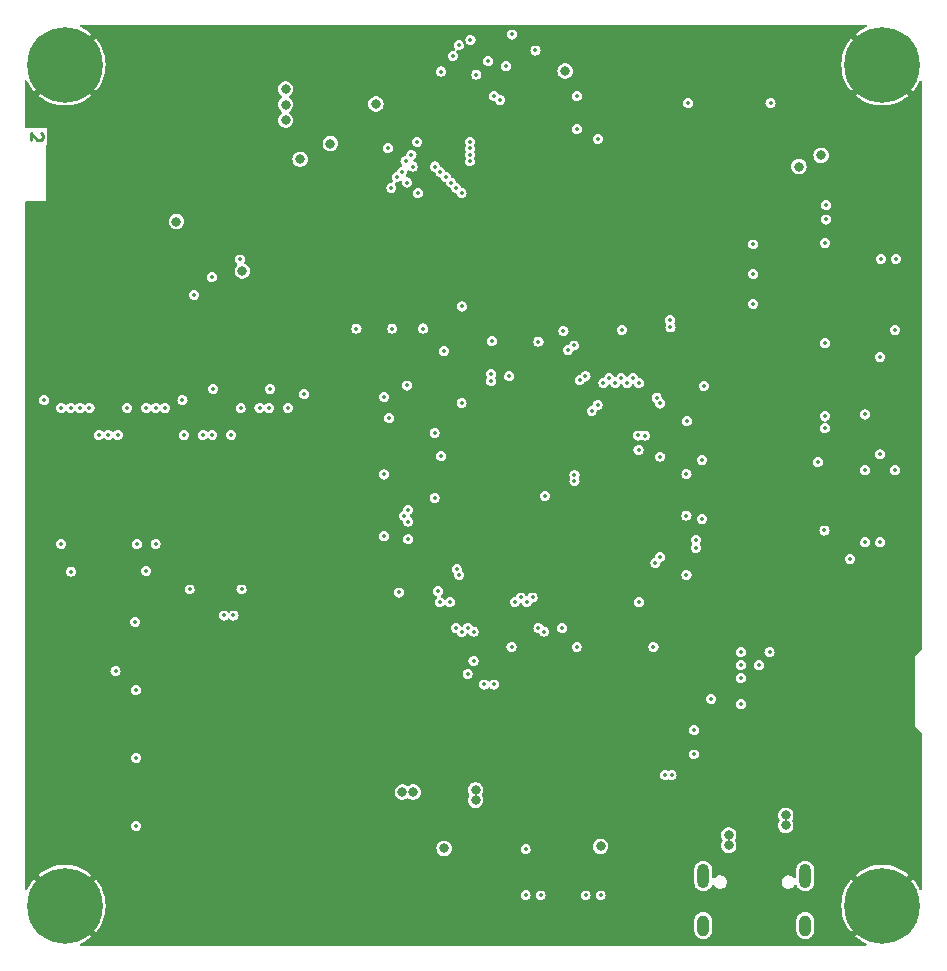
<source format=gbr>
%TF.GenerationSoftware,KiCad,Pcbnew,8.0.1*%
%TF.CreationDate,2024-05-16T14:55:52+07:00*%
%TF.ProjectId,H743_LCD_dev,48373433-5f4c-4434-945f-6465762e6b69,rev?*%
%TF.SameCoordinates,Original*%
%TF.FileFunction,Copper,L2,Inr*%
%TF.FilePolarity,Positive*%
%FSLAX46Y46*%
G04 Gerber Fmt 4.6, Leading zero omitted, Abs format (unit mm)*
G04 Created by KiCad (PCBNEW 8.0.1) date 2024-05-16 14:55:52*
%MOMM*%
%LPD*%
G01*
G04 APERTURE LIST*
%ADD10C,0.250000*%
%TA.AperFunction,NonConductor*%
%ADD11C,0.250000*%
%TD*%
%TA.AperFunction,ComponentPad*%
%ADD12C,0.800000*%
%TD*%
%TA.AperFunction,ComponentPad*%
%ADD13C,6.400000*%
%TD*%
%TA.AperFunction,ComponentPad*%
%ADD14O,1.000000X2.100000*%
%TD*%
%TA.AperFunction,ComponentPad*%
%ADD15O,1.000000X1.800000*%
%TD*%
%TA.AperFunction,ViaPad*%
%ADD16C,0.800000*%
%TD*%
%TA.AperFunction,ViaPad*%
%ADD17C,0.350000*%
%TD*%
G04 APERTURE END LIST*
D10*
D11*
X107618542Y-57555749D02*
X107666161Y-57603368D01*
X107666161Y-57603368D02*
X107713780Y-57698606D01*
X107713780Y-57698606D02*
X107713780Y-57936701D01*
X107713780Y-57936701D02*
X107666161Y-58031939D01*
X107666161Y-58031939D02*
X107618542Y-58079558D01*
X107618542Y-58079558D02*
X107523304Y-58127177D01*
X107523304Y-58127177D02*
X107428066Y-58127177D01*
X107428066Y-58127177D02*
X107285209Y-58079558D01*
X107285209Y-58079558D02*
X106713780Y-57508130D01*
X106713780Y-57508130D02*
X106713780Y-58127177D01*
D12*
%TO.N,GND*%
%TO.C,H3*%
X181197300Y-122941100D03*
X180494356Y-124638156D03*
X180494356Y-121244044D03*
X178797300Y-125341100D03*
D13*
X178797300Y-122941100D03*
D12*
X178797300Y-120541100D03*
X177100244Y-124638156D03*
X177100244Y-121244044D03*
X176397300Y-122941100D03*
%TD*%
%TO.N,GND*%
%TO.C,H4*%
X111997300Y-122941100D03*
X111294356Y-124638156D03*
X111294356Y-121244044D03*
X109597300Y-125341100D03*
D13*
X109597300Y-122941100D03*
D12*
X109597300Y-120541100D03*
X107900244Y-124638156D03*
X107900244Y-121244044D03*
X107197300Y-122941100D03*
%TD*%
D14*
%TO.N,/MCU/SHIELD*%
%TO.C,J4*%
X163651700Y-120426900D03*
D15*
X163651700Y-124626900D03*
D14*
X172291700Y-120426900D03*
D15*
X172291700Y-124626900D03*
%TD*%
D12*
%TO.N,GND*%
%TO.C,H1*%
X111997300Y-51741100D03*
X111294356Y-53438156D03*
X111294356Y-50044044D03*
X109597300Y-54141100D03*
D13*
X109597300Y-51741100D03*
D12*
X109597300Y-49341100D03*
X107900244Y-53438156D03*
X107900244Y-50044044D03*
X107197300Y-51741100D03*
%TD*%
%TO.N,GND*%
%TO.C,H2*%
X181197300Y-51741100D03*
X180494356Y-53438156D03*
X180494356Y-50044044D03*
X178797300Y-54141100D03*
D13*
X178797300Y-51741100D03*
D12*
X178797300Y-49341100D03*
X177100244Y-53438156D03*
X177100244Y-50044044D03*
X176397300Y-51741100D03*
%TD*%
D16*
%TO.N,GND*%
X177497800Y-58775600D03*
%TO.N,+3V3*%
X173634400Y-59416150D03*
%TO.N,VBAT*%
X171754800Y-60366150D03*
%TO.N,GND*%
X143260100Y-118084600D03*
%TO.N,+3V3*%
X141710100Y-118084600D03*
D17*
%TO.N,/LCD/LCD_G7*%
X158177801Y-84366799D03*
%TO.N,/MCU/I2S_SDO*%
X158115000Y-83134200D03*
%TO.N,/MCU/I2S_CK*%
X158704924Y-83141322D03*
%TO.N,/LCD/LCD_B7*%
X144447300Y-52578000D03*
X154717588Y-58007412D03*
D16*
%TO.N,VDD*%
X128295400Y-56438800D03*
X128295400Y-55118000D03*
X128295400Y-53797200D03*
%TO.N,/LCD/LCD_BLK*%
X132080000Y-58420000D03*
D17*
%TO.N,GND*%
X129286000Y-94538800D03*
X144602200Y-124942600D03*
X123596400Y-96164400D03*
X165277800Y-99923600D03*
D16*
X115493800Y-58521600D03*
D17*
X145846800Y-71005700D03*
X157734000Y-74193400D03*
X149783800Y-73202800D03*
D16*
X129819400Y-113995200D03*
D17*
X136626600Y-85471000D03*
X121945400Y-68725900D03*
X180213000Y-56692800D03*
X174421800Y-123240800D03*
D16*
X176987200Y-116459000D03*
D17*
X179891000Y-93573600D03*
D16*
X174904400Y-116408200D03*
D17*
X146481800Y-101015800D03*
X128574800Y-79171800D03*
X147967700Y-69342000D03*
X126009400Y-79171800D03*
X145846800Y-71647050D03*
D16*
X172213500Y-118289300D03*
D17*
X150012400Y-72288400D03*
X149377400Y-71932800D03*
X147199350Y-69342000D03*
X160909000Y-122580400D03*
X146558000Y-70510400D03*
D16*
X153913085Y-54634000D03*
D17*
X173964600Y-67767200D03*
D16*
X177986000Y-89140400D03*
D17*
X157099000Y-71958200D03*
X180060600Y-97561400D03*
X145846800Y-72288400D03*
X136626600Y-90703400D03*
D16*
X121325600Y-57842600D03*
D17*
X179959000Y-72974200D03*
X163550600Y-91160600D03*
X146431000Y-69342000D03*
X145846800Y-69723000D03*
X180187600Y-64084200D03*
D16*
X129987000Y-58426800D03*
D17*
X153136600Y-72618600D03*
X108483400Y-78486000D03*
X115392200Y-97510600D03*
X146100800Y-73202800D03*
X109296200Y-65582800D03*
D16*
X115519200Y-61747400D03*
X128752600Y-49453800D03*
D17*
X173964600Y-76276200D03*
D16*
X153695400Y-117932200D03*
X152425400Y-117932200D03*
X146439600Y-109760000D03*
D17*
X158953200Y-104673400D03*
D16*
X150947300Y-55878600D03*
D17*
X121208800Y-79171800D03*
D16*
X147447000Y-54938800D03*
D17*
X121412000Y-66116200D03*
D16*
X138667200Y-109302800D03*
D17*
X175971200Y-111074200D03*
X153035000Y-74650600D03*
D16*
X135947300Y-52119400D03*
X167944800Y-49784000D03*
D17*
X114960400Y-103098600D03*
X136626600Y-78892400D03*
D16*
X166854100Y-115495300D03*
D17*
X137795000Y-124942600D03*
X150012400Y-70364350D03*
X172288200Y-70916800D03*
X150012400Y-69723000D03*
X108483400Y-94589600D03*
X127685800Y-94538800D03*
X137312400Y-97942400D03*
X119557800Y-79171800D03*
D16*
X135466800Y-109175800D03*
X130352800Y-49453800D03*
D17*
X148736050Y-69342000D03*
X150012400Y-71005700D03*
D16*
X144890200Y-109252000D03*
D17*
X150012400Y-71647050D03*
X163042600Y-77317600D03*
X149504400Y-69342000D03*
D16*
X164542700Y-118289300D03*
D17*
X170154600Y-110566200D03*
X179120800Y-111099600D03*
X173355000Y-86360000D03*
X151968200Y-101015800D03*
X179908200Y-83515200D03*
X136017000Y-98145600D03*
D16*
X156235400Y-125399800D03*
D17*
X158470600Y-100990400D03*
X126085600Y-106146600D03*
X109296200Y-71323200D03*
X115392200Y-109042200D03*
X163550600Y-86156800D03*
X145846800Y-70364350D03*
D16*
X141947300Y-54608600D03*
D17*
X115392200Y-114782600D03*
X145770600Y-74168000D03*
X162737800Y-104775000D03*
D16*
X115519200Y-55295800D03*
D17*
X140970000Y-72898000D03*
D16*
X163679100Y-118289300D03*
X171349900Y-118289300D03*
X147963600Y-109226600D03*
D17*
X119202200Y-96189800D03*
D16*
X164668200Y-106975000D03*
X163703000Y-49784000D03*
D17*
X123748800Y-70942200D03*
%TO.N,Net-(C34-Pad1)*%
X141224000Y-96316800D03*
X158216600Y-97256600D03*
D16*
%TO.N,VDD*%
X144373600Y-114020600D03*
X124637800Y-69215000D03*
X119049800Y-65024000D03*
X144373600Y-113131600D03*
%TO.N,+3V3*%
X135940800Y-55065800D03*
D17*
X143230600Y-72212200D03*
D16*
X129529800Y-59747600D03*
D17*
X139928600Y-74084400D03*
X107848400Y-80137000D03*
X173355000Y-85394800D03*
X113893600Y-103098600D03*
X173964600Y-66827400D03*
X122174000Y-79171800D03*
D16*
X151968955Y-52271498D03*
D17*
X126974600Y-79171800D03*
X136626600Y-86436200D03*
X136652000Y-79857600D03*
X167894000Y-71983600D03*
D16*
X154965400Y-117932200D03*
D17*
X174066200Y-63627000D03*
X145745200Y-75130600D03*
X167894000Y-69469000D03*
X173964600Y-75311000D03*
X120167400Y-96164400D03*
X124561600Y-96164400D03*
X163703000Y-78917800D03*
X162890200Y-108077000D03*
X164338000Y-105435400D03*
D16*
X138176000Y-113334800D03*
D17*
X173913800Y-91173400D03*
X136626600Y-91668600D03*
D16*
X139090400Y-113334800D03*
D17*
X147421600Y-101015800D03*
X174066200Y-64846200D03*
X167894000Y-66954400D03*
X129859626Y-79642399D03*
X119557800Y-80137000D03*
X163550600Y-85191600D03*
X137871200Y-96424400D03*
X173939200Y-81457800D03*
X163550600Y-90195400D03*
X162864800Y-110134400D03*
X159435800Y-101015800D03*
X152933400Y-101015800D03*
X151815800Y-74269600D03*
%TO.N,/LCD/LCD_SPI_DAT*%
X138447300Y-59916209D03*
X143897300Y-59916209D03*
%TO.N,/MCU/PC0*%
X143194900Y-80410000D03*
X117287100Y-80791000D03*
%TO.N,/LCD/LCD_SPI_CLK*%
X143897300Y-59366206D03*
X138947300Y-59366206D03*
%TO.N,/LCD/LCD_TP_RST*%
X152947300Y-54405400D03*
X152947300Y-57187073D03*
%TO.N,/LCD/LCD_SPI_CS*%
X139447300Y-58266200D03*
X143897300Y-58266200D03*
%TO.N,/LCD/LCD_R4*%
X138597300Y-61716209D03*
X142297300Y-61716209D03*
%TO.N,/LCD/LCD_R5*%
X149447300Y-50533600D03*
X157203800Y-78689200D03*
%TO.N,/LCD/LCD_RESET*%
X143897300Y-58816203D03*
X136947300Y-58816203D03*
%TO.N,/MCU/I2S_WS*%
X137334073Y-74085202D03*
X134289800Y-74084400D03*
%TO.N,/MCU/PC4*%
X114887100Y-80791000D03*
X137073500Y-81674400D03*
%TO.N,/MCU/PC5*%
X115687100Y-92322600D03*
X140908900Y-82924400D03*
%TO.N,/LCD/LCD_G4*%
X145947300Y-54405400D03*
X142774900Y-94424400D03*
%TO.N,/LCD/LCD_G7*%
X147447300Y-49183600D03*
%TO.N,/LCD/LCD_R6*%
X142747300Y-62166209D03*
X137247300Y-62166209D03*
%TO.N,/MCU/I2S_SDO*%
X122047000Y-69725900D03*
%TO.N,/IO/STEMMA_SDA*%
X178686000Y-68173600D03*
X145923000Y-104216200D03*
%TO.N,/IO/STEMMA_SCL*%
X179956000Y-68173600D03*
X145110200Y-104216200D03*
%TO.N,/MCU/PG4*%
X149703800Y-99460000D03*
X114087100Y-83077000D03*
%TO.N,/MCU/PG5*%
X113287100Y-83077000D03*
X150203800Y-99739400D03*
%TO.N,/MCU/PG8*%
X151703800Y-99460000D03*
X116487100Y-94583200D03*
%TO.N,/LCD/LCD_B6*%
X143947300Y-49633600D03*
X158203800Y-78689200D03*
%TO.N,/LCD/HSYNC*%
X155203800Y-78689200D03*
X141447300Y-52322600D03*
%TO.N,/LCD/LCD_B4*%
X142947300Y-50083600D03*
X157703800Y-78282800D03*
%TO.N,/LCD/LCD_G5*%
X142991557Y-94924400D03*
X146447300Y-54710200D03*
%TO.N,/LCD/LCD_B3*%
X156703800Y-78282800D03*
X142447300Y-50983600D03*
%TO.N,/MCU/I2S_SD_MODE*%
X124409200Y-68224400D03*
X141478000Y-84874400D03*
%TO.N,/MCU/I2S_CK*%
X120548400Y-71221600D03*
%TO.N,/MCU/PG15*%
X160009700Y-84924400D03*
X116487100Y-80791000D03*
%TO.N,/MCU/PE0*%
X118087100Y-80791000D03*
X160009700Y-80424400D03*
%TO.N,/MCU/PE1*%
X117287100Y-92322600D03*
X159704900Y-79924400D03*
%TO.N,/LCD/VSYNC*%
X139047300Y-60366209D03*
X140947300Y-60366209D03*
%TO.N,/LCD/LCD_G2*%
X138150600Y-60816209D03*
X141397300Y-60816209D03*
%TO.N,/LCD/LCD_G6*%
X146947300Y-51872600D03*
X155703800Y-78282800D03*
%TO.N,/LCD/LCD_G3*%
X156203800Y-78689200D03*
X145447300Y-51433600D03*
%TO.N,/LCD/LCD_R7*%
X139497300Y-62616209D03*
X143197300Y-62616209D03*
%TO.N,/LCD/LCD_R3*%
X141847300Y-61266209D03*
X137697300Y-61266209D03*
D16*
%TO.N,VBUS*%
X170638700Y-116155700D03*
X170638700Y-115292100D03*
X165812700Y-117832100D03*
X165812700Y-116968500D03*
D17*
%TO.N,/MCU/~{SPI_CS}*%
X141351000Y-97256600D03*
X173939200Y-82499200D03*
%TO.N,/MCU/SPI_CLK*%
X178621000Y-76479400D03*
X142203800Y-97256563D03*
%TO.N,/MCU/SPI_MOSI*%
X145703800Y-78536800D03*
X179891000Y-74193400D03*
%TO.N,/MCU/SPI_MISO*%
X177351000Y-81356200D03*
X145703800Y-77901800D03*
%TO.N,/LCD/LCD_BLK*%
X149703800Y-75184000D03*
%TO.N,/MCU/BOOT0*%
X115620800Y-104698800D03*
X162255200Y-81924400D03*
%TO.N,/MCU/BTN0*%
X115646200Y-110413800D03*
X148703800Y-97224800D03*
%TO.N,/MCU/SD_DAT2*%
X166827200Y-101473000D03*
X169269400Y-101473000D03*
%TO.N,/MCU/BTN1*%
X149203800Y-96843800D03*
X115646200Y-116179600D03*
%TO.N,/IO/NRST*%
X149885400Y-122072400D03*
X115570000Y-98907600D03*
X147218400Y-78105000D03*
%TO.N,/IO/SWCLK*%
X160976403Y-111887000D03*
X153695400Y-122072400D03*
%TO.N,/IO/SWDIO*%
X160426400Y-111887000D03*
X154965400Y-122072400D03*
%TO.N,/MCU/SDRAM_ADD10*%
X112487100Y-83077000D03*
X140908900Y-88424400D03*
%TO.N,/MCU/SDRAM_DQ4*%
X138673700Y-89424400D03*
X123687100Y-83077000D03*
%TO.N,/MCU/SDRAM_DQ2*%
X126087100Y-80791000D03*
X159603300Y-93924400D03*
%TO.N,/MCU/SDRAM_DQ13*%
X143702900Y-103320800D03*
X143703800Y-99460000D03*
%TO.N,/MCU/SDRAM_DQ6*%
X138673700Y-90424400D03*
X121287100Y-83077000D03*
%TO.N,/MCU/SDRAM_ADD0*%
X111687100Y-80791000D03*
X154703800Y-80548793D03*
%TO.N,/MCU/SDRAM_DQ0*%
X147703800Y-97224800D03*
X128487100Y-80791000D03*
%TO.N,/MCU/SDRAM_ADD3*%
X109287100Y-80791000D03*
X153202500Y-78454200D03*
%TO.N,/MCU/SDRAM_DQ5*%
X138318100Y-89924400D03*
X122087100Y-83077000D03*
%TO.N,/MCU/SDRAM_DQ7*%
X119687100Y-83077000D03*
X138673700Y-91924400D03*
%TO.N,/MCU/SDRAM_DQ1*%
X148203800Y-96843800D03*
X126887100Y-80791000D03*
%TO.N,/MCU/SDRAM_DQ3*%
X159984300Y-93424400D03*
X124487100Y-80816400D03*
%TO.N,/MCU/SDRAM_DQ14*%
X144203800Y-99739400D03*
X144203800Y-102216198D03*
%TO.N,/MCU/SDRAM_ADD5*%
X110098700Y-94659400D03*
X152203800Y-75888800D03*
%TO.N,/MCU/SDRAM_ADD2*%
X153685100Y-78124000D03*
X110087100Y-80791000D03*
%TO.N,/MCU/SDRAM_ADD1*%
X154203800Y-81044093D03*
X110887100Y-80791000D03*
%TO.N,/MCU/SDRAM_ADD4*%
X109285900Y-92297200D03*
X152703800Y-75507800D03*
%TO.N,/MCU/SD_DAT3*%
X166827200Y-102575000D03*
X168369400Y-102575000D03*
%TO.N,/MCU/SD_CLK*%
X152753800Y-86470402D03*
X166852600Y-105875000D03*
%TO.N,/MCU/SD_CMD*%
X166827200Y-103675000D03*
X152753800Y-87020400D03*
%TO.N,/MCU/~{NOR_CS}*%
X162229800Y-94919800D03*
X176081000Y-93573600D03*
%TO.N,/MCU/NOR_D3*%
X162229800Y-86424400D03*
X177351000Y-86080600D03*
%TO.N,/MCU/NOR_D2*%
X162229800Y-89916000D03*
X178621000Y-92176600D03*
%TO.N,/MCU/NOR_CLK*%
X178621000Y-84734400D03*
X150241000Y-88252200D03*
%TO.N,/MCU/NOR_D0*%
X163017200Y-92633800D03*
X179891000Y-86080600D03*
%TO.N,/MCU/NOR_D1*%
X177351000Y-92176600D03*
X163042600Y-91973400D03*
%TO.N,/MCU/LED_0*%
X169353866Y-54991000D03*
X160877786Y-73984386D03*
%TO.N,/MCU/LED_1*%
X162382200Y-54991000D03*
X160851000Y-73355200D03*
%TO.N,VBAT*%
X156768800Y-74193400D03*
%TO.N,/IO/USART1_RX*%
X143205200Y-99745800D03*
X148615400Y-118160800D03*
%TO.N,/IO/USART1_TX*%
X142706617Y-99415412D03*
X148615400Y-122047000D03*
%TO.N,/IO/USART2_RX*%
X123063000Y-98374200D03*
X138582400Y-78899400D03*
%TO.N,/IO/USART2_TX*%
X141706600Y-75971400D03*
X123875800Y-98374200D03*
%TD*%
%TA.AperFunction,Conductor*%
%TO.N,GND*%
G36*
X177433525Y-48360785D02*
G01*
X177479280Y-48413589D01*
X177489224Y-48482747D01*
X177460199Y-48546303D01*
X177418552Y-48577639D01*
X177178925Y-48688502D01*
X177178912Y-48688509D01*
X176858381Y-48881365D01*
X176858374Y-48881370D01*
X176560532Y-49107783D01*
X176538452Y-49128697D01*
X176538452Y-49128698D01*
X177856601Y-50446848D01*
X177754970Y-50520688D01*
X177576888Y-50698770D01*
X177503048Y-50800401D01*
X176187325Y-49484678D01*
X176187324Y-49484679D01*
X176046751Y-49650174D01*
X176046744Y-49650184D01*
X175836801Y-49959826D01*
X175661570Y-50290346D01*
X175661561Y-50290364D01*
X175523093Y-50637895D01*
X175523091Y-50637902D01*
X175423014Y-50998349D01*
X175423008Y-50998375D01*
X175362488Y-51367527D01*
X175362486Y-51367544D01*
X175342233Y-51741097D01*
X175342233Y-51741102D01*
X175362486Y-52114655D01*
X175362488Y-52114672D01*
X175423008Y-52483824D01*
X175423014Y-52483850D01*
X175523091Y-52844297D01*
X175523093Y-52844304D01*
X175661561Y-53191835D01*
X175661570Y-53191853D01*
X175836801Y-53522373D01*
X176046744Y-53832016D01*
X176187324Y-53997519D01*
X176187325Y-53997520D01*
X177503047Y-52681797D01*
X177576888Y-52783430D01*
X177754970Y-52961512D01*
X177856601Y-53035351D01*
X176538452Y-54353500D01*
X176538452Y-54353501D01*
X176560535Y-54374420D01*
X176560536Y-54374421D01*
X176858365Y-54600823D01*
X176858381Y-54600834D01*
X177178912Y-54793690D01*
X177178925Y-54793697D01*
X177518437Y-54950772D01*
X177872972Y-55070230D01*
X178238333Y-55150652D01*
X178610244Y-55191099D01*
X178610252Y-55191100D01*
X178984348Y-55191100D01*
X178984355Y-55191099D01*
X179356266Y-55150652D01*
X179721627Y-55070230D01*
X180076162Y-54950772D01*
X180415674Y-54793697D01*
X180415687Y-54793690D01*
X180736218Y-54600834D01*
X180736225Y-54600829D01*
X181034072Y-54374412D01*
X181056146Y-54353501D01*
X181056146Y-54353499D01*
X179737998Y-53035351D01*
X179839630Y-52961512D01*
X180017712Y-52783430D01*
X180091551Y-52681798D01*
X181407273Y-53997519D01*
X181547853Y-53832017D01*
X181547864Y-53832003D01*
X181757798Y-53522373D01*
X181933029Y-53191853D01*
X181933041Y-53191829D01*
X181955007Y-53136698D01*
X181998107Y-53081705D01*
X182064096Y-53058744D01*
X182132023Y-53075105D01*
X182180322Y-53125592D01*
X182194200Y-53182594D01*
X182194200Y-101142238D01*
X182174515Y-101209277D01*
X182157881Y-101229919D01*
X181610000Y-101777799D01*
X181610000Y-107794500D01*
X182160981Y-108345481D01*
X182194466Y-108406804D01*
X182197300Y-108433162D01*
X182197300Y-121507385D01*
X182177615Y-121574424D01*
X182124811Y-121620179D01*
X182055653Y-121630123D01*
X181992097Y-121601098D01*
X181958107Y-121553282D01*
X181933038Y-121490365D01*
X181933029Y-121490346D01*
X181757798Y-121159826D01*
X181547855Y-120850183D01*
X181407274Y-120684679D01*
X181407273Y-120684679D01*
X180091551Y-122000400D01*
X180017712Y-121898770D01*
X179839630Y-121720688D01*
X179737998Y-121646848D01*
X181056147Y-120328699D01*
X181056146Y-120328697D01*
X181034064Y-120307779D01*
X181034063Y-120307778D01*
X180736234Y-120081376D01*
X180736218Y-120081365D01*
X180415687Y-119888509D01*
X180415674Y-119888502D01*
X180076162Y-119731427D01*
X179721627Y-119611969D01*
X179356266Y-119531547D01*
X178984355Y-119491100D01*
X178610244Y-119491100D01*
X178238333Y-119531547D01*
X177872972Y-119611969D01*
X177518437Y-119731427D01*
X177178925Y-119888502D01*
X177178912Y-119888509D01*
X176858381Y-120081365D01*
X176858374Y-120081370D01*
X176560532Y-120307783D01*
X176538452Y-120328697D01*
X176538452Y-120328698D01*
X177856601Y-121646847D01*
X177754970Y-121720688D01*
X177576888Y-121898770D01*
X177503048Y-122000401D01*
X176187325Y-120684678D01*
X176187324Y-120684679D01*
X176046751Y-120850174D01*
X176046744Y-120850184D01*
X175836801Y-121159826D01*
X175661570Y-121490346D01*
X175661561Y-121490364D01*
X175523093Y-121837895D01*
X175523091Y-121837902D01*
X175423014Y-122198349D01*
X175423008Y-122198375D01*
X175362488Y-122567527D01*
X175362486Y-122567544D01*
X175342233Y-122941097D01*
X175342233Y-122941102D01*
X175362486Y-123314655D01*
X175362488Y-123314672D01*
X175423008Y-123683824D01*
X175423014Y-123683850D01*
X175523091Y-124044297D01*
X175523093Y-124044304D01*
X175661561Y-124391835D01*
X175661570Y-124391853D01*
X175836801Y-124722373D01*
X176046744Y-125032016D01*
X176187324Y-125197519D01*
X176187325Y-125197520D01*
X177503047Y-123881797D01*
X177576888Y-123983430D01*
X177754970Y-124161512D01*
X177856600Y-124235351D01*
X176538452Y-125553500D01*
X176538452Y-125553501D01*
X176560535Y-125574420D01*
X176560536Y-125574421D01*
X176858365Y-125800823D01*
X176858381Y-125800834D01*
X177178912Y-125993690D01*
X177178925Y-125993697D01*
X177418552Y-126104561D01*
X177471130Y-126150575D01*
X177490484Y-126217711D01*
X177470470Y-126284652D01*
X177417441Y-126330147D01*
X177366486Y-126341100D01*
X111028114Y-126341100D01*
X110961075Y-126321415D01*
X110915320Y-126268611D01*
X110905376Y-126199453D01*
X110934401Y-126135897D01*
X110976048Y-126104561D01*
X111215674Y-125993697D01*
X111215687Y-125993690D01*
X111536218Y-125800834D01*
X111536225Y-125800829D01*
X111834072Y-125574412D01*
X111856146Y-125553501D01*
X111856146Y-125553499D01*
X110537998Y-124235351D01*
X110639630Y-124161512D01*
X110817712Y-123983430D01*
X110891551Y-123881798D01*
X112207273Y-125197519D01*
X112289411Y-125100820D01*
X162901199Y-125100820D01*
X162930040Y-125245807D01*
X162930043Y-125245817D01*
X162986612Y-125382388D01*
X162986619Y-125382401D01*
X163068748Y-125505315D01*
X163068751Y-125505319D01*
X163173280Y-125609848D01*
X163173284Y-125609851D01*
X163296198Y-125691980D01*
X163296211Y-125691987D01*
X163432782Y-125748556D01*
X163432787Y-125748558D01*
X163432791Y-125748558D01*
X163432792Y-125748559D01*
X163577779Y-125777400D01*
X163577782Y-125777400D01*
X163725620Y-125777400D01*
X163823162Y-125757996D01*
X163870613Y-125748558D01*
X164007195Y-125691984D01*
X164130116Y-125609851D01*
X164234651Y-125505316D01*
X164316784Y-125382395D01*
X164373358Y-125245813D01*
X164402200Y-125100820D01*
X171541199Y-125100820D01*
X171570040Y-125245807D01*
X171570043Y-125245817D01*
X171626612Y-125382388D01*
X171626619Y-125382401D01*
X171708748Y-125505315D01*
X171708751Y-125505319D01*
X171813280Y-125609848D01*
X171813284Y-125609851D01*
X171936198Y-125691980D01*
X171936211Y-125691987D01*
X172072782Y-125748556D01*
X172072787Y-125748558D01*
X172072791Y-125748558D01*
X172072792Y-125748559D01*
X172217779Y-125777400D01*
X172217782Y-125777400D01*
X172365620Y-125777400D01*
X172463162Y-125757996D01*
X172510613Y-125748558D01*
X172647195Y-125691984D01*
X172770116Y-125609851D01*
X172874651Y-125505316D01*
X172956784Y-125382395D01*
X173013358Y-125245813D01*
X173042200Y-125100818D01*
X173042200Y-124152982D01*
X173042200Y-124152979D01*
X173013359Y-124007992D01*
X173013358Y-124007991D01*
X173013358Y-124007987D01*
X173003186Y-123983430D01*
X172956787Y-123871411D01*
X172956780Y-123871398D01*
X172874651Y-123748484D01*
X172874648Y-123748480D01*
X172770119Y-123643951D01*
X172770115Y-123643948D01*
X172647201Y-123561819D01*
X172647188Y-123561812D01*
X172510617Y-123505243D01*
X172510607Y-123505240D01*
X172365620Y-123476400D01*
X172365618Y-123476400D01*
X172217782Y-123476400D01*
X172217780Y-123476400D01*
X172072792Y-123505240D01*
X172072782Y-123505243D01*
X171936211Y-123561812D01*
X171936198Y-123561819D01*
X171813284Y-123643948D01*
X171813280Y-123643951D01*
X171708751Y-123748480D01*
X171708748Y-123748484D01*
X171626619Y-123871398D01*
X171626612Y-123871411D01*
X171570043Y-124007982D01*
X171570040Y-124007992D01*
X171541200Y-124152979D01*
X171541200Y-124152982D01*
X171541200Y-125100818D01*
X171541200Y-125100820D01*
X171541199Y-125100820D01*
X164402200Y-125100820D01*
X164402200Y-125100818D01*
X164402200Y-124152982D01*
X164402200Y-124152979D01*
X164373359Y-124007992D01*
X164373358Y-124007991D01*
X164373358Y-124007987D01*
X164363186Y-123983430D01*
X164316787Y-123871411D01*
X164316780Y-123871398D01*
X164234651Y-123748484D01*
X164234648Y-123748480D01*
X164130119Y-123643951D01*
X164130115Y-123643948D01*
X164007201Y-123561819D01*
X164007188Y-123561812D01*
X163870617Y-123505243D01*
X163870607Y-123505240D01*
X163725620Y-123476400D01*
X163725618Y-123476400D01*
X163577782Y-123476400D01*
X163577780Y-123476400D01*
X163432792Y-123505240D01*
X163432782Y-123505243D01*
X163296211Y-123561812D01*
X163296198Y-123561819D01*
X163173284Y-123643948D01*
X163173280Y-123643951D01*
X163068751Y-123748480D01*
X163068748Y-123748484D01*
X162986619Y-123871398D01*
X162986612Y-123871411D01*
X162930043Y-124007982D01*
X162930040Y-124007992D01*
X162901200Y-124152979D01*
X162901200Y-124152982D01*
X162901200Y-125100818D01*
X162901200Y-125100820D01*
X162901199Y-125100820D01*
X112289411Y-125100820D01*
X112347853Y-125032017D01*
X112347864Y-125032003D01*
X112557798Y-124722373D01*
X112733029Y-124391853D01*
X112733038Y-124391835D01*
X112871506Y-124044304D01*
X112871508Y-124044297D01*
X112971585Y-123683850D01*
X112971591Y-123683824D01*
X113032111Y-123314672D01*
X113032113Y-123314655D01*
X113052367Y-122941102D01*
X113052367Y-122941097D01*
X113032113Y-122567544D01*
X113032111Y-122567527D01*
X112971591Y-122198375D01*
X112971585Y-122198349D01*
X112929564Y-122047002D01*
X148184596Y-122047002D01*
X148205679Y-122180121D01*
X148205680Y-122180124D01*
X148205681Y-122180126D01*
X148218623Y-122205526D01*
X148266873Y-122300221D01*
X148266876Y-122300225D01*
X148362174Y-122395523D01*
X148362178Y-122395526D01*
X148362180Y-122395528D01*
X148482274Y-122456719D01*
X148482276Y-122456719D01*
X148482278Y-122456720D01*
X148615398Y-122477804D01*
X148615400Y-122477804D01*
X148615402Y-122477804D01*
X148748521Y-122456720D01*
X148748521Y-122456719D01*
X148748526Y-122456719D01*
X148868620Y-122395528D01*
X148963928Y-122300220D01*
X149025119Y-122180126D01*
X149042181Y-122072402D01*
X149454596Y-122072402D01*
X149475679Y-122205521D01*
X149475680Y-122205524D01*
X149475681Y-122205526D01*
X149523931Y-122300221D01*
X149536873Y-122325621D01*
X149536876Y-122325625D01*
X149632174Y-122420923D01*
X149632178Y-122420926D01*
X149632180Y-122420928D01*
X149752274Y-122482119D01*
X149752276Y-122482119D01*
X149752278Y-122482120D01*
X149885398Y-122503204D01*
X149885400Y-122503204D01*
X149885402Y-122503204D01*
X150018521Y-122482120D01*
X150018521Y-122482119D01*
X150018526Y-122482119D01*
X150138620Y-122420928D01*
X150233928Y-122325620D01*
X150295119Y-122205526D01*
X150316204Y-122072402D01*
X153264596Y-122072402D01*
X153285679Y-122205521D01*
X153285680Y-122205524D01*
X153285681Y-122205526D01*
X153333931Y-122300221D01*
X153346873Y-122325621D01*
X153346876Y-122325625D01*
X153442174Y-122420923D01*
X153442178Y-122420926D01*
X153442180Y-122420928D01*
X153562274Y-122482119D01*
X153562276Y-122482119D01*
X153562278Y-122482120D01*
X153695398Y-122503204D01*
X153695400Y-122503204D01*
X153695402Y-122503204D01*
X153828521Y-122482120D01*
X153828521Y-122482119D01*
X153828526Y-122482119D01*
X153948620Y-122420928D01*
X154043928Y-122325620D01*
X154105119Y-122205526D01*
X154126204Y-122072402D01*
X154534596Y-122072402D01*
X154555679Y-122205521D01*
X154555680Y-122205524D01*
X154555681Y-122205526D01*
X154603931Y-122300221D01*
X154616873Y-122325621D01*
X154616876Y-122325625D01*
X154712174Y-122420923D01*
X154712178Y-122420926D01*
X154712180Y-122420928D01*
X154832274Y-122482119D01*
X154832276Y-122482119D01*
X154832278Y-122482120D01*
X154965398Y-122503204D01*
X154965400Y-122503204D01*
X154965402Y-122503204D01*
X155098521Y-122482120D01*
X155098521Y-122482119D01*
X155098526Y-122482119D01*
X155218620Y-122420928D01*
X155313928Y-122325620D01*
X155375119Y-122205526D01*
X155396204Y-122072400D01*
X155392181Y-122047002D01*
X155375120Y-121939278D01*
X155375119Y-121939276D01*
X155375119Y-121939274D01*
X155313928Y-121819180D01*
X155313926Y-121819178D01*
X155313923Y-121819174D01*
X155218625Y-121723876D01*
X155218621Y-121723873D01*
X155218620Y-121723872D01*
X155098526Y-121662681D01*
X155098524Y-121662680D01*
X155098521Y-121662679D01*
X154965402Y-121641596D01*
X154965398Y-121641596D01*
X154832278Y-121662679D01*
X154712178Y-121723873D01*
X154712174Y-121723876D01*
X154616876Y-121819174D01*
X154616873Y-121819178D01*
X154555679Y-121939278D01*
X154534596Y-122072397D01*
X154534596Y-122072402D01*
X154126204Y-122072402D01*
X154126204Y-122072400D01*
X154122181Y-122047002D01*
X154105120Y-121939278D01*
X154105119Y-121939276D01*
X154105119Y-121939274D01*
X154043928Y-121819180D01*
X154043926Y-121819178D01*
X154043923Y-121819174D01*
X153948625Y-121723876D01*
X153948621Y-121723873D01*
X153948620Y-121723872D01*
X153828526Y-121662681D01*
X153828524Y-121662680D01*
X153828521Y-121662679D01*
X153695402Y-121641596D01*
X153695398Y-121641596D01*
X153562278Y-121662679D01*
X153442178Y-121723873D01*
X153442174Y-121723876D01*
X153346876Y-121819174D01*
X153346873Y-121819178D01*
X153285679Y-121939278D01*
X153264596Y-122072397D01*
X153264596Y-122072402D01*
X150316204Y-122072402D01*
X150316204Y-122072400D01*
X150312181Y-122047002D01*
X150295120Y-121939278D01*
X150295119Y-121939276D01*
X150295119Y-121939274D01*
X150233928Y-121819180D01*
X150233926Y-121819178D01*
X150233923Y-121819174D01*
X150138625Y-121723876D01*
X150138621Y-121723873D01*
X150138620Y-121723872D01*
X150018526Y-121662681D01*
X150018524Y-121662680D01*
X150018521Y-121662679D01*
X149885402Y-121641596D01*
X149885398Y-121641596D01*
X149752278Y-121662679D01*
X149632178Y-121723873D01*
X149632174Y-121723876D01*
X149536876Y-121819174D01*
X149536873Y-121819178D01*
X149475679Y-121939278D01*
X149454596Y-122072397D01*
X149454596Y-122072402D01*
X149042181Y-122072402D01*
X149046204Y-122047000D01*
X149025119Y-121913874D01*
X148963928Y-121793780D01*
X148963926Y-121793778D01*
X148963923Y-121793774D01*
X148868625Y-121698476D01*
X148868621Y-121698473D01*
X148868620Y-121698472D01*
X148748526Y-121637281D01*
X148748524Y-121637280D01*
X148748521Y-121637279D01*
X148615402Y-121616196D01*
X148615398Y-121616196D01*
X148482278Y-121637279D01*
X148362178Y-121698473D01*
X148362174Y-121698476D01*
X148266876Y-121793774D01*
X148266873Y-121793778D01*
X148205679Y-121913878D01*
X148184596Y-122046997D01*
X148184596Y-122047002D01*
X112929564Y-122047002D01*
X112871508Y-121837902D01*
X112871506Y-121837895D01*
X112733038Y-121490364D01*
X112733029Y-121490346D01*
X112557798Y-121159826D01*
X112483890Y-121050820D01*
X162901199Y-121050820D01*
X162930040Y-121195807D01*
X162930043Y-121195817D01*
X162986612Y-121332388D01*
X162986619Y-121332401D01*
X163068748Y-121455315D01*
X163068751Y-121455319D01*
X163173280Y-121559848D01*
X163173284Y-121559851D01*
X163296198Y-121641980D01*
X163296211Y-121641987D01*
X163432579Y-121698472D01*
X163432787Y-121698558D01*
X163432791Y-121698558D01*
X163432792Y-121698559D01*
X163577779Y-121727400D01*
X163577782Y-121727400D01*
X163725620Y-121727400D01*
X163823162Y-121707996D01*
X163870613Y-121698558D01*
X164007195Y-121641984D01*
X164130116Y-121559851D01*
X164234651Y-121455316D01*
X164316784Y-121332395D01*
X164355468Y-121239002D01*
X164399308Y-121184599D01*
X164465602Y-121162534D01*
X164533302Y-121179813D01*
X164577415Y-121224454D01*
X164621185Y-121300265D01*
X164728335Y-121407415D01*
X164859565Y-121483181D01*
X165005934Y-121522400D01*
X165005936Y-121522400D01*
X165157464Y-121522400D01*
X165157466Y-121522400D01*
X165303835Y-121483181D01*
X165435065Y-121407415D01*
X165542215Y-121300265D01*
X165617981Y-121169035D01*
X165657200Y-121022666D01*
X165657200Y-121022665D01*
X170286200Y-121022665D01*
X170325419Y-121169036D01*
X170357416Y-121224455D01*
X170401185Y-121300265D01*
X170508335Y-121407415D01*
X170639565Y-121483181D01*
X170785934Y-121522400D01*
X170785936Y-121522400D01*
X170937464Y-121522400D01*
X170937466Y-121522400D01*
X171083835Y-121483181D01*
X171215065Y-121407415D01*
X171322215Y-121300265D01*
X171365985Y-121224452D01*
X171416549Y-121176240D01*
X171485156Y-121163016D01*
X171550021Y-121188984D01*
X171587931Y-121239002D01*
X171626614Y-121332391D01*
X171626619Y-121332401D01*
X171708748Y-121455315D01*
X171708751Y-121455319D01*
X171813280Y-121559848D01*
X171813284Y-121559851D01*
X171936198Y-121641980D01*
X171936211Y-121641987D01*
X172072579Y-121698472D01*
X172072787Y-121698558D01*
X172072791Y-121698558D01*
X172072792Y-121698559D01*
X172217779Y-121727400D01*
X172217782Y-121727400D01*
X172365620Y-121727400D01*
X172463162Y-121707996D01*
X172510613Y-121698558D01*
X172647195Y-121641984D01*
X172770116Y-121559851D01*
X172874651Y-121455316D01*
X172956784Y-121332395D01*
X173013358Y-121195813D01*
X173042200Y-121050818D01*
X173042200Y-119802982D01*
X173042200Y-119802979D01*
X173013359Y-119657992D01*
X173013358Y-119657991D01*
X173013358Y-119657987D01*
X172960985Y-119531547D01*
X172956787Y-119521411D01*
X172956780Y-119521398D01*
X172874651Y-119398484D01*
X172874648Y-119398480D01*
X172770119Y-119293951D01*
X172770115Y-119293948D01*
X172647201Y-119211819D01*
X172647188Y-119211812D01*
X172510617Y-119155243D01*
X172510607Y-119155240D01*
X172365620Y-119126400D01*
X172365618Y-119126400D01*
X172217782Y-119126400D01*
X172217780Y-119126400D01*
X172072792Y-119155240D01*
X172072782Y-119155243D01*
X171936211Y-119211812D01*
X171936198Y-119211819D01*
X171813284Y-119293948D01*
X171813280Y-119293951D01*
X171708751Y-119398480D01*
X171708748Y-119398484D01*
X171626619Y-119521398D01*
X171626612Y-119521411D01*
X171570043Y-119657982D01*
X171570040Y-119657992D01*
X171541200Y-119802979D01*
X171541200Y-120513630D01*
X171521515Y-120580669D01*
X171468711Y-120626424D01*
X171399553Y-120636368D01*
X171335997Y-120607343D01*
X171328188Y-120599055D01*
X171327962Y-120599282D01*
X171215067Y-120486387D01*
X171215065Y-120486385D01*
X171149450Y-120448502D01*
X171083836Y-120410619D01*
X171010650Y-120391009D01*
X170937466Y-120371400D01*
X170785934Y-120371400D01*
X170639563Y-120410619D01*
X170508335Y-120486385D01*
X170508332Y-120486387D01*
X170401187Y-120593532D01*
X170401185Y-120593535D01*
X170325419Y-120724763D01*
X170286200Y-120871134D01*
X170286200Y-121022665D01*
X165657200Y-121022665D01*
X165657200Y-120871134D01*
X165617981Y-120724765D01*
X165542215Y-120593535D01*
X165435065Y-120486385D01*
X165369450Y-120448502D01*
X165303836Y-120410619D01*
X165230650Y-120391009D01*
X165157466Y-120371400D01*
X165005934Y-120371400D01*
X164859563Y-120410619D01*
X164728335Y-120486385D01*
X164728332Y-120486387D01*
X164615438Y-120599282D01*
X164613419Y-120597263D01*
X164568145Y-120630320D01*
X164498398Y-120634473D01*
X164437479Y-120600259D01*
X164404728Y-120538541D01*
X164402200Y-120513630D01*
X164402200Y-119802979D01*
X164373359Y-119657992D01*
X164373358Y-119657991D01*
X164373358Y-119657987D01*
X164320985Y-119531547D01*
X164316787Y-119521411D01*
X164316780Y-119521398D01*
X164234651Y-119398484D01*
X164234648Y-119398480D01*
X164130119Y-119293951D01*
X164130115Y-119293948D01*
X164007201Y-119211819D01*
X164007188Y-119211812D01*
X163870617Y-119155243D01*
X163870607Y-119155240D01*
X163725620Y-119126400D01*
X163725618Y-119126400D01*
X163577782Y-119126400D01*
X163577780Y-119126400D01*
X163432792Y-119155240D01*
X163432782Y-119155243D01*
X163296211Y-119211812D01*
X163296198Y-119211819D01*
X163173284Y-119293948D01*
X163173280Y-119293951D01*
X163068751Y-119398480D01*
X163068748Y-119398484D01*
X162986619Y-119521398D01*
X162986612Y-119521411D01*
X162930043Y-119657982D01*
X162930040Y-119657992D01*
X162901200Y-119802979D01*
X162901200Y-119802982D01*
X162901200Y-121050818D01*
X162901200Y-121050820D01*
X162901199Y-121050820D01*
X112483890Y-121050820D01*
X112347855Y-120850183D01*
X112207274Y-120684679D01*
X112207273Y-120684679D01*
X110891551Y-122000401D01*
X110817712Y-121898770D01*
X110639630Y-121720688D01*
X110537998Y-121646848D01*
X111856147Y-120328699D01*
X111856146Y-120328697D01*
X111834064Y-120307779D01*
X111834063Y-120307778D01*
X111536234Y-120081376D01*
X111536218Y-120081365D01*
X111215687Y-119888509D01*
X111215674Y-119888502D01*
X110876162Y-119731427D01*
X110521627Y-119611969D01*
X110156266Y-119531547D01*
X109784355Y-119491100D01*
X109410244Y-119491100D01*
X109038333Y-119531547D01*
X108672972Y-119611969D01*
X108318437Y-119731427D01*
X107978925Y-119888502D01*
X107978912Y-119888509D01*
X107658381Y-120081365D01*
X107658374Y-120081370D01*
X107360532Y-120307783D01*
X107338452Y-120328697D01*
X107338452Y-120328698D01*
X108656601Y-121646847D01*
X108554970Y-121720688D01*
X108376888Y-121898770D01*
X108303048Y-122000401D01*
X106987325Y-120684678D01*
X106987324Y-120684679D01*
X106846751Y-120850174D01*
X106846744Y-120850184D01*
X106636801Y-121159826D01*
X106461570Y-121490346D01*
X106461561Y-121490365D01*
X106436493Y-121553282D01*
X106393393Y-121608274D01*
X106327403Y-121631235D01*
X106259476Y-121614874D01*
X106211178Y-121564386D01*
X106197300Y-121507385D01*
X106197300Y-118084600D01*
X141054822Y-118084600D01*
X141073862Y-118241418D01*
X141121387Y-118366728D01*
X141129880Y-118389123D01*
X141219617Y-118519130D01*
X141337860Y-118623883D01*
X141337862Y-118623884D01*
X141477734Y-118697296D01*
X141631114Y-118735100D01*
X141631115Y-118735100D01*
X141789085Y-118735100D01*
X141942465Y-118697296D01*
X142082340Y-118623883D01*
X142200583Y-118519130D01*
X142290320Y-118389123D01*
X142346337Y-118241418D01*
X142356125Y-118160802D01*
X148184596Y-118160802D01*
X148205679Y-118293921D01*
X148205680Y-118293924D01*
X148205681Y-118293926D01*
X148254187Y-118389124D01*
X148266873Y-118414021D01*
X148266876Y-118414025D01*
X148362174Y-118509323D01*
X148362178Y-118509326D01*
X148362180Y-118509328D01*
X148482274Y-118570519D01*
X148482276Y-118570519D01*
X148482278Y-118570520D01*
X148615398Y-118591604D01*
X148615400Y-118591604D01*
X148615402Y-118591604D01*
X148748521Y-118570520D01*
X148748521Y-118570519D01*
X148748526Y-118570519D01*
X148868620Y-118509328D01*
X148963928Y-118414020D01*
X149025119Y-118293926D01*
X149029443Y-118266628D01*
X149046204Y-118160802D01*
X149046204Y-118160797D01*
X149025120Y-118027678D01*
X149025119Y-118027676D01*
X149025119Y-118027674D01*
X148976473Y-117932200D01*
X154310122Y-117932200D01*
X154329162Y-118089018D01*
X154356385Y-118160797D01*
X154385180Y-118236723D01*
X154474917Y-118366730D01*
X154593160Y-118471483D01*
X154593162Y-118471484D01*
X154733034Y-118544896D01*
X154886414Y-118582700D01*
X154886415Y-118582700D01*
X155044385Y-118582700D01*
X155197765Y-118544896D01*
X155265537Y-118509326D01*
X155337640Y-118471483D01*
X155455883Y-118366730D01*
X155545620Y-118236723D01*
X155601637Y-118089018D01*
X155620678Y-117932200D01*
X155620142Y-117927781D01*
X155608524Y-117832100D01*
X165157422Y-117832100D01*
X165176462Y-117988918D01*
X165212750Y-118084599D01*
X165232480Y-118136623D01*
X165322217Y-118266630D01*
X165440460Y-118371383D01*
X165440462Y-118371384D01*
X165580334Y-118444796D01*
X165733714Y-118482600D01*
X165733715Y-118482600D01*
X165891685Y-118482600D01*
X166045065Y-118444796D01*
X166103703Y-118414020D01*
X166184940Y-118371383D01*
X166303183Y-118266630D01*
X166392920Y-118136623D01*
X166448937Y-117988918D01*
X166467978Y-117832100D01*
X166465571Y-117812272D01*
X166448937Y-117675281D01*
X166427692Y-117619264D01*
X166392920Y-117527577D01*
X166353687Y-117470739D01*
X166331805Y-117404386D01*
X166349270Y-117336734D01*
X166353684Y-117329865D01*
X166392920Y-117273023D01*
X166448937Y-117125318D01*
X166467978Y-116968500D01*
X166448937Y-116811682D01*
X166392920Y-116663977D01*
X166303183Y-116533970D01*
X166184940Y-116429217D01*
X166184938Y-116429216D01*
X166184937Y-116429215D01*
X166045065Y-116355803D01*
X165891686Y-116318000D01*
X165891685Y-116318000D01*
X165733715Y-116318000D01*
X165733714Y-116318000D01*
X165580334Y-116355803D01*
X165440462Y-116429215D01*
X165322216Y-116533971D01*
X165232481Y-116663975D01*
X165232480Y-116663976D01*
X165176462Y-116811681D01*
X165157422Y-116968499D01*
X165157422Y-116968500D01*
X165176462Y-117125318D01*
X165232480Y-117273023D01*
X165271712Y-117329861D01*
X165293594Y-117396215D01*
X165276128Y-117463867D01*
X165271712Y-117470739D01*
X165232480Y-117527576D01*
X165176462Y-117675281D01*
X165157422Y-117832099D01*
X165157422Y-117832100D01*
X155608524Y-117832100D01*
X155601637Y-117775381D01*
X155563674Y-117675282D01*
X155545620Y-117627677D01*
X155455883Y-117497670D01*
X155337640Y-117392917D01*
X155337638Y-117392916D01*
X155337637Y-117392915D01*
X155197765Y-117319503D01*
X155044386Y-117281700D01*
X155044385Y-117281700D01*
X154886415Y-117281700D01*
X154886414Y-117281700D01*
X154733034Y-117319503D01*
X154593162Y-117392915D01*
X154474916Y-117497671D01*
X154385181Y-117627675D01*
X154385180Y-117627676D01*
X154329162Y-117775381D01*
X154310122Y-117932199D01*
X154310122Y-117932200D01*
X148976473Y-117932200D01*
X148963928Y-117907580D01*
X148963926Y-117907578D01*
X148963923Y-117907574D01*
X148868625Y-117812276D01*
X148868621Y-117812273D01*
X148868620Y-117812272D01*
X148748526Y-117751081D01*
X148748524Y-117751080D01*
X148748521Y-117751079D01*
X148615402Y-117729996D01*
X148615398Y-117729996D01*
X148482278Y-117751079D01*
X148362178Y-117812273D01*
X148362174Y-117812276D01*
X148266876Y-117907574D01*
X148266873Y-117907578D01*
X148205679Y-118027678D01*
X148184596Y-118160797D01*
X148184596Y-118160802D01*
X142356125Y-118160802D01*
X142365378Y-118084600D01*
X142358467Y-118027678D01*
X142346337Y-117927781D01*
X142325092Y-117871764D01*
X142290320Y-117780077D01*
X142200583Y-117650070D01*
X142082340Y-117545317D01*
X142082338Y-117545316D01*
X142082337Y-117545315D01*
X141942465Y-117471903D01*
X141789086Y-117434100D01*
X141789085Y-117434100D01*
X141631115Y-117434100D01*
X141631114Y-117434100D01*
X141477734Y-117471903D01*
X141337862Y-117545315D01*
X141219616Y-117650071D01*
X141129881Y-117780075D01*
X141129880Y-117780076D01*
X141073862Y-117927781D01*
X141054822Y-118084599D01*
X141054822Y-118084600D01*
X106197300Y-118084600D01*
X106197300Y-116179602D01*
X115215396Y-116179602D01*
X115236479Y-116312721D01*
X115236480Y-116312724D01*
X115236481Y-116312726D01*
X115297672Y-116432820D01*
X115297673Y-116432821D01*
X115297676Y-116432825D01*
X115392974Y-116528123D01*
X115392978Y-116528126D01*
X115392980Y-116528128D01*
X115513074Y-116589319D01*
X115513076Y-116589319D01*
X115513078Y-116589320D01*
X115646198Y-116610404D01*
X115646200Y-116610404D01*
X115646202Y-116610404D01*
X115779321Y-116589320D01*
X115779321Y-116589319D01*
X115779326Y-116589319D01*
X115899420Y-116528128D01*
X115994728Y-116432820D01*
X116055919Y-116312726D01*
X116077004Y-116179600D01*
X116073218Y-116155700D01*
X169983422Y-116155700D01*
X170002462Y-116312518D01*
X170046720Y-116429215D01*
X170058480Y-116460223D01*
X170148217Y-116590230D01*
X170266460Y-116694983D01*
X170266462Y-116694984D01*
X170406334Y-116768396D01*
X170559714Y-116806200D01*
X170559715Y-116806200D01*
X170717685Y-116806200D01*
X170871065Y-116768396D01*
X171010940Y-116694983D01*
X171129183Y-116590230D01*
X171218920Y-116460223D01*
X171274937Y-116312518D01*
X171293978Y-116155700D01*
X171274937Y-115998882D01*
X171218920Y-115851177D01*
X171179687Y-115794339D01*
X171157805Y-115727986D01*
X171175270Y-115660334D01*
X171179684Y-115653465D01*
X171218920Y-115596623D01*
X171274937Y-115448918D01*
X171293978Y-115292100D01*
X171274937Y-115135282D01*
X171218920Y-114987577D01*
X171129183Y-114857570D01*
X171010940Y-114752817D01*
X171010938Y-114752816D01*
X171010937Y-114752815D01*
X170871065Y-114679403D01*
X170717686Y-114641600D01*
X170717685Y-114641600D01*
X170559715Y-114641600D01*
X170559714Y-114641600D01*
X170406334Y-114679403D01*
X170266462Y-114752815D01*
X170148216Y-114857571D01*
X170058481Y-114987575D01*
X170058480Y-114987576D01*
X170002462Y-115135281D01*
X169983422Y-115292099D01*
X169983422Y-115292100D01*
X170002462Y-115448918D01*
X170058480Y-115596623D01*
X170097712Y-115653461D01*
X170119594Y-115719815D01*
X170102128Y-115787467D01*
X170097712Y-115794339D01*
X170058480Y-115851176D01*
X170002462Y-115998881D01*
X169983422Y-116155699D01*
X169983422Y-116155700D01*
X116073218Y-116155700D01*
X116073218Y-116155699D01*
X116055920Y-116046478D01*
X116055919Y-116046476D01*
X116055919Y-116046474D01*
X115994728Y-115926380D01*
X115994726Y-115926378D01*
X115994723Y-115926374D01*
X115899425Y-115831076D01*
X115899421Y-115831073D01*
X115899420Y-115831072D01*
X115779326Y-115769881D01*
X115779324Y-115769880D01*
X115779321Y-115769879D01*
X115646202Y-115748796D01*
X115646198Y-115748796D01*
X115513078Y-115769879D01*
X115392978Y-115831073D01*
X115392974Y-115831076D01*
X115297676Y-115926374D01*
X115297673Y-115926378D01*
X115236479Y-116046478D01*
X115215396Y-116179597D01*
X115215396Y-116179602D01*
X106197300Y-116179602D01*
X106197300Y-114020600D01*
X143718322Y-114020600D01*
X143737362Y-114177418D01*
X143793380Y-114325123D01*
X143883117Y-114455130D01*
X144001360Y-114559883D01*
X144001362Y-114559884D01*
X144141234Y-114633296D01*
X144294614Y-114671100D01*
X144294615Y-114671100D01*
X144452585Y-114671100D01*
X144605965Y-114633296D01*
X144745840Y-114559883D01*
X144864083Y-114455130D01*
X144953820Y-114325123D01*
X145009837Y-114177418D01*
X145028878Y-114020600D01*
X145010656Y-113870523D01*
X145009837Y-113863781D01*
X144974015Y-113769328D01*
X144953820Y-113716077D01*
X144905821Y-113646539D01*
X144883939Y-113580186D01*
X144901404Y-113512534D01*
X144905818Y-113505665D01*
X144953820Y-113436123D01*
X145009837Y-113288418D01*
X145028878Y-113131600D01*
X145009837Y-112974782D01*
X144953820Y-112827077D01*
X144864083Y-112697070D01*
X144745840Y-112592317D01*
X144745838Y-112592316D01*
X144745837Y-112592315D01*
X144605965Y-112518903D01*
X144452586Y-112481100D01*
X144452585Y-112481100D01*
X144294615Y-112481100D01*
X144294614Y-112481100D01*
X144141234Y-112518903D01*
X144001362Y-112592315D01*
X143883116Y-112697071D01*
X143793381Y-112827075D01*
X143793380Y-112827076D01*
X143737362Y-112974781D01*
X143718322Y-113131599D01*
X143718322Y-113131600D01*
X143737362Y-113288418D01*
X143793380Y-113436123D01*
X143841378Y-113505661D01*
X143863260Y-113572015D01*
X143845794Y-113639667D01*
X143841378Y-113646539D01*
X143793380Y-113716076D01*
X143737362Y-113863781D01*
X143718322Y-114020599D01*
X143718322Y-114020600D01*
X106197300Y-114020600D01*
X106197300Y-113334800D01*
X137520722Y-113334800D01*
X137539762Y-113491618D01*
X137595780Y-113639323D01*
X137685517Y-113769330D01*
X137803760Y-113874083D01*
X137803762Y-113874084D01*
X137943634Y-113947496D01*
X138097014Y-113985300D01*
X138097015Y-113985300D01*
X138254985Y-113985300D01*
X138408365Y-113947496D01*
X138548233Y-113874087D01*
X138548235Y-113874085D01*
X138548240Y-113874083D01*
X138550972Y-113871663D01*
X138553395Y-113870523D01*
X138554408Y-113869825D01*
X138554524Y-113869993D01*
X138614204Y-113841941D01*
X138683468Y-113851123D01*
X138715428Y-113871663D01*
X138718157Y-113874081D01*
X138718166Y-113874087D01*
X138858034Y-113947496D01*
X139011414Y-113985300D01*
X139011415Y-113985300D01*
X139169385Y-113985300D01*
X139322765Y-113947496D01*
X139462640Y-113874083D01*
X139580883Y-113769330D01*
X139670620Y-113639323D01*
X139726637Y-113491618D01*
X139745678Y-113334800D01*
X139726637Y-113177982D01*
X139670620Y-113030277D01*
X139580883Y-112900270D01*
X139462640Y-112795517D01*
X139462638Y-112795516D01*
X139462637Y-112795515D01*
X139322765Y-112722103D01*
X139169386Y-112684300D01*
X139169385Y-112684300D01*
X139011415Y-112684300D01*
X139011414Y-112684300D01*
X138858034Y-112722103D01*
X138718161Y-112795515D01*
X138718159Y-112795516D01*
X138715422Y-112797942D01*
X138712991Y-112799084D01*
X138711988Y-112799777D01*
X138711872Y-112799610D01*
X138652188Y-112827660D01*
X138582925Y-112818473D01*
X138550978Y-112797942D01*
X138548240Y-112795516D01*
X138548238Y-112795515D01*
X138408365Y-112722103D01*
X138254986Y-112684300D01*
X138254985Y-112684300D01*
X138097015Y-112684300D01*
X138097014Y-112684300D01*
X137943634Y-112722103D01*
X137803762Y-112795515D01*
X137685516Y-112900271D01*
X137595781Y-113030275D01*
X137595780Y-113030276D01*
X137539762Y-113177981D01*
X137520722Y-113334799D01*
X137520722Y-113334800D01*
X106197300Y-113334800D01*
X106197300Y-111887002D01*
X159995596Y-111887002D01*
X160016679Y-112020121D01*
X160016680Y-112020124D01*
X160016681Y-112020126D01*
X160077872Y-112140220D01*
X160077873Y-112140221D01*
X160077876Y-112140225D01*
X160173174Y-112235523D01*
X160173178Y-112235526D01*
X160173180Y-112235528D01*
X160293274Y-112296719D01*
X160293276Y-112296719D01*
X160293278Y-112296720D01*
X160426398Y-112317804D01*
X160426400Y-112317804D01*
X160426402Y-112317804D01*
X160559522Y-112296720D01*
X160559523Y-112296719D01*
X160559526Y-112296719D01*
X160645108Y-112253112D01*
X160713774Y-112240216D01*
X160757690Y-112253110D01*
X160843277Y-112296719D01*
X160843279Y-112296719D01*
X160843281Y-112296720D01*
X160976401Y-112317804D01*
X160976403Y-112317804D01*
X160976405Y-112317804D01*
X161109524Y-112296720D01*
X161109524Y-112296719D01*
X161109529Y-112296719D01*
X161229623Y-112235528D01*
X161324931Y-112140220D01*
X161386122Y-112020126D01*
X161407207Y-111887000D01*
X161386122Y-111753874D01*
X161324931Y-111633780D01*
X161324929Y-111633778D01*
X161324926Y-111633774D01*
X161229628Y-111538476D01*
X161229624Y-111538473D01*
X161229623Y-111538472D01*
X161109529Y-111477281D01*
X161109527Y-111477280D01*
X161109524Y-111477279D01*
X160976405Y-111456196D01*
X160976401Y-111456196D01*
X160843280Y-111477279D01*
X160757693Y-111520887D01*
X160689024Y-111533782D01*
X160645106Y-111520886D01*
X160559523Y-111477279D01*
X160426402Y-111456196D01*
X160426398Y-111456196D01*
X160293278Y-111477279D01*
X160173178Y-111538473D01*
X160173174Y-111538476D01*
X160077876Y-111633774D01*
X160077873Y-111633778D01*
X160016679Y-111753878D01*
X159995596Y-111886997D01*
X159995596Y-111887002D01*
X106197300Y-111887002D01*
X106197300Y-110413802D01*
X115215396Y-110413802D01*
X115236479Y-110546921D01*
X115236480Y-110546924D01*
X115236481Y-110546926D01*
X115297672Y-110667020D01*
X115297673Y-110667021D01*
X115297676Y-110667025D01*
X115392974Y-110762323D01*
X115392978Y-110762326D01*
X115392980Y-110762328D01*
X115513074Y-110823519D01*
X115513076Y-110823519D01*
X115513078Y-110823520D01*
X115646198Y-110844604D01*
X115646200Y-110844604D01*
X115646202Y-110844604D01*
X115779321Y-110823520D01*
X115779321Y-110823519D01*
X115779326Y-110823519D01*
X115899420Y-110762328D01*
X115994728Y-110667020D01*
X116055919Y-110546926D01*
X116055920Y-110546921D01*
X116077004Y-110413802D01*
X116077004Y-110413797D01*
X116055920Y-110280678D01*
X116055919Y-110280676D01*
X116055919Y-110280674D01*
X115994728Y-110160580D01*
X115994726Y-110160578D01*
X115994723Y-110160574D01*
X115968551Y-110134402D01*
X162433996Y-110134402D01*
X162455079Y-110267521D01*
X162455080Y-110267524D01*
X162455081Y-110267526D01*
X162516272Y-110387620D01*
X162516273Y-110387621D01*
X162516276Y-110387625D01*
X162611574Y-110482923D01*
X162611578Y-110482926D01*
X162611580Y-110482928D01*
X162731674Y-110544119D01*
X162731676Y-110544119D01*
X162731678Y-110544120D01*
X162864798Y-110565204D01*
X162864800Y-110565204D01*
X162864802Y-110565204D01*
X162997921Y-110544120D01*
X162997921Y-110544119D01*
X162997926Y-110544119D01*
X163118020Y-110482928D01*
X163213328Y-110387620D01*
X163274519Y-110267526D01*
X163291458Y-110160578D01*
X163295604Y-110134402D01*
X163295604Y-110134397D01*
X163274520Y-110001278D01*
X163274519Y-110001276D01*
X163274519Y-110001274D01*
X163213328Y-109881180D01*
X163213326Y-109881178D01*
X163213323Y-109881174D01*
X163118025Y-109785876D01*
X163118021Y-109785873D01*
X163118020Y-109785872D01*
X162997926Y-109724681D01*
X162997924Y-109724680D01*
X162997921Y-109724679D01*
X162864802Y-109703596D01*
X162864798Y-109703596D01*
X162731678Y-109724679D01*
X162611578Y-109785873D01*
X162611574Y-109785876D01*
X162516276Y-109881174D01*
X162516273Y-109881178D01*
X162455079Y-110001278D01*
X162433996Y-110134397D01*
X162433996Y-110134402D01*
X115968551Y-110134402D01*
X115899425Y-110065276D01*
X115899421Y-110065273D01*
X115899420Y-110065272D01*
X115779326Y-110004081D01*
X115779324Y-110004080D01*
X115779321Y-110004079D01*
X115646202Y-109982996D01*
X115646198Y-109982996D01*
X115513078Y-110004079D01*
X115392978Y-110065273D01*
X115392974Y-110065276D01*
X115297676Y-110160574D01*
X115297673Y-110160578D01*
X115236479Y-110280678D01*
X115215396Y-110413797D01*
X115215396Y-110413802D01*
X106197300Y-110413802D01*
X106197300Y-108077002D01*
X162459396Y-108077002D01*
X162480479Y-108210121D01*
X162480480Y-108210124D01*
X162480481Y-108210126D01*
X162541672Y-108330220D01*
X162541673Y-108330221D01*
X162541676Y-108330225D01*
X162636974Y-108425523D01*
X162636978Y-108425526D01*
X162636980Y-108425528D01*
X162757074Y-108486719D01*
X162757076Y-108486719D01*
X162757078Y-108486720D01*
X162890198Y-108507804D01*
X162890200Y-108507804D01*
X162890202Y-108507804D01*
X163023321Y-108486720D01*
X163023321Y-108486719D01*
X163023326Y-108486719D01*
X163143420Y-108425528D01*
X163238728Y-108330220D01*
X163299919Y-108210126D01*
X163321004Y-108077000D01*
X163299919Y-107943874D01*
X163238728Y-107823780D01*
X163238726Y-107823778D01*
X163238723Y-107823774D01*
X163143425Y-107728476D01*
X163143421Y-107728473D01*
X163143420Y-107728472D01*
X163023326Y-107667281D01*
X163023324Y-107667280D01*
X163023321Y-107667279D01*
X162890202Y-107646196D01*
X162890198Y-107646196D01*
X162757078Y-107667279D01*
X162636978Y-107728473D01*
X162636974Y-107728476D01*
X162541676Y-107823774D01*
X162541673Y-107823778D01*
X162480479Y-107943878D01*
X162459396Y-108076997D01*
X162459396Y-108077002D01*
X106197300Y-108077002D01*
X106197300Y-105875002D01*
X166421796Y-105875002D01*
X166442879Y-106008121D01*
X166442880Y-106008124D01*
X166442881Y-106008126D01*
X166504072Y-106128220D01*
X166504073Y-106128221D01*
X166504076Y-106128225D01*
X166599374Y-106223523D01*
X166599378Y-106223526D01*
X166599380Y-106223528D01*
X166719474Y-106284719D01*
X166719476Y-106284719D01*
X166719478Y-106284720D01*
X166852598Y-106305804D01*
X166852600Y-106305804D01*
X166852602Y-106305804D01*
X166985721Y-106284720D01*
X166985721Y-106284719D01*
X166985726Y-106284719D01*
X167105820Y-106223528D01*
X167201128Y-106128220D01*
X167262319Y-106008126D01*
X167283404Y-105875000D01*
X167278671Y-105845120D01*
X167262320Y-105741878D01*
X167262319Y-105741876D01*
X167262319Y-105741874D01*
X167201128Y-105621780D01*
X167201126Y-105621778D01*
X167201123Y-105621774D01*
X167105825Y-105526476D01*
X167105821Y-105526473D01*
X167105820Y-105526472D01*
X166985726Y-105465281D01*
X166985724Y-105465280D01*
X166985721Y-105465279D01*
X166852602Y-105444196D01*
X166852598Y-105444196D01*
X166719478Y-105465279D01*
X166599378Y-105526473D01*
X166599374Y-105526476D01*
X166504076Y-105621774D01*
X166504073Y-105621778D01*
X166442879Y-105741878D01*
X166421796Y-105874997D01*
X166421796Y-105875002D01*
X106197300Y-105875002D01*
X106197300Y-105435402D01*
X163907196Y-105435402D01*
X163928279Y-105568521D01*
X163928280Y-105568524D01*
X163928281Y-105568526D01*
X163989472Y-105688620D01*
X163989473Y-105688621D01*
X163989476Y-105688625D01*
X164084774Y-105783923D01*
X164084778Y-105783926D01*
X164084780Y-105783928D01*
X164204874Y-105845119D01*
X164204876Y-105845119D01*
X164204878Y-105845120D01*
X164337998Y-105866204D01*
X164338000Y-105866204D01*
X164338002Y-105866204D01*
X164471121Y-105845120D01*
X164471121Y-105845119D01*
X164471126Y-105845119D01*
X164591220Y-105783928D01*
X164686528Y-105688620D01*
X164747719Y-105568526D01*
X164754380Y-105526472D01*
X164768804Y-105435402D01*
X164768804Y-105435397D01*
X164747720Y-105302278D01*
X164747719Y-105302276D01*
X164747719Y-105302274D01*
X164686528Y-105182180D01*
X164686526Y-105182178D01*
X164686523Y-105182174D01*
X164591225Y-105086876D01*
X164591221Y-105086873D01*
X164591220Y-105086872D01*
X164471126Y-105025681D01*
X164471124Y-105025680D01*
X164471121Y-105025679D01*
X164338002Y-105004596D01*
X164337998Y-105004596D01*
X164204878Y-105025679D01*
X164084778Y-105086873D01*
X164084774Y-105086876D01*
X163989476Y-105182174D01*
X163989473Y-105182178D01*
X163928279Y-105302278D01*
X163907196Y-105435397D01*
X163907196Y-105435402D01*
X106197300Y-105435402D01*
X106197300Y-104698802D01*
X115189996Y-104698802D01*
X115211079Y-104831921D01*
X115211080Y-104831924D01*
X115211081Y-104831926D01*
X115272272Y-104952020D01*
X115272273Y-104952021D01*
X115272276Y-104952025D01*
X115367574Y-105047323D01*
X115367578Y-105047326D01*
X115367580Y-105047328D01*
X115487674Y-105108519D01*
X115487676Y-105108519D01*
X115487678Y-105108520D01*
X115620798Y-105129604D01*
X115620800Y-105129604D01*
X115620802Y-105129604D01*
X115753921Y-105108520D01*
X115753921Y-105108519D01*
X115753926Y-105108519D01*
X115874020Y-105047328D01*
X115969328Y-104952020D01*
X116030519Y-104831926D01*
X116051604Y-104698800D01*
X116043400Y-104647004D01*
X116030520Y-104565678D01*
X116030519Y-104565676D01*
X116030519Y-104565674D01*
X115969328Y-104445580D01*
X115969326Y-104445578D01*
X115969323Y-104445574D01*
X115874025Y-104350276D01*
X115874021Y-104350273D01*
X115874020Y-104350272D01*
X115753926Y-104289081D01*
X115753924Y-104289080D01*
X115753921Y-104289079D01*
X115620802Y-104267996D01*
X115620798Y-104267996D01*
X115487678Y-104289079D01*
X115367578Y-104350273D01*
X115367574Y-104350276D01*
X115272276Y-104445574D01*
X115272273Y-104445578D01*
X115211079Y-104565678D01*
X115189996Y-104698797D01*
X115189996Y-104698802D01*
X106197300Y-104698802D01*
X106197300Y-104216202D01*
X144679396Y-104216202D01*
X144700479Y-104349321D01*
X144700480Y-104349324D01*
X144700481Y-104349326D01*
X144761672Y-104469420D01*
X144761673Y-104469421D01*
X144761676Y-104469425D01*
X144856974Y-104564723D01*
X144856978Y-104564726D01*
X144856980Y-104564728D01*
X144977074Y-104625919D01*
X144977076Y-104625919D01*
X144977078Y-104625920D01*
X145110198Y-104647004D01*
X145110200Y-104647004D01*
X145110202Y-104647004D01*
X145243321Y-104625920D01*
X145243321Y-104625919D01*
X145243326Y-104625919D01*
X145363420Y-104564728D01*
X145363425Y-104564723D01*
X145428919Y-104499230D01*
X145490242Y-104465745D01*
X145559934Y-104470729D01*
X145604281Y-104499230D01*
X145669774Y-104564723D01*
X145669778Y-104564726D01*
X145669780Y-104564728D01*
X145789874Y-104625919D01*
X145789876Y-104625919D01*
X145789878Y-104625920D01*
X145922998Y-104647004D01*
X145923000Y-104647004D01*
X145923002Y-104647004D01*
X146056121Y-104625920D01*
X146056121Y-104625919D01*
X146056126Y-104625919D01*
X146176220Y-104564728D01*
X146271528Y-104469420D01*
X146332719Y-104349326D01*
X146342261Y-104289079D01*
X146353804Y-104216202D01*
X146353804Y-104216197D01*
X146332720Y-104083078D01*
X146332719Y-104083076D01*
X146332719Y-104083074D01*
X146271528Y-103962980D01*
X146271526Y-103962978D01*
X146271523Y-103962974D01*
X146176225Y-103867676D01*
X146176221Y-103867673D01*
X146176220Y-103867672D01*
X146056126Y-103806481D01*
X146056124Y-103806480D01*
X146056121Y-103806479D01*
X145923002Y-103785396D01*
X145922998Y-103785396D01*
X145789878Y-103806479D01*
X145669778Y-103867673D01*
X145669774Y-103867676D01*
X145604281Y-103933170D01*
X145542958Y-103966655D01*
X145473266Y-103961671D01*
X145428919Y-103933170D01*
X145363425Y-103867676D01*
X145363421Y-103867673D01*
X145363420Y-103867672D01*
X145243326Y-103806481D01*
X145243324Y-103806480D01*
X145243321Y-103806479D01*
X145110202Y-103785396D01*
X145110198Y-103785396D01*
X144977078Y-103806479D01*
X144856978Y-103867673D01*
X144856974Y-103867676D01*
X144761676Y-103962974D01*
X144761673Y-103962978D01*
X144700479Y-104083078D01*
X144679396Y-104216197D01*
X144679396Y-104216202D01*
X106197300Y-104216202D01*
X106197300Y-103098602D01*
X113462796Y-103098602D01*
X113483879Y-103231721D01*
X113483880Y-103231724D01*
X113483881Y-103231726D01*
X113532159Y-103326476D01*
X113545073Y-103351821D01*
X113545076Y-103351825D01*
X113640374Y-103447123D01*
X113640378Y-103447126D01*
X113640380Y-103447128D01*
X113760474Y-103508319D01*
X113760476Y-103508319D01*
X113760478Y-103508320D01*
X113893598Y-103529404D01*
X113893600Y-103529404D01*
X113893602Y-103529404D01*
X114026721Y-103508320D01*
X114026721Y-103508319D01*
X114026726Y-103508319D01*
X114146820Y-103447128D01*
X114242128Y-103351820D01*
X114257932Y-103320802D01*
X143272096Y-103320802D01*
X143293179Y-103453921D01*
X143293180Y-103453924D01*
X143293181Y-103453926D01*
X143337993Y-103541874D01*
X143354373Y-103574021D01*
X143354376Y-103574025D01*
X143449674Y-103669323D01*
X143449678Y-103669326D01*
X143449680Y-103669328D01*
X143569774Y-103730519D01*
X143569776Y-103730519D01*
X143569778Y-103730520D01*
X143702898Y-103751604D01*
X143702900Y-103751604D01*
X143702902Y-103751604D01*
X143836021Y-103730520D01*
X143836021Y-103730519D01*
X143836026Y-103730519D01*
X143944984Y-103675002D01*
X166396396Y-103675002D01*
X166417479Y-103808121D01*
X166417480Y-103808124D01*
X166417481Y-103808126D01*
X166478672Y-103928220D01*
X166478673Y-103928221D01*
X166478676Y-103928225D01*
X166573974Y-104023523D01*
X166573978Y-104023526D01*
X166573980Y-104023528D01*
X166694074Y-104084719D01*
X166694076Y-104084719D01*
X166694078Y-104084720D01*
X166827198Y-104105804D01*
X166827200Y-104105804D01*
X166827202Y-104105804D01*
X166960321Y-104084720D01*
X166960321Y-104084719D01*
X166960326Y-104084719D01*
X167080420Y-104023528D01*
X167175728Y-103928220D01*
X167236919Y-103808126D01*
X167258004Y-103675000D01*
X167257105Y-103669326D01*
X167236920Y-103541878D01*
X167236919Y-103541876D01*
X167236919Y-103541874D01*
X167175728Y-103421780D01*
X167175726Y-103421778D01*
X167175723Y-103421774D01*
X167080425Y-103326476D01*
X167080421Y-103326473D01*
X167080420Y-103326472D01*
X166960326Y-103265281D01*
X166960324Y-103265280D01*
X166960321Y-103265279D01*
X166847893Y-103247473D01*
X166827586Y-103237846D01*
X166806507Y-103247473D01*
X166694078Y-103265279D01*
X166573978Y-103326473D01*
X166573974Y-103326476D01*
X166478676Y-103421774D01*
X166478673Y-103421778D01*
X166417479Y-103541878D01*
X166396396Y-103674997D01*
X166396396Y-103675002D01*
X143944984Y-103675002D01*
X143956120Y-103669328D01*
X144051428Y-103574020D01*
X144112619Y-103453926D01*
X144113696Y-103447126D01*
X144133704Y-103320802D01*
X144133704Y-103320797D01*
X144112620Y-103187678D01*
X144112619Y-103187676D01*
X144112619Y-103187674D01*
X144051428Y-103067580D01*
X144051426Y-103067578D01*
X144051423Y-103067574D01*
X143956125Y-102972276D01*
X143956121Y-102972273D01*
X143956120Y-102972272D01*
X143836026Y-102911081D01*
X143836024Y-102911080D01*
X143836021Y-102911079D01*
X143702902Y-102889996D01*
X143702898Y-102889996D01*
X143569778Y-102911079D01*
X143449678Y-102972273D01*
X143449674Y-102972276D01*
X143354376Y-103067574D01*
X143354373Y-103067578D01*
X143293179Y-103187678D01*
X143272096Y-103320797D01*
X143272096Y-103320802D01*
X114257932Y-103320802D01*
X114303319Y-103231726D01*
X114303320Y-103231721D01*
X114324404Y-103098602D01*
X114324404Y-103098597D01*
X114303320Y-102965478D01*
X114303319Y-102965476D01*
X114303319Y-102965474D01*
X114242128Y-102845380D01*
X114242126Y-102845378D01*
X114242123Y-102845374D01*
X114146825Y-102750076D01*
X114146821Y-102750073D01*
X114146820Y-102750072D01*
X114026726Y-102688881D01*
X114026724Y-102688880D01*
X114026721Y-102688879D01*
X113893602Y-102667796D01*
X113893598Y-102667796D01*
X113760478Y-102688879D01*
X113640378Y-102750073D01*
X113640374Y-102750076D01*
X113545076Y-102845374D01*
X113545073Y-102845378D01*
X113483879Y-102965478D01*
X113462796Y-103098597D01*
X113462796Y-103098602D01*
X106197300Y-103098602D01*
X106197300Y-102216200D01*
X143772996Y-102216200D01*
X143794079Y-102349319D01*
X143794080Y-102349322D01*
X143794081Y-102349324D01*
X143841238Y-102441874D01*
X143855273Y-102469419D01*
X143855276Y-102469423D01*
X143950574Y-102564721D01*
X143950578Y-102564724D01*
X143950580Y-102564726D01*
X144070674Y-102625917D01*
X144070676Y-102625917D01*
X144070678Y-102625918D01*
X144203798Y-102647002D01*
X144203800Y-102647002D01*
X144203802Y-102647002D01*
X144336921Y-102625918D01*
X144336921Y-102625917D01*
X144336926Y-102625917D01*
X144436852Y-102575002D01*
X166396396Y-102575002D01*
X166417479Y-102708121D01*
X166417480Y-102708124D01*
X166417481Y-102708126D01*
X166438856Y-102750076D01*
X166478673Y-102828221D01*
X166478676Y-102828225D01*
X166573974Y-102923523D01*
X166573978Y-102923526D01*
X166573980Y-102923528D01*
X166694074Y-102984719D01*
X166694076Y-102984719D01*
X166694078Y-102984720D01*
X166806507Y-103002527D01*
X166826813Y-103012153D01*
X166847893Y-103002527D01*
X166960321Y-102984720D01*
X166960321Y-102984719D01*
X166960326Y-102984719D01*
X167080420Y-102923528D01*
X167175728Y-102828220D01*
X167236919Y-102708126D01*
X167239967Y-102688881D01*
X167258004Y-102575002D01*
X167938596Y-102575002D01*
X167959679Y-102708121D01*
X167959680Y-102708124D01*
X167959681Y-102708126D01*
X167981056Y-102750076D01*
X168020873Y-102828221D01*
X168020876Y-102828225D01*
X168116174Y-102923523D01*
X168116178Y-102923526D01*
X168116180Y-102923528D01*
X168236274Y-102984719D01*
X168236276Y-102984719D01*
X168236278Y-102984720D01*
X168369398Y-103005804D01*
X168369400Y-103005804D01*
X168369402Y-103005804D01*
X168502521Y-102984720D01*
X168502521Y-102984719D01*
X168502526Y-102984719D01*
X168622620Y-102923528D01*
X168717928Y-102828220D01*
X168779119Y-102708126D01*
X168782167Y-102688881D01*
X168800204Y-102575002D01*
X168800204Y-102574997D01*
X168779120Y-102441878D01*
X168779119Y-102441876D01*
X168779119Y-102441874D01*
X168717928Y-102321780D01*
X168717926Y-102321778D01*
X168717923Y-102321774D01*
X168622625Y-102226476D01*
X168622621Y-102226473D01*
X168622620Y-102226472D01*
X168502526Y-102165281D01*
X168502524Y-102165280D01*
X168502521Y-102165279D01*
X168369402Y-102144196D01*
X168369398Y-102144196D01*
X168236278Y-102165279D01*
X168116178Y-102226473D01*
X168116174Y-102226476D01*
X168020876Y-102321774D01*
X168020873Y-102321778D01*
X167959679Y-102441878D01*
X167938596Y-102574997D01*
X167938596Y-102575002D01*
X167258004Y-102575002D01*
X167258004Y-102574997D01*
X167236920Y-102441878D01*
X167236919Y-102441876D01*
X167236919Y-102441874D01*
X167175728Y-102321780D01*
X167175726Y-102321778D01*
X167175723Y-102321774D01*
X167080425Y-102226476D01*
X167080421Y-102226473D01*
X167080420Y-102226472D01*
X166960326Y-102165281D01*
X166960324Y-102165280D01*
X166960321Y-102165279D01*
X166841579Y-102146473D01*
X166827468Y-102139783D01*
X166812821Y-102146473D01*
X166694078Y-102165279D01*
X166573978Y-102226473D01*
X166573974Y-102226476D01*
X166478676Y-102321774D01*
X166478673Y-102321778D01*
X166417479Y-102441878D01*
X166396396Y-102574997D01*
X166396396Y-102575002D01*
X144436852Y-102575002D01*
X144457020Y-102564726D01*
X144552328Y-102469418D01*
X144613519Y-102349324D01*
X144617882Y-102321778D01*
X144634604Y-102216200D01*
X144634604Y-102216195D01*
X144613520Y-102083076D01*
X144613519Y-102083074D01*
X144613519Y-102083072D01*
X144552328Y-101962978D01*
X144552326Y-101962976D01*
X144552323Y-101962972D01*
X144457025Y-101867674D01*
X144457021Y-101867671D01*
X144457020Y-101867670D01*
X144336926Y-101806479D01*
X144336924Y-101806478D01*
X144336921Y-101806477D01*
X144203802Y-101785394D01*
X144203798Y-101785394D01*
X144070678Y-101806477D01*
X143950578Y-101867671D01*
X143950574Y-101867674D01*
X143855276Y-101962972D01*
X143855273Y-101962976D01*
X143794079Y-102083076D01*
X143772996Y-102216195D01*
X143772996Y-102216200D01*
X106197300Y-102216200D01*
X106197300Y-101473002D01*
X166396396Y-101473002D01*
X166417479Y-101606121D01*
X166417480Y-101606124D01*
X166417481Y-101606126D01*
X166478672Y-101726220D01*
X166478673Y-101726221D01*
X166478676Y-101726225D01*
X166573974Y-101821523D01*
X166573978Y-101821526D01*
X166573980Y-101821528D01*
X166694074Y-101882719D01*
X166694076Y-101882719D01*
X166694078Y-101882720D01*
X166812821Y-101901527D01*
X166826931Y-101908216D01*
X166841579Y-101901527D01*
X166960321Y-101882720D01*
X166960321Y-101882719D01*
X166960326Y-101882719D01*
X167080420Y-101821528D01*
X167175728Y-101726220D01*
X167236919Y-101606126D01*
X167258004Y-101473002D01*
X168838596Y-101473002D01*
X168859679Y-101606121D01*
X168859680Y-101606124D01*
X168859681Y-101606126D01*
X168920872Y-101726220D01*
X168920873Y-101726221D01*
X168920876Y-101726225D01*
X169016174Y-101821523D01*
X169016178Y-101821526D01*
X169016180Y-101821528D01*
X169136274Y-101882719D01*
X169136276Y-101882719D01*
X169136278Y-101882720D01*
X169269398Y-101903804D01*
X169269400Y-101903804D01*
X169269402Y-101903804D01*
X169402521Y-101882720D01*
X169402521Y-101882719D01*
X169402526Y-101882719D01*
X169522620Y-101821528D01*
X169617928Y-101726220D01*
X169679119Y-101606126D01*
X169700204Y-101473000D01*
X169696023Y-101446604D01*
X169679120Y-101339878D01*
X169679119Y-101339876D01*
X169679119Y-101339874D01*
X169617928Y-101219780D01*
X169617926Y-101219778D01*
X169617923Y-101219774D01*
X169522625Y-101124476D01*
X169522621Y-101124473D01*
X169522620Y-101124472D01*
X169402526Y-101063281D01*
X169402524Y-101063280D01*
X169402521Y-101063279D01*
X169269402Y-101042196D01*
X169269398Y-101042196D01*
X169136278Y-101063279D01*
X169016178Y-101124473D01*
X169016174Y-101124476D01*
X168920876Y-101219774D01*
X168920873Y-101219778D01*
X168859679Y-101339878D01*
X168838596Y-101472997D01*
X168838596Y-101473002D01*
X167258004Y-101473002D01*
X167258004Y-101473000D01*
X167253823Y-101446604D01*
X167236920Y-101339878D01*
X167236919Y-101339876D01*
X167236919Y-101339874D01*
X167175728Y-101219780D01*
X167175726Y-101219778D01*
X167175723Y-101219774D01*
X167080425Y-101124476D01*
X167080421Y-101124473D01*
X167080420Y-101124472D01*
X166960326Y-101063281D01*
X166960324Y-101063280D01*
X166960321Y-101063279D01*
X166827202Y-101042196D01*
X166827198Y-101042196D01*
X166694078Y-101063279D01*
X166573978Y-101124473D01*
X166573974Y-101124476D01*
X166478676Y-101219774D01*
X166478673Y-101219778D01*
X166417479Y-101339878D01*
X166396396Y-101472997D01*
X166396396Y-101473002D01*
X106197300Y-101473002D01*
X106197300Y-101015802D01*
X146990796Y-101015802D01*
X147011879Y-101148921D01*
X147011880Y-101148924D01*
X147011881Y-101148926D01*
X147073072Y-101269020D01*
X147073073Y-101269021D01*
X147073076Y-101269025D01*
X147168374Y-101364323D01*
X147168378Y-101364326D01*
X147168380Y-101364328D01*
X147288474Y-101425519D01*
X147288476Y-101425519D01*
X147288478Y-101425520D01*
X147421598Y-101446604D01*
X147421600Y-101446604D01*
X147421602Y-101446604D01*
X147554721Y-101425520D01*
X147554721Y-101425519D01*
X147554726Y-101425519D01*
X147674820Y-101364328D01*
X147770128Y-101269020D01*
X147831319Y-101148926D01*
X147832378Y-101142238D01*
X147852404Y-101015802D01*
X152502596Y-101015802D01*
X152523679Y-101148921D01*
X152523680Y-101148924D01*
X152523681Y-101148926D01*
X152584872Y-101269020D01*
X152584873Y-101269021D01*
X152584876Y-101269025D01*
X152680174Y-101364323D01*
X152680178Y-101364326D01*
X152680180Y-101364328D01*
X152800274Y-101425519D01*
X152800276Y-101425519D01*
X152800278Y-101425520D01*
X152933398Y-101446604D01*
X152933400Y-101446604D01*
X152933402Y-101446604D01*
X153066521Y-101425520D01*
X153066521Y-101425519D01*
X153066526Y-101425519D01*
X153186620Y-101364328D01*
X153281928Y-101269020D01*
X153343119Y-101148926D01*
X153344178Y-101142238D01*
X153364204Y-101015802D01*
X159004996Y-101015802D01*
X159026079Y-101148921D01*
X159026080Y-101148924D01*
X159026081Y-101148926D01*
X159087272Y-101269020D01*
X159087273Y-101269021D01*
X159087276Y-101269025D01*
X159182574Y-101364323D01*
X159182578Y-101364326D01*
X159182580Y-101364328D01*
X159302674Y-101425519D01*
X159302676Y-101425519D01*
X159302678Y-101425520D01*
X159435798Y-101446604D01*
X159435800Y-101446604D01*
X159435802Y-101446604D01*
X159568921Y-101425520D01*
X159568921Y-101425519D01*
X159568926Y-101425519D01*
X159689020Y-101364328D01*
X159784328Y-101269020D01*
X159845519Y-101148926D01*
X159846578Y-101142238D01*
X159866604Y-101015802D01*
X159866604Y-101015797D01*
X159845520Y-100882678D01*
X159845519Y-100882676D01*
X159845519Y-100882674D01*
X159784328Y-100762580D01*
X159784326Y-100762578D01*
X159784323Y-100762574D01*
X159689025Y-100667276D01*
X159689021Y-100667273D01*
X159689020Y-100667272D01*
X159568926Y-100606081D01*
X159568924Y-100606080D01*
X159568921Y-100606079D01*
X159435802Y-100584996D01*
X159435798Y-100584996D01*
X159302678Y-100606079D01*
X159182578Y-100667273D01*
X159182574Y-100667276D01*
X159087276Y-100762574D01*
X159087273Y-100762578D01*
X159026079Y-100882678D01*
X159004996Y-101015797D01*
X159004996Y-101015802D01*
X153364204Y-101015802D01*
X153364204Y-101015797D01*
X153343120Y-100882678D01*
X153343119Y-100882676D01*
X153343119Y-100882674D01*
X153281928Y-100762580D01*
X153281926Y-100762578D01*
X153281923Y-100762574D01*
X153186625Y-100667276D01*
X153186621Y-100667273D01*
X153186620Y-100667272D01*
X153066526Y-100606081D01*
X153066524Y-100606080D01*
X153066521Y-100606079D01*
X152933402Y-100584996D01*
X152933398Y-100584996D01*
X152800278Y-100606079D01*
X152680178Y-100667273D01*
X152680174Y-100667276D01*
X152584876Y-100762574D01*
X152584873Y-100762578D01*
X152523679Y-100882678D01*
X152502596Y-101015797D01*
X152502596Y-101015802D01*
X147852404Y-101015802D01*
X147852404Y-101015797D01*
X147831320Y-100882678D01*
X147831319Y-100882676D01*
X147831319Y-100882674D01*
X147770128Y-100762580D01*
X147770126Y-100762578D01*
X147770123Y-100762574D01*
X147674825Y-100667276D01*
X147674821Y-100667273D01*
X147674820Y-100667272D01*
X147554726Y-100606081D01*
X147554724Y-100606080D01*
X147554721Y-100606079D01*
X147421602Y-100584996D01*
X147421598Y-100584996D01*
X147288478Y-100606079D01*
X147168378Y-100667273D01*
X147168374Y-100667276D01*
X147073076Y-100762574D01*
X147073073Y-100762578D01*
X147011879Y-100882678D01*
X146990796Y-101015797D01*
X146990796Y-101015802D01*
X106197300Y-101015802D01*
X106197300Y-99415414D01*
X142275813Y-99415414D01*
X142296896Y-99548533D01*
X142296897Y-99548536D01*
X142296898Y-99548538D01*
X142358089Y-99668632D01*
X142358090Y-99668633D01*
X142358093Y-99668637D01*
X142453391Y-99763935D01*
X142453395Y-99763938D01*
X142453397Y-99763940D01*
X142573491Y-99825131D01*
X142573493Y-99825131D01*
X142573495Y-99825132D01*
X142716256Y-99847743D01*
X142715890Y-99850051D01*
X142769866Y-99865901D01*
X142813311Y-99913920D01*
X142856672Y-99999020D01*
X142856674Y-99999022D01*
X142856676Y-99999025D01*
X142951974Y-100094323D01*
X142951978Y-100094326D01*
X142951980Y-100094328D01*
X143072074Y-100155519D01*
X143072076Y-100155519D01*
X143072078Y-100155520D01*
X143205198Y-100176604D01*
X143205200Y-100176604D01*
X143205202Y-100176604D01*
X143338321Y-100155520D01*
X143338321Y-100155519D01*
X143338326Y-100155519D01*
X143458420Y-100094328D01*
X143553728Y-99999020D01*
X143575056Y-99957160D01*
X143623027Y-99906367D01*
X143690847Y-99889571D01*
X143703139Y-99890804D01*
X143703799Y-99890804D01*
X143703799Y-99890803D01*
X143703800Y-99890804D01*
X143706968Y-99890302D01*
X143710853Y-99890804D01*
X143713560Y-99890804D01*
X143713560Y-99891153D01*
X143776261Y-99899253D01*
X143829715Y-99944246D01*
X143836856Y-99956477D01*
X143855272Y-99992620D01*
X143855276Y-99992625D01*
X143950574Y-100087923D01*
X143950578Y-100087926D01*
X143950580Y-100087928D01*
X144070674Y-100149119D01*
X144070676Y-100149119D01*
X144070678Y-100149120D01*
X144203798Y-100170204D01*
X144203800Y-100170204D01*
X144203802Y-100170204D01*
X144336921Y-100149120D01*
X144336921Y-100149119D01*
X144336926Y-100149119D01*
X144457020Y-100087928D01*
X144552328Y-99992620D01*
X144613519Y-99872526D01*
X144613520Y-99872521D01*
X144634604Y-99739402D01*
X144634604Y-99739397D01*
X144613520Y-99606278D01*
X144613519Y-99606276D01*
X144613519Y-99606274D01*
X144552328Y-99486180D01*
X144552326Y-99486178D01*
X144552323Y-99486174D01*
X144526151Y-99460002D01*
X149272996Y-99460002D01*
X149294079Y-99593121D01*
X149294080Y-99593124D01*
X149294081Y-99593126D01*
X149332554Y-99668633D01*
X149355273Y-99713221D01*
X149355276Y-99713225D01*
X149450574Y-99808523D01*
X149450578Y-99808526D01*
X149450580Y-99808528D01*
X149570674Y-99869719D01*
X149570676Y-99869719D01*
X149570678Y-99869720D01*
X149703798Y-99890804D01*
X149703799Y-99890804D01*
X149703799Y-99890803D01*
X149703800Y-99890804D01*
X149706968Y-99890302D01*
X149710853Y-99890804D01*
X149713560Y-99890804D01*
X149713560Y-99891153D01*
X149776261Y-99899253D01*
X149829715Y-99944246D01*
X149836856Y-99956477D01*
X149855272Y-99992620D01*
X149855276Y-99992625D01*
X149950574Y-100087923D01*
X149950578Y-100087926D01*
X149950580Y-100087928D01*
X150070674Y-100149119D01*
X150070676Y-100149119D01*
X150070678Y-100149120D01*
X150203798Y-100170204D01*
X150203800Y-100170204D01*
X150203802Y-100170204D01*
X150336921Y-100149120D01*
X150336921Y-100149119D01*
X150336926Y-100149119D01*
X150457020Y-100087928D01*
X150552328Y-99992620D01*
X150613519Y-99872526D01*
X150613520Y-99872521D01*
X150634604Y-99739402D01*
X150634604Y-99739397D01*
X150613520Y-99606278D01*
X150613519Y-99606276D01*
X150613519Y-99606274D01*
X150552328Y-99486180D01*
X150552326Y-99486178D01*
X150552323Y-99486174D01*
X150526151Y-99460002D01*
X151272996Y-99460002D01*
X151294079Y-99593121D01*
X151294080Y-99593124D01*
X151294081Y-99593126D01*
X151332554Y-99668633D01*
X151355273Y-99713221D01*
X151355276Y-99713225D01*
X151450574Y-99808523D01*
X151450578Y-99808526D01*
X151450580Y-99808528D01*
X151570674Y-99869719D01*
X151570676Y-99869719D01*
X151570678Y-99869720D01*
X151703798Y-99890804D01*
X151703800Y-99890804D01*
X151703802Y-99890804D01*
X151836921Y-99869720D01*
X151836921Y-99869719D01*
X151836926Y-99869719D01*
X151957020Y-99808528D01*
X152052328Y-99713220D01*
X152113519Y-99593126D01*
X152130458Y-99486178D01*
X152134604Y-99460002D01*
X152134604Y-99459997D01*
X152113520Y-99326878D01*
X152113519Y-99326876D01*
X152113519Y-99326874D01*
X152052328Y-99206780D01*
X152052326Y-99206778D01*
X152052323Y-99206774D01*
X151957025Y-99111476D01*
X151957021Y-99111473D01*
X151957020Y-99111472D01*
X151836926Y-99050281D01*
X151836924Y-99050280D01*
X151836921Y-99050279D01*
X151703802Y-99029196D01*
X151703798Y-99029196D01*
X151570678Y-99050279D01*
X151450578Y-99111473D01*
X151450574Y-99111476D01*
X151355276Y-99206774D01*
X151355273Y-99206778D01*
X151294079Y-99326878D01*
X151272996Y-99459997D01*
X151272996Y-99460002D01*
X150526151Y-99460002D01*
X150457025Y-99390876D01*
X150457021Y-99390873D01*
X150457020Y-99390872D01*
X150336926Y-99329681D01*
X150336924Y-99329680D01*
X150336921Y-99329679D01*
X150203802Y-99308596D01*
X150203797Y-99308596D01*
X150200620Y-99309099D01*
X150196729Y-99308596D01*
X150194041Y-99308596D01*
X150194041Y-99308248D01*
X150131327Y-99300141D01*
X150077877Y-99255143D01*
X150070743Y-99242921D01*
X150065507Y-99232645D01*
X150052328Y-99206780D01*
X150052325Y-99206777D01*
X150052323Y-99206774D01*
X149957025Y-99111476D01*
X149957021Y-99111473D01*
X149957020Y-99111472D01*
X149836926Y-99050281D01*
X149836924Y-99050280D01*
X149836921Y-99050279D01*
X149703802Y-99029196D01*
X149703798Y-99029196D01*
X149570678Y-99050279D01*
X149450578Y-99111473D01*
X149450574Y-99111476D01*
X149355276Y-99206774D01*
X149355273Y-99206778D01*
X149294079Y-99326878D01*
X149272996Y-99459997D01*
X149272996Y-99460002D01*
X144526151Y-99460002D01*
X144457025Y-99390876D01*
X144457021Y-99390873D01*
X144457020Y-99390872D01*
X144336926Y-99329681D01*
X144336924Y-99329680D01*
X144336921Y-99329679D01*
X144203802Y-99308596D01*
X144203797Y-99308596D01*
X144200620Y-99309099D01*
X144196729Y-99308596D01*
X144194041Y-99308596D01*
X144194041Y-99308248D01*
X144131327Y-99300141D01*
X144077877Y-99255143D01*
X144070743Y-99242921D01*
X144065507Y-99232645D01*
X144052328Y-99206780D01*
X144052325Y-99206777D01*
X144052323Y-99206774D01*
X143957025Y-99111476D01*
X143957021Y-99111473D01*
X143957020Y-99111472D01*
X143836926Y-99050281D01*
X143836924Y-99050280D01*
X143836921Y-99050279D01*
X143703802Y-99029196D01*
X143703798Y-99029196D01*
X143570678Y-99050279D01*
X143450578Y-99111473D01*
X143450574Y-99111476D01*
X143355276Y-99206774D01*
X143355272Y-99206780D01*
X143333943Y-99248639D01*
X143285967Y-99299434D01*
X143218146Y-99316228D01*
X143204065Y-99314816D01*
X143195565Y-99313470D01*
X143195930Y-99311161D01*
X143141950Y-99295311D01*
X143098505Y-99247291D01*
X143055145Y-99162192D01*
X143055142Y-99162189D01*
X143055140Y-99162186D01*
X142959842Y-99066888D01*
X142959838Y-99066885D01*
X142959837Y-99066884D01*
X142839743Y-99005693D01*
X142839741Y-99005692D01*
X142839738Y-99005691D01*
X142706619Y-98984608D01*
X142706615Y-98984608D01*
X142573495Y-99005691D01*
X142453395Y-99066885D01*
X142453391Y-99066888D01*
X142358093Y-99162186D01*
X142358090Y-99162190D01*
X142358089Y-99162192D01*
X142316956Y-99242921D01*
X142296896Y-99282290D01*
X142275813Y-99415409D01*
X142275813Y-99415414D01*
X106197300Y-99415414D01*
X106197300Y-98907602D01*
X115139196Y-98907602D01*
X115160279Y-99040721D01*
X115160280Y-99040724D01*
X115160281Y-99040726D01*
X115196330Y-99111476D01*
X115221473Y-99160821D01*
X115221476Y-99160825D01*
X115316774Y-99256123D01*
X115316778Y-99256126D01*
X115316780Y-99256128D01*
X115436874Y-99317319D01*
X115436876Y-99317319D01*
X115436878Y-99317320D01*
X115569998Y-99338404D01*
X115570000Y-99338404D01*
X115570002Y-99338404D01*
X115703121Y-99317320D01*
X115703121Y-99317319D01*
X115703126Y-99317319D01*
X115823220Y-99256128D01*
X115918528Y-99160820D01*
X115979719Y-99040726D01*
X116000804Y-98907600D01*
X115984554Y-98805004D01*
X115979720Y-98774478D01*
X115979719Y-98774476D01*
X115979719Y-98774474D01*
X115918528Y-98654380D01*
X115918526Y-98654378D01*
X115918523Y-98654374D01*
X115823225Y-98559076D01*
X115823221Y-98559073D01*
X115823220Y-98559072D01*
X115703126Y-98497881D01*
X115703124Y-98497880D01*
X115703121Y-98497879D01*
X115570002Y-98476796D01*
X115569998Y-98476796D01*
X115436878Y-98497879D01*
X115316778Y-98559073D01*
X115316774Y-98559076D01*
X115221476Y-98654374D01*
X115221473Y-98654378D01*
X115160279Y-98774478D01*
X115139196Y-98907597D01*
X115139196Y-98907602D01*
X106197300Y-98907602D01*
X106197300Y-98374202D01*
X122632196Y-98374202D01*
X122653279Y-98507321D01*
X122653280Y-98507324D01*
X122653281Y-98507326D01*
X122714472Y-98627420D01*
X122714473Y-98627421D01*
X122714476Y-98627425D01*
X122809774Y-98722723D01*
X122809778Y-98722726D01*
X122809780Y-98722728D01*
X122929874Y-98783919D01*
X122929876Y-98783919D01*
X122929878Y-98783920D01*
X123062998Y-98805004D01*
X123063000Y-98805004D01*
X123063002Y-98805004D01*
X123196121Y-98783920D01*
X123196121Y-98783919D01*
X123196126Y-98783919D01*
X123316220Y-98722728D01*
X123316225Y-98722723D01*
X123381719Y-98657230D01*
X123443042Y-98623745D01*
X123512734Y-98628729D01*
X123557081Y-98657230D01*
X123622574Y-98722723D01*
X123622578Y-98722726D01*
X123622580Y-98722728D01*
X123742674Y-98783919D01*
X123742676Y-98783919D01*
X123742678Y-98783920D01*
X123875798Y-98805004D01*
X123875800Y-98805004D01*
X123875802Y-98805004D01*
X124008921Y-98783920D01*
X124008921Y-98783919D01*
X124008926Y-98783919D01*
X124129020Y-98722728D01*
X124224328Y-98627420D01*
X124285519Y-98507326D01*
X124287015Y-98497879D01*
X124306604Y-98374202D01*
X124306604Y-98374197D01*
X124285520Y-98241078D01*
X124285519Y-98241076D01*
X124285519Y-98241074D01*
X124224328Y-98120980D01*
X124224326Y-98120978D01*
X124224323Y-98120974D01*
X124129025Y-98025676D01*
X124129021Y-98025673D01*
X124129020Y-98025672D01*
X124008926Y-97964481D01*
X124008924Y-97964480D01*
X124008921Y-97964479D01*
X123875802Y-97943396D01*
X123875798Y-97943396D01*
X123742678Y-97964479D01*
X123622578Y-98025673D01*
X123622574Y-98025676D01*
X123557081Y-98091170D01*
X123495758Y-98124655D01*
X123426066Y-98119671D01*
X123381719Y-98091170D01*
X123316225Y-98025676D01*
X123316221Y-98025673D01*
X123316220Y-98025672D01*
X123196126Y-97964481D01*
X123196124Y-97964480D01*
X123196121Y-97964479D01*
X123063002Y-97943396D01*
X123062998Y-97943396D01*
X122929878Y-97964479D01*
X122809778Y-98025673D01*
X122809774Y-98025676D01*
X122714476Y-98120974D01*
X122714473Y-98120978D01*
X122653279Y-98241078D01*
X122632196Y-98374197D01*
X122632196Y-98374202D01*
X106197300Y-98374202D01*
X106197300Y-96164402D01*
X119736596Y-96164402D01*
X119757679Y-96297521D01*
X119757680Y-96297524D01*
X119757681Y-96297526D01*
X119767502Y-96316800D01*
X119818873Y-96417621D01*
X119818876Y-96417625D01*
X119914174Y-96512923D01*
X119914178Y-96512926D01*
X119914180Y-96512928D01*
X120034274Y-96574119D01*
X120034276Y-96574119D01*
X120034278Y-96574120D01*
X120167398Y-96595204D01*
X120167400Y-96595204D01*
X120167402Y-96595204D01*
X120300521Y-96574120D01*
X120300521Y-96574119D01*
X120300526Y-96574119D01*
X120420620Y-96512928D01*
X120515928Y-96417620D01*
X120577119Y-96297526D01*
X120595151Y-96183678D01*
X120598204Y-96164402D01*
X124130796Y-96164402D01*
X124151879Y-96297521D01*
X124151880Y-96297524D01*
X124151881Y-96297526D01*
X124161702Y-96316800D01*
X124213073Y-96417621D01*
X124213076Y-96417625D01*
X124308374Y-96512923D01*
X124308378Y-96512926D01*
X124308380Y-96512928D01*
X124428474Y-96574119D01*
X124428476Y-96574119D01*
X124428478Y-96574120D01*
X124561598Y-96595204D01*
X124561600Y-96595204D01*
X124561602Y-96595204D01*
X124694721Y-96574120D01*
X124694721Y-96574119D01*
X124694726Y-96574119D01*
X124814820Y-96512928D01*
X124903346Y-96424402D01*
X137440396Y-96424402D01*
X137461479Y-96557521D01*
X137461480Y-96557524D01*
X137461481Y-96557526D01*
X137516409Y-96665328D01*
X137522673Y-96677621D01*
X137522676Y-96677625D01*
X137617974Y-96772923D01*
X137617978Y-96772926D01*
X137617980Y-96772928D01*
X137738074Y-96834119D01*
X137738076Y-96834119D01*
X137738078Y-96834120D01*
X137871198Y-96855204D01*
X137871200Y-96855204D01*
X137871202Y-96855204D01*
X138004321Y-96834120D01*
X138004321Y-96834119D01*
X138004326Y-96834119D01*
X138124420Y-96772928D01*
X138219728Y-96677620D01*
X138280919Y-96557526D01*
X138287983Y-96512926D01*
X138302004Y-96424402D01*
X138302004Y-96424397D01*
X138284963Y-96316802D01*
X140793196Y-96316802D01*
X140814279Y-96449921D01*
X140814280Y-96449924D01*
X140814281Y-96449926D01*
X140869106Y-96557526D01*
X140875473Y-96570021D01*
X140875476Y-96570025D01*
X140970774Y-96665323D01*
X140970777Y-96665325D01*
X140970780Y-96665328D01*
X141063651Y-96712648D01*
X141114447Y-96760621D01*
X141131242Y-96828442D01*
X141108705Y-96894577D01*
X141095038Y-96910813D01*
X141002473Y-97003378D01*
X141002472Y-97003380D01*
X140954760Y-97097021D01*
X140941279Y-97123478D01*
X140920196Y-97256597D01*
X140920196Y-97256602D01*
X140941279Y-97389721D01*
X140941280Y-97389724D01*
X140941281Y-97389726D01*
X141002454Y-97509784D01*
X141002473Y-97509821D01*
X141002476Y-97509825D01*
X141097774Y-97605123D01*
X141097778Y-97605126D01*
X141097780Y-97605128D01*
X141217874Y-97666319D01*
X141217876Y-97666319D01*
X141217878Y-97666320D01*
X141350998Y-97687404D01*
X141351000Y-97687404D01*
X141351002Y-97687404D01*
X141484121Y-97666320D01*
X141484121Y-97666319D01*
X141484126Y-97666319D01*
X141604220Y-97605128D01*
X141689738Y-97519609D01*
X141751059Y-97486126D01*
X141820751Y-97491110D01*
X141865099Y-97519611D01*
X141950574Y-97605086D01*
X141950578Y-97605089D01*
X141950580Y-97605091D01*
X142070674Y-97666282D01*
X142070676Y-97666282D01*
X142070678Y-97666283D01*
X142203798Y-97687367D01*
X142203800Y-97687367D01*
X142203802Y-97687367D01*
X142336921Y-97666283D01*
X142336921Y-97666282D01*
X142336926Y-97666282D01*
X142457020Y-97605091D01*
X142552328Y-97509783D01*
X142613519Y-97389689D01*
X142618713Y-97356898D01*
X142634604Y-97256565D01*
X142634604Y-97256560D01*
X142629574Y-97224802D01*
X147272996Y-97224802D01*
X147294079Y-97357921D01*
X147294080Y-97357924D01*
X147294081Y-97357926D01*
X147355272Y-97478020D01*
X147355273Y-97478021D01*
X147355276Y-97478025D01*
X147450574Y-97573323D01*
X147450578Y-97573326D01*
X147450580Y-97573328D01*
X147570674Y-97634519D01*
X147570676Y-97634519D01*
X147570678Y-97634520D01*
X147703798Y-97655604D01*
X147703800Y-97655604D01*
X147703802Y-97655604D01*
X147836921Y-97634520D01*
X147836921Y-97634519D01*
X147836926Y-97634519D01*
X147957020Y-97573328D01*
X148052328Y-97478020D01*
X148093316Y-97397575D01*
X148141288Y-97346782D01*
X148209108Y-97329986D01*
X148275243Y-97352523D01*
X148314283Y-97397576D01*
X148354186Y-97475889D01*
X148355271Y-97478019D01*
X148355276Y-97478025D01*
X148450574Y-97573323D01*
X148450578Y-97573326D01*
X148450580Y-97573328D01*
X148570674Y-97634519D01*
X148570676Y-97634519D01*
X148570678Y-97634520D01*
X148703798Y-97655604D01*
X148703800Y-97655604D01*
X148703802Y-97655604D01*
X148836921Y-97634520D01*
X148836921Y-97634519D01*
X148836926Y-97634519D01*
X148957020Y-97573328D01*
X149052328Y-97478020D01*
X149113519Y-97357926D01*
X149113520Y-97357921D01*
X149113681Y-97357426D01*
X149114041Y-97356898D01*
X149117949Y-97349230D01*
X149118939Y-97349734D01*
X149153118Y-97299751D01*
X149212210Y-97273271D01*
X149317460Y-97256602D01*
X157785796Y-97256602D01*
X157806879Y-97389721D01*
X157806880Y-97389724D01*
X157806881Y-97389726D01*
X157868054Y-97509784D01*
X157868073Y-97509821D01*
X157868076Y-97509825D01*
X157963374Y-97605123D01*
X157963378Y-97605126D01*
X157963380Y-97605128D01*
X158083474Y-97666319D01*
X158083476Y-97666319D01*
X158083478Y-97666320D01*
X158216598Y-97687404D01*
X158216600Y-97687404D01*
X158216602Y-97687404D01*
X158349721Y-97666320D01*
X158349721Y-97666319D01*
X158349726Y-97666319D01*
X158469820Y-97605128D01*
X158565128Y-97509820D01*
X158626319Y-97389726D01*
X158631356Y-97357924D01*
X158647404Y-97256602D01*
X158647404Y-97256597D01*
X158626320Y-97123478D01*
X158626319Y-97123476D01*
X158626319Y-97123474D01*
X158565128Y-97003380D01*
X158565126Y-97003378D01*
X158565123Y-97003374D01*
X158469825Y-96908076D01*
X158469821Y-96908073D01*
X158469820Y-96908072D01*
X158349726Y-96846881D01*
X158349724Y-96846880D01*
X158349721Y-96846879D01*
X158216602Y-96825796D01*
X158216598Y-96825796D01*
X158083478Y-96846879D01*
X157963378Y-96908073D01*
X157963374Y-96908076D01*
X157868076Y-97003374D01*
X157868073Y-97003378D01*
X157868072Y-97003380D01*
X157820360Y-97097021D01*
X157806879Y-97123478D01*
X157785796Y-97256597D01*
X157785796Y-97256602D01*
X149317460Y-97256602D01*
X149336926Y-97253519D01*
X149457020Y-97192328D01*
X149552328Y-97097020D01*
X149613519Y-96976926D01*
X149624424Y-96908073D01*
X149634604Y-96843802D01*
X149634604Y-96843797D01*
X149613520Y-96710678D01*
X149613519Y-96710676D01*
X149613519Y-96710674D01*
X149552328Y-96590580D01*
X149552326Y-96590578D01*
X149552323Y-96590574D01*
X149457025Y-96495276D01*
X149457021Y-96495273D01*
X149457020Y-96495272D01*
X149336926Y-96434081D01*
X149336924Y-96434080D01*
X149336921Y-96434079D01*
X149203802Y-96412996D01*
X149203798Y-96412996D01*
X149070678Y-96434079D01*
X149070674Y-96434080D01*
X149070674Y-96434081D01*
X148990611Y-96474875D01*
X148950578Y-96495273D01*
X148950574Y-96495276D01*
X148855276Y-96590574D01*
X148855271Y-96590581D01*
X148814283Y-96671023D01*
X148766308Y-96721819D01*
X148698487Y-96738613D01*
X148632352Y-96716075D01*
X148593315Y-96671023D01*
X148552328Y-96590580D01*
X148552325Y-96590577D01*
X148552323Y-96590574D01*
X148457025Y-96495276D01*
X148457021Y-96495273D01*
X148457020Y-96495272D01*
X148336926Y-96434081D01*
X148336924Y-96434080D01*
X148336921Y-96434079D01*
X148203802Y-96412996D01*
X148203798Y-96412996D01*
X148070678Y-96434079D01*
X148070674Y-96434080D01*
X148070674Y-96434081D01*
X147990611Y-96474875D01*
X147950578Y-96495273D01*
X147950574Y-96495276D01*
X147855276Y-96590574D01*
X147855274Y-96590578D01*
X147855272Y-96590580D01*
X147852916Y-96595204D01*
X147794079Y-96710677D01*
X147793915Y-96711184D01*
X147793548Y-96711720D01*
X147789651Y-96719369D01*
X147788661Y-96718864D01*
X147754472Y-96768856D01*
X147695385Y-96795328D01*
X147570678Y-96815079D01*
X147450578Y-96876273D01*
X147450574Y-96876276D01*
X147355276Y-96971574D01*
X147355273Y-96971578D01*
X147294079Y-97091678D01*
X147272996Y-97224797D01*
X147272996Y-97224802D01*
X142629574Y-97224802D01*
X142613520Y-97123441D01*
X142613519Y-97123439D01*
X142613519Y-97123437D01*
X142552328Y-97003343D01*
X142552326Y-97003341D01*
X142552323Y-97003337D01*
X142457025Y-96908039D01*
X142457021Y-96908036D01*
X142457020Y-96908035D01*
X142336926Y-96846844D01*
X142336924Y-96846843D01*
X142336921Y-96846842D01*
X142203802Y-96825759D01*
X142203798Y-96825759D01*
X142070678Y-96846842D01*
X142070674Y-96846843D01*
X142070674Y-96846844D01*
X141990611Y-96887638D01*
X141950578Y-96908036D01*
X141865062Y-96993552D01*
X141803738Y-97027036D01*
X141734047Y-97022052D01*
X141689700Y-96993551D01*
X141604225Y-96908076D01*
X141604222Y-96908074D01*
X141604220Y-96908072D01*
X141511346Y-96860750D01*
X141460552Y-96812777D01*
X141443757Y-96744956D01*
X141466294Y-96678822D01*
X141479956Y-96662591D01*
X141572528Y-96570020D01*
X141633719Y-96449926D01*
X141637762Y-96424400D01*
X141654804Y-96316802D01*
X141654804Y-96316797D01*
X141633720Y-96183678D01*
X141633719Y-96183676D01*
X141633719Y-96183674D01*
X141572528Y-96063580D01*
X141572526Y-96063578D01*
X141572523Y-96063574D01*
X141477225Y-95968276D01*
X141477221Y-95968273D01*
X141477220Y-95968272D01*
X141357126Y-95907081D01*
X141357124Y-95907080D01*
X141357121Y-95907079D01*
X141224002Y-95885996D01*
X141223998Y-95885996D01*
X141090878Y-95907079D01*
X140970778Y-95968273D01*
X140970774Y-95968276D01*
X140875476Y-96063574D01*
X140875473Y-96063578D01*
X140814279Y-96183678D01*
X140793196Y-96316797D01*
X140793196Y-96316802D01*
X138284963Y-96316802D01*
X138280920Y-96291278D01*
X138280919Y-96291276D01*
X138280919Y-96291274D01*
X138219728Y-96171180D01*
X138219726Y-96171178D01*
X138219723Y-96171174D01*
X138124425Y-96075876D01*
X138124421Y-96075873D01*
X138124420Y-96075872D01*
X138004326Y-96014681D01*
X138004324Y-96014680D01*
X138004321Y-96014679D01*
X137871202Y-95993596D01*
X137871198Y-95993596D01*
X137738078Y-96014679D01*
X137617978Y-96075873D01*
X137617974Y-96075876D01*
X137522676Y-96171174D01*
X137522673Y-96171178D01*
X137461479Y-96291278D01*
X137440396Y-96424397D01*
X137440396Y-96424402D01*
X124903346Y-96424402D01*
X124910128Y-96417620D01*
X124971319Y-96297526D01*
X124989351Y-96183678D01*
X124992404Y-96164402D01*
X124992404Y-96164397D01*
X124971320Y-96031278D01*
X124971319Y-96031276D01*
X124971319Y-96031274D01*
X124910128Y-95911180D01*
X124910126Y-95911178D01*
X124910123Y-95911174D01*
X124814825Y-95815876D01*
X124814821Y-95815873D01*
X124814820Y-95815872D01*
X124694726Y-95754681D01*
X124694724Y-95754680D01*
X124694721Y-95754679D01*
X124561602Y-95733596D01*
X124561598Y-95733596D01*
X124428478Y-95754679D01*
X124308378Y-95815873D01*
X124308374Y-95815876D01*
X124213076Y-95911174D01*
X124213073Y-95911178D01*
X124151879Y-96031278D01*
X124130796Y-96164397D01*
X124130796Y-96164402D01*
X120598204Y-96164402D01*
X120598204Y-96164397D01*
X120577120Y-96031278D01*
X120577119Y-96031276D01*
X120577119Y-96031274D01*
X120515928Y-95911180D01*
X120515926Y-95911178D01*
X120515923Y-95911174D01*
X120420625Y-95815876D01*
X120420621Y-95815873D01*
X120420620Y-95815872D01*
X120300526Y-95754681D01*
X120300524Y-95754680D01*
X120300521Y-95754679D01*
X120167402Y-95733596D01*
X120167398Y-95733596D01*
X120034278Y-95754679D01*
X119914178Y-95815873D01*
X119914174Y-95815876D01*
X119818876Y-95911174D01*
X119818873Y-95911178D01*
X119757679Y-96031278D01*
X119736596Y-96164397D01*
X119736596Y-96164402D01*
X106197300Y-96164402D01*
X106197300Y-94659402D01*
X109667896Y-94659402D01*
X109688979Y-94792521D01*
X109688980Y-94792524D01*
X109688981Y-94792526D01*
X109750172Y-94912620D01*
X109750173Y-94912621D01*
X109750176Y-94912625D01*
X109845474Y-95007923D01*
X109845478Y-95007926D01*
X109845480Y-95007928D01*
X109965574Y-95069119D01*
X109965576Y-95069119D01*
X109965578Y-95069120D01*
X110098698Y-95090204D01*
X110098700Y-95090204D01*
X110098702Y-95090204D01*
X110231821Y-95069120D01*
X110231821Y-95069119D01*
X110231826Y-95069119D01*
X110351920Y-95007928D01*
X110447228Y-94912620D01*
X110508419Y-94792526D01*
X110508617Y-94791278D01*
X110529504Y-94659402D01*
X110529504Y-94659397D01*
X110517436Y-94583202D01*
X116056296Y-94583202D01*
X116077379Y-94716321D01*
X116077380Y-94716324D01*
X116077381Y-94716326D01*
X116116207Y-94792526D01*
X116138573Y-94836421D01*
X116138576Y-94836425D01*
X116233874Y-94931723D01*
X116233878Y-94931726D01*
X116233880Y-94931728D01*
X116353974Y-94992919D01*
X116353976Y-94992919D01*
X116353978Y-94992920D01*
X116487098Y-95014004D01*
X116487100Y-95014004D01*
X116487102Y-95014004D01*
X116620221Y-94992920D01*
X116620221Y-94992919D01*
X116620226Y-94992919D01*
X116740320Y-94931728D01*
X116835628Y-94836420D01*
X116896819Y-94716326D01*
X116902949Y-94677621D01*
X116917904Y-94583202D01*
X116917904Y-94583197D01*
X116896820Y-94450078D01*
X116896819Y-94450076D01*
X116896819Y-94450074D01*
X116883738Y-94424402D01*
X142344096Y-94424402D01*
X142365179Y-94557521D01*
X142365180Y-94557524D01*
X142365181Y-94557526D01*
X142420744Y-94666574D01*
X142426373Y-94677621D01*
X142426376Y-94677625D01*
X142528580Y-94779829D01*
X142526466Y-94781942D01*
X142559424Y-94824679D01*
X142566348Y-94889067D01*
X142560754Y-94924397D01*
X142560753Y-94924402D01*
X142581836Y-95057521D01*
X142581837Y-95057524D01*
X142581838Y-95057526D01*
X142640686Y-95173021D01*
X142643030Y-95177621D01*
X142643033Y-95177625D01*
X142738331Y-95272923D01*
X142738335Y-95272926D01*
X142738337Y-95272928D01*
X142858431Y-95334119D01*
X142858433Y-95334119D01*
X142858435Y-95334120D01*
X142991555Y-95355204D01*
X142991557Y-95355204D01*
X142991559Y-95355204D01*
X143124678Y-95334120D01*
X143124678Y-95334119D01*
X143124683Y-95334119D01*
X143244777Y-95272928D01*
X143340085Y-95177620D01*
X143401276Y-95057526D01*
X143402005Y-95052926D01*
X143422361Y-94924402D01*
X143422361Y-94924397D01*
X143421633Y-94919802D01*
X161798996Y-94919802D01*
X161820079Y-95052921D01*
X161820080Y-95052924D01*
X161820081Y-95052926D01*
X161881272Y-95173020D01*
X161881273Y-95173021D01*
X161881276Y-95173025D01*
X161976574Y-95268323D01*
X161976578Y-95268326D01*
X161976580Y-95268328D01*
X162096674Y-95329519D01*
X162096676Y-95329519D01*
X162096678Y-95329520D01*
X162229798Y-95350604D01*
X162229800Y-95350604D01*
X162229802Y-95350604D01*
X162362921Y-95329520D01*
X162362921Y-95329519D01*
X162362926Y-95329519D01*
X162483020Y-95268328D01*
X162578328Y-95173020D01*
X162639519Y-95052926D01*
X162646646Y-95007928D01*
X162660604Y-94919802D01*
X162660604Y-94919797D01*
X162639520Y-94786678D01*
X162639519Y-94786676D01*
X162639519Y-94786674D01*
X162578328Y-94666580D01*
X162578326Y-94666578D01*
X162578323Y-94666574D01*
X162483025Y-94571276D01*
X162483021Y-94571273D01*
X162483020Y-94571272D01*
X162362926Y-94510081D01*
X162362924Y-94510080D01*
X162362921Y-94510079D01*
X162229802Y-94488996D01*
X162229798Y-94488996D01*
X162096678Y-94510079D01*
X162096674Y-94510080D01*
X162096674Y-94510081D01*
X162064886Y-94526278D01*
X161976578Y-94571273D01*
X161976574Y-94571276D01*
X161881276Y-94666574D01*
X161881273Y-94666578D01*
X161820079Y-94786678D01*
X161798996Y-94919797D01*
X161798996Y-94919802D01*
X143421633Y-94919802D01*
X143401277Y-94791278D01*
X143401276Y-94791276D01*
X143401276Y-94791274D01*
X143340085Y-94671180D01*
X143340083Y-94671178D01*
X143340080Y-94671174D01*
X143237877Y-94568971D01*
X143239989Y-94566858D01*
X143207029Y-94524113D01*
X143200108Y-94459729D01*
X143205704Y-94424400D01*
X143202818Y-94406180D01*
X143184620Y-94291278D01*
X143184619Y-94291276D01*
X143184619Y-94291274D01*
X143123428Y-94171180D01*
X143123426Y-94171178D01*
X143123423Y-94171174D01*
X143028125Y-94075876D01*
X143028121Y-94075873D01*
X143028120Y-94075872D01*
X142908026Y-94014681D01*
X142908024Y-94014680D01*
X142908021Y-94014679D01*
X142774902Y-93993596D01*
X142774898Y-93993596D01*
X142641778Y-94014679D01*
X142521678Y-94075873D01*
X142521674Y-94075876D01*
X142426376Y-94171174D01*
X142426373Y-94171178D01*
X142365179Y-94291278D01*
X142344096Y-94424397D01*
X142344096Y-94424402D01*
X116883738Y-94424402D01*
X116835628Y-94329980D01*
X116835626Y-94329978D01*
X116835623Y-94329974D01*
X116740325Y-94234676D01*
X116740321Y-94234673D01*
X116740320Y-94234672D01*
X116620226Y-94173481D01*
X116620224Y-94173480D01*
X116620221Y-94173479D01*
X116487102Y-94152396D01*
X116487098Y-94152396D01*
X116353978Y-94173479D01*
X116233878Y-94234673D01*
X116233874Y-94234676D01*
X116138576Y-94329974D01*
X116138573Y-94329978D01*
X116077379Y-94450078D01*
X116056296Y-94583197D01*
X116056296Y-94583202D01*
X110517436Y-94583202D01*
X110508420Y-94526278D01*
X110508419Y-94526276D01*
X110508419Y-94526274D01*
X110447228Y-94406180D01*
X110447226Y-94406178D01*
X110447223Y-94406174D01*
X110351925Y-94310876D01*
X110351921Y-94310873D01*
X110351920Y-94310872D01*
X110231826Y-94249681D01*
X110231824Y-94249680D01*
X110231821Y-94249679D01*
X110098702Y-94228596D01*
X110098698Y-94228596D01*
X109965578Y-94249679D01*
X109845478Y-94310873D01*
X109845474Y-94310876D01*
X109750176Y-94406174D01*
X109750173Y-94406178D01*
X109688979Y-94526278D01*
X109667896Y-94659397D01*
X109667896Y-94659402D01*
X106197300Y-94659402D01*
X106197300Y-93924402D01*
X159172496Y-93924402D01*
X159193579Y-94057521D01*
X159193580Y-94057524D01*
X159193581Y-94057526D01*
X159254772Y-94177620D01*
X159254773Y-94177621D01*
X159254776Y-94177625D01*
X159350074Y-94272923D01*
X159350078Y-94272926D01*
X159350080Y-94272928D01*
X159470174Y-94334119D01*
X159470176Y-94334119D01*
X159470178Y-94334120D01*
X159603298Y-94355204D01*
X159603300Y-94355204D01*
X159603302Y-94355204D01*
X159736421Y-94334120D01*
X159736421Y-94334119D01*
X159736426Y-94334119D01*
X159856520Y-94272928D01*
X159951828Y-94177620D01*
X160013019Y-94057526D01*
X160032771Y-93932811D01*
X160062699Y-93869680D01*
X160109143Y-93839361D01*
X160108730Y-93838549D01*
X160116284Y-93834699D01*
X160116926Y-93834281D01*
X160117422Y-93834119D01*
X160117426Y-93834119D01*
X160237520Y-93772928D01*
X160332828Y-93677620D01*
X160385828Y-93573602D01*
X175650196Y-93573602D01*
X175671279Y-93706721D01*
X175671280Y-93706724D01*
X175671281Y-93706726D01*
X175732472Y-93826820D01*
X175732473Y-93826821D01*
X175732476Y-93826825D01*
X175827774Y-93922123D01*
X175827778Y-93922126D01*
X175827780Y-93922128D01*
X175947874Y-93983319D01*
X175947876Y-93983319D01*
X175947878Y-93983320D01*
X176080998Y-94004404D01*
X176081000Y-94004404D01*
X176081002Y-94004404D01*
X176214121Y-93983320D01*
X176214121Y-93983319D01*
X176214126Y-93983319D01*
X176334220Y-93922128D01*
X176429528Y-93826820D01*
X176490719Y-93706726D01*
X176511804Y-93573600D01*
X176509258Y-93557526D01*
X176490720Y-93440478D01*
X176490719Y-93440476D01*
X176490719Y-93440474D01*
X176429528Y-93320380D01*
X176429526Y-93320378D01*
X176429523Y-93320374D01*
X176334225Y-93225076D01*
X176334221Y-93225073D01*
X176334220Y-93225072D01*
X176214126Y-93163881D01*
X176214124Y-93163880D01*
X176214121Y-93163879D01*
X176081002Y-93142796D01*
X176080998Y-93142796D01*
X175947878Y-93163879D01*
X175827778Y-93225073D01*
X175827774Y-93225076D01*
X175732476Y-93320374D01*
X175732473Y-93320378D01*
X175671279Y-93440478D01*
X175650196Y-93573597D01*
X175650196Y-93573602D01*
X160385828Y-93573602D01*
X160394019Y-93557526D01*
X160400805Y-93514681D01*
X160415104Y-93424402D01*
X160415104Y-93424397D01*
X160394020Y-93291278D01*
X160394019Y-93291276D01*
X160394019Y-93291274D01*
X160332828Y-93171180D01*
X160332826Y-93171178D01*
X160332823Y-93171174D01*
X160237525Y-93075876D01*
X160237521Y-93075873D01*
X160237520Y-93075872D01*
X160117426Y-93014681D01*
X160117424Y-93014680D01*
X160117421Y-93014679D01*
X159984302Y-92993596D01*
X159984298Y-92993596D01*
X159851178Y-93014679D01*
X159731078Y-93075873D01*
X159731074Y-93075876D01*
X159635776Y-93171174D01*
X159635773Y-93171178D01*
X159574579Y-93291278D01*
X159554828Y-93415985D01*
X159524899Y-93479120D01*
X159478456Y-93509440D01*
X159478869Y-93510251D01*
X159471336Y-93514089D01*
X159470684Y-93514515D01*
X159470177Y-93514679D01*
X159411317Y-93544669D01*
X159350080Y-93575872D01*
X159350079Y-93575873D01*
X159350074Y-93575876D01*
X159254776Y-93671174D01*
X159254773Y-93671178D01*
X159193579Y-93791278D01*
X159172496Y-93924397D01*
X159172496Y-93924402D01*
X106197300Y-93924402D01*
X106197300Y-92297202D01*
X108855096Y-92297202D01*
X108876179Y-92430321D01*
X108876180Y-92430324D01*
X108876181Y-92430326D01*
X108937372Y-92550420D01*
X108937373Y-92550421D01*
X108937376Y-92550425D01*
X109032674Y-92645723D01*
X109032678Y-92645726D01*
X109032680Y-92645728D01*
X109152774Y-92706919D01*
X109152776Y-92706919D01*
X109152778Y-92706920D01*
X109285898Y-92728004D01*
X109285900Y-92728004D01*
X109285902Y-92728004D01*
X109419021Y-92706920D01*
X109419021Y-92706919D01*
X109419026Y-92706919D01*
X109539120Y-92645728D01*
X109634428Y-92550420D01*
X109695619Y-92430326D01*
X109695620Y-92430321D01*
X109712681Y-92322602D01*
X115256296Y-92322602D01*
X115277379Y-92455721D01*
X115277380Y-92455724D01*
X115277381Y-92455726D01*
X115325631Y-92550421D01*
X115338573Y-92575821D01*
X115338576Y-92575825D01*
X115433874Y-92671123D01*
X115433878Y-92671126D01*
X115433880Y-92671128D01*
X115553974Y-92732319D01*
X115553976Y-92732319D01*
X115553978Y-92732320D01*
X115687098Y-92753404D01*
X115687100Y-92753404D01*
X115687102Y-92753404D01*
X115820221Y-92732320D01*
X115820221Y-92732319D01*
X115820226Y-92732319D01*
X115940320Y-92671128D01*
X116035628Y-92575820D01*
X116096819Y-92455726D01*
X116100843Y-92430321D01*
X116117904Y-92322602D01*
X116856296Y-92322602D01*
X116877379Y-92455721D01*
X116877380Y-92455724D01*
X116877381Y-92455726D01*
X116925631Y-92550421D01*
X116938573Y-92575821D01*
X116938576Y-92575825D01*
X117033874Y-92671123D01*
X117033878Y-92671126D01*
X117033880Y-92671128D01*
X117153974Y-92732319D01*
X117153976Y-92732319D01*
X117153978Y-92732320D01*
X117287098Y-92753404D01*
X117287100Y-92753404D01*
X117287102Y-92753404D01*
X117420221Y-92732320D01*
X117420221Y-92732319D01*
X117420226Y-92732319D01*
X117540320Y-92671128D01*
X117577646Y-92633802D01*
X162586396Y-92633802D01*
X162607479Y-92766921D01*
X162607480Y-92766924D01*
X162607481Y-92766926D01*
X162668672Y-92887020D01*
X162668673Y-92887021D01*
X162668676Y-92887025D01*
X162763974Y-92982323D01*
X162763978Y-92982326D01*
X162763980Y-92982328D01*
X162884074Y-93043519D01*
X162884076Y-93043519D01*
X162884078Y-93043520D01*
X163017198Y-93064604D01*
X163017200Y-93064604D01*
X163017202Y-93064604D01*
X163150321Y-93043520D01*
X163150321Y-93043519D01*
X163150326Y-93043519D01*
X163270420Y-92982328D01*
X163365728Y-92887020D01*
X163426919Y-92766926D01*
X163448004Y-92633800D01*
X163443823Y-92607404D01*
X163426920Y-92500678D01*
X163426919Y-92500676D01*
X163426919Y-92500674D01*
X163365728Y-92380580D01*
X163365727Y-92380579D01*
X163363234Y-92375686D01*
X163350338Y-92307016D01*
X163376615Y-92242276D01*
X163386032Y-92231715D01*
X163391128Y-92226620D01*
X163416613Y-92176602D01*
X176920196Y-92176602D01*
X176941279Y-92309721D01*
X176941280Y-92309724D01*
X176941281Y-92309726D01*
X176977382Y-92380578D01*
X177002473Y-92429821D01*
X177002476Y-92429825D01*
X177097774Y-92525123D01*
X177097778Y-92525126D01*
X177097780Y-92525128D01*
X177217874Y-92586319D01*
X177217876Y-92586319D01*
X177217878Y-92586320D01*
X177350998Y-92607404D01*
X177351000Y-92607404D01*
X177351002Y-92607404D01*
X177484121Y-92586320D01*
X177484121Y-92586319D01*
X177484126Y-92586319D01*
X177604220Y-92525128D01*
X177699528Y-92429820D01*
X177760719Y-92309726D01*
X177761148Y-92307016D01*
X177781804Y-92176602D01*
X178190196Y-92176602D01*
X178211279Y-92309721D01*
X178211280Y-92309724D01*
X178211281Y-92309726D01*
X178247382Y-92380578D01*
X178272473Y-92429821D01*
X178272476Y-92429825D01*
X178367774Y-92525123D01*
X178367778Y-92525126D01*
X178367780Y-92525128D01*
X178487874Y-92586319D01*
X178487876Y-92586319D01*
X178487878Y-92586320D01*
X178620998Y-92607404D01*
X178621000Y-92607404D01*
X178621002Y-92607404D01*
X178754121Y-92586320D01*
X178754121Y-92586319D01*
X178754126Y-92586319D01*
X178874220Y-92525128D01*
X178969528Y-92429820D01*
X179030719Y-92309726D01*
X179031148Y-92307016D01*
X179051804Y-92176602D01*
X179051804Y-92176597D01*
X179030720Y-92043478D01*
X179030719Y-92043476D01*
X179030719Y-92043474D01*
X178969528Y-91923380D01*
X178969526Y-91923378D01*
X178969523Y-91923374D01*
X178874225Y-91828076D01*
X178874221Y-91828073D01*
X178874220Y-91828072D01*
X178754126Y-91766881D01*
X178754124Y-91766880D01*
X178754121Y-91766879D01*
X178621002Y-91745796D01*
X178620998Y-91745796D01*
X178487878Y-91766879D01*
X178367778Y-91828073D01*
X178367774Y-91828076D01*
X178272476Y-91923374D01*
X178272473Y-91923378D01*
X178272472Y-91923380D01*
X178246985Y-91973402D01*
X178211279Y-92043478D01*
X178190196Y-92176597D01*
X178190196Y-92176602D01*
X177781804Y-92176602D01*
X177781804Y-92176597D01*
X177760720Y-92043478D01*
X177760719Y-92043476D01*
X177760719Y-92043474D01*
X177699528Y-91923380D01*
X177699526Y-91923378D01*
X177699523Y-91923374D01*
X177604225Y-91828076D01*
X177604221Y-91828073D01*
X177604220Y-91828072D01*
X177484126Y-91766881D01*
X177484124Y-91766880D01*
X177484121Y-91766879D01*
X177351002Y-91745796D01*
X177350998Y-91745796D01*
X177217878Y-91766879D01*
X177097778Y-91828073D01*
X177097774Y-91828076D01*
X177002476Y-91923374D01*
X177002473Y-91923378D01*
X177002472Y-91923380D01*
X176976985Y-91973402D01*
X176941279Y-92043478D01*
X176920196Y-92176597D01*
X176920196Y-92176602D01*
X163416613Y-92176602D01*
X163452319Y-92106526D01*
X163453447Y-92099404D01*
X163473404Y-91973402D01*
X163473404Y-91973397D01*
X163452320Y-91840278D01*
X163452319Y-91840276D01*
X163452319Y-91840274D01*
X163391128Y-91720180D01*
X163391126Y-91720178D01*
X163391123Y-91720174D01*
X163295825Y-91624876D01*
X163295821Y-91624873D01*
X163295820Y-91624872D01*
X163175726Y-91563681D01*
X163175724Y-91563680D01*
X163175721Y-91563679D01*
X163042602Y-91542596D01*
X163042598Y-91542596D01*
X162909478Y-91563679D01*
X162789378Y-91624873D01*
X162789374Y-91624876D01*
X162694076Y-91720174D01*
X162694073Y-91720178D01*
X162632879Y-91840278D01*
X162611796Y-91973397D01*
X162611796Y-91973402D01*
X162632879Y-92106523D01*
X162696565Y-92231514D01*
X162709461Y-92300183D01*
X162683184Y-92364923D01*
X162673765Y-92375486D01*
X162668673Y-92380578D01*
X162607479Y-92500678D01*
X162586396Y-92633797D01*
X162586396Y-92633802D01*
X117577646Y-92633802D01*
X117635628Y-92575820D01*
X117696819Y-92455726D01*
X117700843Y-92430321D01*
X117717904Y-92322602D01*
X117717904Y-92322597D01*
X117696820Y-92189478D01*
X117696819Y-92189476D01*
X117696819Y-92189474D01*
X117635628Y-92069380D01*
X117635626Y-92069378D01*
X117635623Y-92069374D01*
X117540325Y-91974076D01*
X117540321Y-91974073D01*
X117540320Y-91974072D01*
X117420226Y-91912881D01*
X117420224Y-91912880D01*
X117420221Y-91912879D01*
X117287102Y-91891796D01*
X117287098Y-91891796D01*
X117153978Y-91912879D01*
X117153974Y-91912880D01*
X117153974Y-91912881D01*
X117133369Y-91923380D01*
X117033878Y-91974073D01*
X117033874Y-91974076D01*
X116938576Y-92069374D01*
X116938573Y-92069378D01*
X116877379Y-92189478D01*
X116856296Y-92322597D01*
X116856296Y-92322602D01*
X116117904Y-92322602D01*
X116117904Y-92322597D01*
X116096820Y-92189478D01*
X116096819Y-92189476D01*
X116096819Y-92189474D01*
X116035628Y-92069380D01*
X116035626Y-92069378D01*
X116035623Y-92069374D01*
X115940325Y-91974076D01*
X115940321Y-91974073D01*
X115940320Y-91974072D01*
X115820226Y-91912881D01*
X115820224Y-91912880D01*
X115820221Y-91912879D01*
X115687102Y-91891796D01*
X115687098Y-91891796D01*
X115553978Y-91912879D01*
X115553974Y-91912880D01*
X115553974Y-91912881D01*
X115533369Y-91923380D01*
X115433878Y-91974073D01*
X115433874Y-91974076D01*
X115338576Y-92069374D01*
X115338573Y-92069378D01*
X115277379Y-92189478D01*
X115256296Y-92322597D01*
X115256296Y-92322602D01*
X109712681Y-92322602D01*
X109716704Y-92297202D01*
X109716704Y-92297197D01*
X109695620Y-92164078D01*
X109695619Y-92164076D01*
X109695619Y-92164074D01*
X109634428Y-92043980D01*
X109634426Y-92043978D01*
X109634423Y-92043974D01*
X109539125Y-91948676D01*
X109539121Y-91948673D01*
X109539120Y-91948672D01*
X109419026Y-91887481D01*
X109419024Y-91887480D01*
X109419021Y-91887479D01*
X109285902Y-91866396D01*
X109285898Y-91866396D01*
X109152778Y-91887479D01*
X109032678Y-91948673D01*
X109032674Y-91948676D01*
X108937376Y-92043974D01*
X108937373Y-92043978D01*
X108876179Y-92164078D01*
X108855096Y-92297197D01*
X108855096Y-92297202D01*
X106197300Y-92297202D01*
X106197300Y-91668602D01*
X136195796Y-91668602D01*
X136216879Y-91801721D01*
X136216880Y-91801724D01*
X136216881Y-91801726D01*
X136278072Y-91921820D01*
X136278073Y-91921821D01*
X136278076Y-91921825D01*
X136373374Y-92017123D01*
X136373378Y-92017126D01*
X136373380Y-92017128D01*
X136493474Y-92078319D01*
X136493476Y-92078319D01*
X136493478Y-92078320D01*
X136626598Y-92099404D01*
X136626600Y-92099404D01*
X136626602Y-92099404D01*
X136759721Y-92078320D01*
X136759721Y-92078319D01*
X136759726Y-92078319D01*
X136879820Y-92017128D01*
X136972546Y-91924402D01*
X138242896Y-91924402D01*
X138263979Y-92057521D01*
X138263980Y-92057524D01*
X138263981Y-92057526D01*
X138325172Y-92177620D01*
X138325173Y-92177621D01*
X138325176Y-92177625D01*
X138420474Y-92272923D01*
X138420478Y-92272926D01*
X138420480Y-92272928D01*
X138540574Y-92334119D01*
X138540576Y-92334119D01*
X138540578Y-92334120D01*
X138673698Y-92355204D01*
X138673700Y-92355204D01*
X138673702Y-92355204D01*
X138806821Y-92334120D01*
X138806821Y-92334119D01*
X138806826Y-92334119D01*
X138926920Y-92272928D01*
X139022228Y-92177620D01*
X139083419Y-92057526D01*
X139083420Y-92057521D01*
X139104504Y-91924402D01*
X139104504Y-91924397D01*
X139083420Y-91791278D01*
X139083419Y-91791276D01*
X139083419Y-91791274D01*
X139022228Y-91671180D01*
X139022226Y-91671178D01*
X139022223Y-91671174D01*
X138926925Y-91575876D01*
X138926921Y-91575873D01*
X138926920Y-91575872D01*
X138806826Y-91514681D01*
X138806824Y-91514680D01*
X138806821Y-91514679D01*
X138673702Y-91493596D01*
X138673698Y-91493596D01*
X138540578Y-91514679D01*
X138540574Y-91514680D01*
X138540574Y-91514681D01*
X138499758Y-91535478D01*
X138420478Y-91575873D01*
X138420474Y-91575876D01*
X138325176Y-91671174D01*
X138325173Y-91671178D01*
X138263979Y-91791278D01*
X138242896Y-91924397D01*
X138242896Y-91924402D01*
X136972546Y-91924402D01*
X136975128Y-91921820D01*
X137036319Y-91801726D01*
X137037974Y-91791278D01*
X137057404Y-91668602D01*
X137057404Y-91668597D01*
X137036320Y-91535478D01*
X137036319Y-91535476D01*
X137036319Y-91535474D01*
X136975128Y-91415380D01*
X136975126Y-91415378D01*
X136975123Y-91415374D01*
X136879825Y-91320076D01*
X136879821Y-91320073D01*
X136879820Y-91320072D01*
X136759726Y-91258881D01*
X136759724Y-91258880D01*
X136759721Y-91258879D01*
X136626602Y-91237796D01*
X136626598Y-91237796D01*
X136493478Y-91258879D01*
X136373378Y-91320073D01*
X136373374Y-91320076D01*
X136278076Y-91415374D01*
X136278073Y-91415378D01*
X136216879Y-91535478D01*
X136195796Y-91668597D01*
X136195796Y-91668602D01*
X106197300Y-91668602D01*
X106197300Y-91173402D01*
X173482996Y-91173402D01*
X173504079Y-91306521D01*
X173504080Y-91306524D01*
X173504081Y-91306526D01*
X173559542Y-91415374D01*
X173565273Y-91426621D01*
X173565276Y-91426625D01*
X173660574Y-91521923D01*
X173660578Y-91521926D01*
X173660580Y-91521928D01*
X173780674Y-91583119D01*
X173780676Y-91583119D01*
X173780678Y-91583120D01*
X173913798Y-91604204D01*
X173913800Y-91604204D01*
X173913802Y-91604204D01*
X174046921Y-91583120D01*
X174046921Y-91583119D01*
X174046926Y-91583119D01*
X174167020Y-91521928D01*
X174262328Y-91426620D01*
X174323519Y-91306526D01*
X174344604Y-91173400D01*
X174323519Y-91040274D01*
X174262328Y-90920180D01*
X174262326Y-90920178D01*
X174262323Y-90920174D01*
X174167025Y-90824876D01*
X174167021Y-90824873D01*
X174167020Y-90824872D01*
X174046926Y-90763681D01*
X174046924Y-90763680D01*
X174046921Y-90763679D01*
X173913802Y-90742596D01*
X173913798Y-90742596D01*
X173780678Y-90763679D01*
X173660578Y-90824873D01*
X173660574Y-90824876D01*
X173565276Y-90920174D01*
X173565273Y-90920178D01*
X173504079Y-91040278D01*
X173482996Y-91173397D01*
X173482996Y-91173402D01*
X106197300Y-91173402D01*
X106197300Y-89924402D01*
X137887296Y-89924402D01*
X137908379Y-90057521D01*
X137908380Y-90057524D01*
X137908381Y-90057526D01*
X137965295Y-90169225D01*
X137969573Y-90177621D01*
X137969576Y-90177625D01*
X138064874Y-90272923D01*
X138064877Y-90272925D01*
X138064880Y-90272928D01*
X138176131Y-90329613D01*
X138226927Y-90377586D01*
X138242309Y-90420699D01*
X138263979Y-90557521D01*
X138263980Y-90557524D01*
X138263981Y-90557526D01*
X138325172Y-90677620D01*
X138325173Y-90677621D01*
X138325176Y-90677625D01*
X138420474Y-90772923D01*
X138420478Y-90772926D01*
X138420480Y-90772928D01*
X138540574Y-90834119D01*
X138540576Y-90834119D01*
X138540578Y-90834120D01*
X138673698Y-90855204D01*
X138673700Y-90855204D01*
X138673702Y-90855204D01*
X138806821Y-90834120D01*
X138806821Y-90834119D01*
X138806826Y-90834119D01*
X138926920Y-90772928D01*
X139022228Y-90677620D01*
X139083419Y-90557526D01*
X139085573Y-90543926D01*
X139104504Y-90424402D01*
X139104504Y-90424397D01*
X139083420Y-90291278D01*
X139083419Y-90291276D01*
X139083419Y-90291274D01*
X139022228Y-90171180D01*
X139022226Y-90171178D01*
X139022223Y-90171174D01*
X138926925Y-90075876D01*
X138926921Y-90075873D01*
X138926920Y-90075872D01*
X138924789Y-90074786D01*
X138846476Y-90034883D01*
X138795681Y-89986909D01*
X138778886Y-89919087D01*
X138779937Y-89916002D01*
X161798996Y-89916002D01*
X161820079Y-90049121D01*
X161820080Y-90049124D01*
X161820081Y-90049126D01*
X161833709Y-90075872D01*
X161881273Y-90169221D01*
X161881276Y-90169225D01*
X161976574Y-90264523D01*
X161976578Y-90264526D01*
X161976580Y-90264528D01*
X162096674Y-90325719D01*
X162096676Y-90325719D01*
X162096678Y-90325720D01*
X162229798Y-90346804D01*
X162229800Y-90346804D01*
X162229802Y-90346804D01*
X162362921Y-90325720D01*
X162362921Y-90325719D01*
X162362926Y-90325719D01*
X162483020Y-90264528D01*
X162552146Y-90195402D01*
X163119796Y-90195402D01*
X163140879Y-90328521D01*
X163140880Y-90328524D01*
X163140881Y-90328526D01*
X163202072Y-90448620D01*
X163202073Y-90448621D01*
X163202076Y-90448625D01*
X163297374Y-90543923D01*
X163297378Y-90543926D01*
X163297380Y-90543928D01*
X163417474Y-90605119D01*
X163417476Y-90605119D01*
X163417478Y-90605120D01*
X163550598Y-90626204D01*
X163550600Y-90626204D01*
X163550602Y-90626204D01*
X163683721Y-90605120D01*
X163683721Y-90605119D01*
X163683726Y-90605119D01*
X163803820Y-90543928D01*
X163899128Y-90448620D01*
X163960319Y-90328526D01*
X163960320Y-90328521D01*
X163981404Y-90195402D01*
X163981404Y-90195397D01*
X163960320Y-90062278D01*
X163960319Y-90062276D01*
X163960319Y-90062274D01*
X163899128Y-89942180D01*
X163899126Y-89942178D01*
X163899123Y-89942174D01*
X163803825Y-89846876D01*
X163803821Y-89846873D01*
X163803820Y-89846872D01*
X163683726Y-89785681D01*
X163683724Y-89785680D01*
X163683721Y-89785679D01*
X163550602Y-89764596D01*
X163550598Y-89764596D01*
X163417478Y-89785679D01*
X163297378Y-89846873D01*
X163297374Y-89846876D01*
X163202076Y-89942174D01*
X163202073Y-89942178D01*
X163140879Y-90062278D01*
X163119796Y-90195397D01*
X163119796Y-90195402D01*
X162552146Y-90195402D01*
X162578328Y-90169220D01*
X162639519Y-90049126D01*
X162656458Y-89942178D01*
X162660604Y-89916002D01*
X162660604Y-89915997D01*
X162639520Y-89782878D01*
X162639519Y-89782876D01*
X162639519Y-89782874D01*
X162578328Y-89662780D01*
X162578326Y-89662778D01*
X162578323Y-89662774D01*
X162483025Y-89567476D01*
X162483021Y-89567473D01*
X162483020Y-89567472D01*
X162362926Y-89506281D01*
X162362924Y-89506280D01*
X162362921Y-89506279D01*
X162229802Y-89485196D01*
X162229798Y-89485196D01*
X162096678Y-89506279D01*
X162096674Y-89506280D01*
X162096674Y-89506281D01*
X162016611Y-89547075D01*
X161976578Y-89567473D01*
X161976574Y-89567476D01*
X161881276Y-89662774D01*
X161881273Y-89662778D01*
X161820079Y-89782878D01*
X161798996Y-89915997D01*
X161798996Y-89916002D01*
X138779937Y-89916002D01*
X138801424Y-89852953D01*
X138846474Y-89813917D01*
X138926920Y-89772928D01*
X139022228Y-89677620D01*
X139083419Y-89557526D01*
X139090205Y-89514681D01*
X139104504Y-89424402D01*
X139104504Y-89424397D01*
X139083420Y-89291278D01*
X139083419Y-89291276D01*
X139083419Y-89291274D01*
X139022228Y-89171180D01*
X139022226Y-89171178D01*
X139022223Y-89171174D01*
X138926925Y-89075876D01*
X138926921Y-89075873D01*
X138926920Y-89075872D01*
X138806826Y-89014681D01*
X138806824Y-89014680D01*
X138806821Y-89014679D01*
X138673702Y-88993596D01*
X138673698Y-88993596D01*
X138540578Y-89014679D01*
X138420478Y-89075873D01*
X138420474Y-89075876D01*
X138325176Y-89171174D01*
X138325173Y-89171178D01*
X138263979Y-89291278D01*
X138242309Y-89428099D01*
X138212380Y-89491234D01*
X138176132Y-89519185D01*
X138064881Y-89575871D01*
X138064874Y-89575876D01*
X137969576Y-89671174D01*
X137969573Y-89671178D01*
X137908379Y-89791278D01*
X137887296Y-89924397D01*
X137887296Y-89924402D01*
X106197300Y-89924402D01*
X106197300Y-88424402D01*
X140478096Y-88424402D01*
X140499179Y-88557521D01*
X140499180Y-88557524D01*
X140499181Y-88557526D01*
X140560372Y-88677620D01*
X140560373Y-88677621D01*
X140560376Y-88677625D01*
X140655674Y-88772923D01*
X140655678Y-88772926D01*
X140655680Y-88772928D01*
X140775774Y-88834119D01*
X140775776Y-88834119D01*
X140775778Y-88834120D01*
X140908898Y-88855204D01*
X140908900Y-88855204D01*
X140908902Y-88855204D01*
X141042021Y-88834120D01*
X141042021Y-88834119D01*
X141042026Y-88834119D01*
X141162120Y-88772928D01*
X141257428Y-88677620D01*
X141318619Y-88557526D01*
X141339704Y-88424400D01*
X141333515Y-88385326D01*
X141318620Y-88291278D01*
X141318619Y-88291276D01*
X141318619Y-88291274D01*
X141298711Y-88252202D01*
X149810196Y-88252202D01*
X149831279Y-88385321D01*
X149831280Y-88385324D01*
X149831281Y-88385326D01*
X149892472Y-88505420D01*
X149892473Y-88505421D01*
X149892476Y-88505425D01*
X149987774Y-88600723D01*
X149987778Y-88600726D01*
X149987780Y-88600728D01*
X150107874Y-88661919D01*
X150107876Y-88661919D01*
X150107878Y-88661920D01*
X150240998Y-88683004D01*
X150241000Y-88683004D01*
X150241002Y-88683004D01*
X150374121Y-88661920D01*
X150374121Y-88661919D01*
X150374126Y-88661919D01*
X150494220Y-88600728D01*
X150589528Y-88505420D01*
X150650719Y-88385326D01*
X150665615Y-88291278D01*
X150671804Y-88252202D01*
X150671804Y-88252197D01*
X150650720Y-88119078D01*
X150650719Y-88119076D01*
X150650719Y-88119074D01*
X150589528Y-87998980D01*
X150589526Y-87998978D01*
X150589523Y-87998974D01*
X150494225Y-87903676D01*
X150494221Y-87903673D01*
X150494220Y-87903672D01*
X150374126Y-87842481D01*
X150374124Y-87842480D01*
X150374121Y-87842479D01*
X150241002Y-87821396D01*
X150240998Y-87821396D01*
X150107878Y-87842479D01*
X149987778Y-87903673D01*
X149987774Y-87903676D01*
X149892476Y-87998974D01*
X149892473Y-87998978D01*
X149892472Y-87998980D01*
X149853292Y-88075876D01*
X149831279Y-88119078D01*
X149810196Y-88252197D01*
X149810196Y-88252202D01*
X141298711Y-88252202D01*
X141257428Y-88171180D01*
X141257426Y-88171178D01*
X141257423Y-88171174D01*
X141162125Y-88075876D01*
X141162121Y-88075873D01*
X141162120Y-88075872D01*
X141042026Y-88014681D01*
X141042024Y-88014680D01*
X141042021Y-88014679D01*
X140908902Y-87993596D01*
X140908898Y-87993596D01*
X140775778Y-88014679D01*
X140655678Y-88075873D01*
X140655674Y-88075876D01*
X140560376Y-88171174D01*
X140560373Y-88171178D01*
X140499179Y-88291278D01*
X140478096Y-88424397D01*
X140478096Y-88424402D01*
X106197300Y-88424402D01*
X106197300Y-87020402D01*
X152322996Y-87020402D01*
X152344079Y-87153521D01*
X152344080Y-87153524D01*
X152344081Y-87153526D01*
X152405272Y-87273620D01*
X152405273Y-87273621D01*
X152405276Y-87273625D01*
X152500574Y-87368923D01*
X152500578Y-87368926D01*
X152500580Y-87368928D01*
X152620674Y-87430119D01*
X152620676Y-87430119D01*
X152620678Y-87430120D01*
X152753798Y-87451204D01*
X152753800Y-87451204D01*
X152753802Y-87451204D01*
X152886921Y-87430120D01*
X152886921Y-87430119D01*
X152886926Y-87430119D01*
X153007020Y-87368928D01*
X153102328Y-87273620D01*
X153163519Y-87153526D01*
X153184604Y-87020400D01*
X153163519Y-86887274D01*
X153119913Y-86801693D01*
X153107018Y-86733027D01*
X153119914Y-86689107D01*
X153163519Y-86603528D01*
X153178110Y-86511404D01*
X153184604Y-86470404D01*
X153184604Y-86470399D01*
X153177319Y-86424402D01*
X161798996Y-86424402D01*
X161820079Y-86557521D01*
X161820080Y-86557524D01*
X161820081Y-86557526D01*
X161881272Y-86677620D01*
X161881273Y-86677621D01*
X161881276Y-86677625D01*
X161976574Y-86772923D01*
X161976578Y-86772926D01*
X161976580Y-86772928D01*
X162096674Y-86834119D01*
X162096676Y-86834119D01*
X162096678Y-86834120D01*
X162229798Y-86855204D01*
X162229800Y-86855204D01*
X162229802Y-86855204D01*
X162362921Y-86834120D01*
X162362921Y-86834119D01*
X162362926Y-86834119D01*
X162483020Y-86772928D01*
X162578328Y-86677620D01*
X162639519Y-86557526D01*
X162646824Y-86511404D01*
X162660604Y-86424402D01*
X162660604Y-86424397D01*
X162639520Y-86291278D01*
X162639519Y-86291276D01*
X162639519Y-86291274D01*
X162578328Y-86171180D01*
X162578326Y-86171178D01*
X162578323Y-86171174D01*
X162487751Y-86080602D01*
X176920196Y-86080602D01*
X176941279Y-86213721D01*
X176941280Y-86213724D01*
X176941281Y-86213726D01*
X177002472Y-86333820D01*
X177002473Y-86333821D01*
X177002476Y-86333825D01*
X177097774Y-86429123D01*
X177097778Y-86429126D01*
X177097780Y-86429128D01*
X177217874Y-86490319D01*
X177217876Y-86490319D01*
X177217878Y-86490320D01*
X177350998Y-86511404D01*
X177351000Y-86511404D01*
X177351002Y-86511404D01*
X177484121Y-86490320D01*
X177484121Y-86490319D01*
X177484126Y-86490319D01*
X177604220Y-86429128D01*
X177699528Y-86333820D01*
X177760719Y-86213726D01*
X177767459Y-86171174D01*
X177781804Y-86080602D01*
X179460196Y-86080602D01*
X179481279Y-86213721D01*
X179481280Y-86213724D01*
X179481281Y-86213726D01*
X179542472Y-86333820D01*
X179542473Y-86333821D01*
X179542476Y-86333825D01*
X179637774Y-86429123D01*
X179637778Y-86429126D01*
X179637780Y-86429128D01*
X179757874Y-86490319D01*
X179757876Y-86490319D01*
X179757878Y-86490320D01*
X179890998Y-86511404D01*
X179891000Y-86511404D01*
X179891002Y-86511404D01*
X180024121Y-86490320D01*
X180024121Y-86490319D01*
X180024126Y-86490319D01*
X180144220Y-86429128D01*
X180239528Y-86333820D01*
X180300719Y-86213726D01*
X180307459Y-86171174D01*
X180321804Y-86080602D01*
X180321804Y-86080597D01*
X180300720Y-85947478D01*
X180300719Y-85947476D01*
X180300719Y-85947474D01*
X180239528Y-85827380D01*
X180239526Y-85827378D01*
X180239523Y-85827374D01*
X180144225Y-85732076D01*
X180144221Y-85732073D01*
X180144220Y-85732072D01*
X180024126Y-85670881D01*
X180024124Y-85670880D01*
X180024121Y-85670879D01*
X179891002Y-85649796D01*
X179890998Y-85649796D01*
X179757878Y-85670879D01*
X179637778Y-85732073D01*
X179637774Y-85732076D01*
X179542476Y-85827374D01*
X179542473Y-85827378D01*
X179481279Y-85947478D01*
X179460196Y-86080597D01*
X179460196Y-86080602D01*
X177781804Y-86080602D01*
X177781804Y-86080597D01*
X177760720Y-85947478D01*
X177760719Y-85947476D01*
X177760719Y-85947474D01*
X177699528Y-85827380D01*
X177699526Y-85827378D01*
X177699523Y-85827374D01*
X177604225Y-85732076D01*
X177604221Y-85732073D01*
X177604220Y-85732072D01*
X177484126Y-85670881D01*
X177484124Y-85670880D01*
X177484121Y-85670879D01*
X177351002Y-85649796D01*
X177350998Y-85649796D01*
X177217878Y-85670879D01*
X177097778Y-85732073D01*
X177097774Y-85732076D01*
X177002476Y-85827374D01*
X177002473Y-85827378D01*
X176941279Y-85947478D01*
X176920196Y-86080597D01*
X176920196Y-86080602D01*
X162487751Y-86080602D01*
X162483025Y-86075876D01*
X162483021Y-86075873D01*
X162483020Y-86075872D01*
X162362926Y-86014681D01*
X162362924Y-86014680D01*
X162362921Y-86014679D01*
X162229802Y-85993596D01*
X162229798Y-85993596D01*
X162096678Y-86014679D01*
X161976578Y-86075873D01*
X161976574Y-86075876D01*
X161881276Y-86171174D01*
X161881273Y-86171178D01*
X161820079Y-86291278D01*
X161798996Y-86424397D01*
X161798996Y-86424402D01*
X153177319Y-86424402D01*
X153163520Y-86337280D01*
X153163519Y-86337278D01*
X153163519Y-86337276D01*
X153102328Y-86217182D01*
X153102326Y-86217180D01*
X153102323Y-86217176D01*
X153007025Y-86121878D01*
X153007021Y-86121875D01*
X153007020Y-86121874D01*
X152886926Y-86060683D01*
X152886924Y-86060682D01*
X152886921Y-86060681D01*
X152753802Y-86039598D01*
X152753798Y-86039598D01*
X152620678Y-86060681D01*
X152500578Y-86121875D01*
X152500574Y-86121878D01*
X152405276Y-86217176D01*
X152405273Y-86217180D01*
X152344079Y-86337280D01*
X152322996Y-86470399D01*
X152322996Y-86470404D01*
X152344079Y-86603525D01*
X152387685Y-86689107D01*
X152400581Y-86757776D01*
X152387685Y-86801695D01*
X152344079Y-86887276D01*
X152322996Y-87020397D01*
X152322996Y-87020402D01*
X106197300Y-87020402D01*
X106197300Y-86436202D01*
X136195796Y-86436202D01*
X136216879Y-86569321D01*
X136216880Y-86569324D01*
X136216881Y-86569326D01*
X136277912Y-86689106D01*
X136278073Y-86689421D01*
X136278076Y-86689425D01*
X136373374Y-86784723D01*
X136373378Y-86784726D01*
X136373380Y-86784728D01*
X136493474Y-86845919D01*
X136493476Y-86845919D01*
X136493478Y-86845920D01*
X136626598Y-86867004D01*
X136626600Y-86867004D01*
X136626602Y-86867004D01*
X136759721Y-86845920D01*
X136759721Y-86845919D01*
X136759726Y-86845919D01*
X136879820Y-86784728D01*
X136975128Y-86689420D01*
X137036319Y-86569326D01*
X137045493Y-86511404D01*
X137057404Y-86436202D01*
X137057404Y-86436197D01*
X137036320Y-86303078D01*
X137036319Y-86303076D01*
X137036319Y-86303074D01*
X136975128Y-86182980D01*
X136975126Y-86182978D01*
X136975123Y-86182974D01*
X136879825Y-86087676D01*
X136879821Y-86087673D01*
X136879820Y-86087672D01*
X136759726Y-86026481D01*
X136759724Y-86026480D01*
X136759721Y-86026479D01*
X136626602Y-86005396D01*
X136626598Y-86005396D01*
X136493478Y-86026479D01*
X136493474Y-86026480D01*
X136493474Y-86026481D01*
X136426353Y-86060681D01*
X136373378Y-86087673D01*
X136373374Y-86087676D01*
X136278076Y-86182974D01*
X136278073Y-86182978D01*
X136216879Y-86303078D01*
X136195796Y-86436197D01*
X136195796Y-86436202D01*
X106197300Y-86436202D01*
X106197300Y-84874402D01*
X141047196Y-84874402D01*
X141068279Y-85007521D01*
X141068280Y-85007524D01*
X141068281Y-85007526D01*
X141129472Y-85127620D01*
X141129473Y-85127621D01*
X141129476Y-85127625D01*
X141224774Y-85222923D01*
X141224778Y-85222926D01*
X141224780Y-85222928D01*
X141344874Y-85284119D01*
X141344876Y-85284119D01*
X141344878Y-85284120D01*
X141477998Y-85305204D01*
X141478000Y-85305204D01*
X141478002Y-85305204D01*
X141611121Y-85284120D01*
X141611121Y-85284119D01*
X141611126Y-85284119D01*
X141731220Y-85222928D01*
X141826528Y-85127620D01*
X141887719Y-85007526D01*
X141891274Y-84985079D01*
X141900885Y-84924402D01*
X159578896Y-84924402D01*
X159599979Y-85057521D01*
X159599980Y-85057524D01*
X159599981Y-85057526D01*
X159644103Y-85144120D01*
X159661173Y-85177621D01*
X159661176Y-85177625D01*
X159756474Y-85272923D01*
X159756478Y-85272926D01*
X159756480Y-85272928D01*
X159876574Y-85334119D01*
X159876576Y-85334119D01*
X159876578Y-85334120D01*
X160009698Y-85355204D01*
X160009700Y-85355204D01*
X160009702Y-85355204D01*
X160142821Y-85334120D01*
X160142821Y-85334119D01*
X160142826Y-85334119D01*
X160262920Y-85272928D01*
X160344246Y-85191602D01*
X163119796Y-85191602D01*
X163140879Y-85324721D01*
X163140880Y-85324724D01*
X163140881Y-85324726D01*
X163176586Y-85394800D01*
X163202073Y-85444821D01*
X163202076Y-85444825D01*
X163297374Y-85540123D01*
X163297378Y-85540126D01*
X163297380Y-85540128D01*
X163417474Y-85601319D01*
X163417476Y-85601319D01*
X163417478Y-85601320D01*
X163550598Y-85622404D01*
X163550600Y-85622404D01*
X163550602Y-85622404D01*
X163683721Y-85601320D01*
X163683721Y-85601319D01*
X163683726Y-85601319D01*
X163803820Y-85540128D01*
X163899128Y-85444820D01*
X163924613Y-85394802D01*
X172924196Y-85394802D01*
X172945279Y-85527921D01*
X172945280Y-85527924D01*
X172945281Y-85527926D01*
X172993420Y-85622404D01*
X173006473Y-85648021D01*
X173006476Y-85648025D01*
X173101774Y-85743323D01*
X173101778Y-85743326D01*
X173101780Y-85743328D01*
X173221874Y-85804519D01*
X173221876Y-85804519D01*
X173221878Y-85804520D01*
X173354998Y-85825604D01*
X173355000Y-85825604D01*
X173355002Y-85825604D01*
X173488121Y-85804520D01*
X173488121Y-85804519D01*
X173488126Y-85804519D01*
X173608220Y-85743328D01*
X173703528Y-85648020D01*
X173764719Y-85527926D01*
X173777881Y-85444825D01*
X173785804Y-85394802D01*
X173785804Y-85394797D01*
X173764720Y-85261678D01*
X173764719Y-85261676D01*
X173764719Y-85261674D01*
X173703528Y-85141580D01*
X173703526Y-85141578D01*
X173703523Y-85141574D01*
X173608225Y-85046276D01*
X173608221Y-85046273D01*
X173608220Y-85046272D01*
X173488126Y-84985081D01*
X173488124Y-84985080D01*
X173488121Y-84985079D01*
X173355002Y-84963996D01*
X173354998Y-84963996D01*
X173221878Y-84985079D01*
X173101778Y-85046273D01*
X173101774Y-85046276D01*
X173006476Y-85141574D01*
X173006473Y-85141578D01*
X173006472Y-85141580D01*
X172980985Y-85191602D01*
X172945279Y-85261678D01*
X172924196Y-85394797D01*
X172924196Y-85394802D01*
X163924613Y-85394802D01*
X163960319Y-85324726D01*
X163963411Y-85305204D01*
X163981404Y-85191602D01*
X163981404Y-85191597D01*
X163960320Y-85058478D01*
X163960319Y-85058476D01*
X163960319Y-85058474D01*
X163899128Y-84938380D01*
X163899126Y-84938378D01*
X163899123Y-84938374D01*
X163803825Y-84843076D01*
X163803821Y-84843073D01*
X163803820Y-84843072D01*
X163683726Y-84781881D01*
X163683724Y-84781880D01*
X163683721Y-84781879D01*
X163550602Y-84760796D01*
X163550598Y-84760796D01*
X163417478Y-84781879D01*
X163297378Y-84843073D01*
X163297374Y-84843076D01*
X163202076Y-84938374D01*
X163202073Y-84938378D01*
X163140879Y-85058478D01*
X163119796Y-85191597D01*
X163119796Y-85191602D01*
X160344246Y-85191602D01*
X160358228Y-85177620D01*
X160419419Y-85057526D01*
X160421201Y-85046276D01*
X160440504Y-84924402D01*
X160440504Y-84924397D01*
X160419420Y-84791278D01*
X160419419Y-84791276D01*
X160419419Y-84791274D01*
X160390441Y-84734402D01*
X178190196Y-84734402D01*
X178211279Y-84867521D01*
X178211280Y-84867524D01*
X178211281Y-84867526D01*
X178272472Y-84987620D01*
X178272473Y-84987621D01*
X178272476Y-84987625D01*
X178367774Y-85082923D01*
X178367778Y-85082926D01*
X178367780Y-85082928D01*
X178487874Y-85144119D01*
X178487876Y-85144119D01*
X178487878Y-85144120D01*
X178620998Y-85165204D01*
X178621000Y-85165204D01*
X178621002Y-85165204D01*
X178754121Y-85144120D01*
X178754121Y-85144119D01*
X178754126Y-85144119D01*
X178874220Y-85082928D01*
X178969528Y-84987620D01*
X179030719Y-84867526D01*
X179030720Y-84867521D01*
X179051804Y-84734402D01*
X179051804Y-84734397D01*
X179030720Y-84601278D01*
X179030719Y-84601276D01*
X179030719Y-84601274D01*
X178969528Y-84481180D01*
X178969526Y-84481178D01*
X178969523Y-84481174D01*
X178874225Y-84385876D01*
X178874221Y-84385873D01*
X178874220Y-84385872D01*
X178754126Y-84324681D01*
X178754124Y-84324680D01*
X178754121Y-84324679D01*
X178621002Y-84303596D01*
X178620998Y-84303596D01*
X178487878Y-84324679D01*
X178367778Y-84385873D01*
X178367774Y-84385876D01*
X178272476Y-84481174D01*
X178272473Y-84481178D01*
X178211279Y-84601278D01*
X178190196Y-84734397D01*
X178190196Y-84734402D01*
X160390441Y-84734402D01*
X160358228Y-84671180D01*
X160358226Y-84671178D01*
X160358223Y-84671174D01*
X160262925Y-84575876D01*
X160262921Y-84575873D01*
X160262920Y-84575872D01*
X160142826Y-84514681D01*
X160142824Y-84514680D01*
X160142821Y-84514679D01*
X160009702Y-84493596D01*
X160009698Y-84493596D01*
X159876578Y-84514679D01*
X159876574Y-84514680D01*
X159876574Y-84514681D01*
X159854603Y-84525876D01*
X159756478Y-84575873D01*
X159756474Y-84575876D01*
X159661176Y-84671174D01*
X159661173Y-84671178D01*
X159599979Y-84791278D01*
X159578896Y-84924397D01*
X159578896Y-84924402D01*
X141900885Y-84924402D01*
X141908804Y-84874402D01*
X141908804Y-84874397D01*
X141887720Y-84741278D01*
X141887719Y-84741276D01*
X141887719Y-84741274D01*
X141826528Y-84621180D01*
X141826526Y-84621178D01*
X141826523Y-84621174D01*
X141731225Y-84525876D01*
X141731221Y-84525873D01*
X141731220Y-84525872D01*
X141611126Y-84464681D01*
X141611124Y-84464680D01*
X141611121Y-84464679D01*
X141478002Y-84443596D01*
X141477998Y-84443596D01*
X141344878Y-84464679D01*
X141224778Y-84525873D01*
X141224774Y-84525876D01*
X141129476Y-84621174D01*
X141129473Y-84621178D01*
X141129472Y-84621180D01*
X141071784Y-84734400D01*
X141068279Y-84741278D01*
X141047196Y-84874397D01*
X141047196Y-84874402D01*
X106197300Y-84874402D01*
X106197300Y-84366801D01*
X157746997Y-84366801D01*
X157768080Y-84499920D01*
X157768081Y-84499923D01*
X157768082Y-84499925D01*
X157819722Y-84601274D01*
X157829274Y-84620020D01*
X157829277Y-84620024D01*
X157924575Y-84715322D01*
X157924579Y-84715325D01*
X157924581Y-84715327D01*
X158044675Y-84776518D01*
X158044677Y-84776518D01*
X158044679Y-84776519D01*
X158177799Y-84797603D01*
X158177801Y-84797603D01*
X158177803Y-84797603D01*
X158310922Y-84776519D01*
X158310922Y-84776518D01*
X158310927Y-84776518D01*
X158431021Y-84715327D01*
X158526329Y-84620019D01*
X158587520Y-84499925D01*
X158587521Y-84499920D01*
X158608605Y-84366801D01*
X158608605Y-84366796D01*
X158587521Y-84233677D01*
X158587520Y-84233675D01*
X158587520Y-84233673D01*
X158526329Y-84113579D01*
X158526327Y-84113577D01*
X158526324Y-84113573D01*
X158431026Y-84018275D01*
X158431022Y-84018272D01*
X158431021Y-84018271D01*
X158310927Y-83957080D01*
X158310925Y-83957079D01*
X158310922Y-83957078D01*
X158177803Y-83935995D01*
X158177799Y-83935995D01*
X158044679Y-83957078D01*
X157924579Y-84018272D01*
X157924575Y-84018275D01*
X157829277Y-84113573D01*
X157829274Y-84113577D01*
X157768080Y-84233677D01*
X157746997Y-84366796D01*
X157746997Y-84366801D01*
X106197300Y-84366801D01*
X106197300Y-83077002D01*
X112056296Y-83077002D01*
X112077379Y-83210121D01*
X112077380Y-83210124D01*
X112077381Y-83210126D01*
X112110155Y-83274448D01*
X112138573Y-83330221D01*
X112138576Y-83330225D01*
X112233874Y-83425523D01*
X112233878Y-83425526D01*
X112233880Y-83425528D01*
X112353974Y-83486719D01*
X112353976Y-83486719D01*
X112353978Y-83486720D01*
X112487098Y-83507804D01*
X112487100Y-83507804D01*
X112487102Y-83507804D01*
X112620221Y-83486720D01*
X112620221Y-83486719D01*
X112620226Y-83486719D01*
X112740320Y-83425528D01*
X112740325Y-83425523D01*
X112799419Y-83366430D01*
X112860742Y-83332945D01*
X112930434Y-83337929D01*
X112974781Y-83366430D01*
X113033874Y-83425523D01*
X113033878Y-83425526D01*
X113033880Y-83425528D01*
X113153974Y-83486719D01*
X113153976Y-83486719D01*
X113153978Y-83486720D01*
X113287098Y-83507804D01*
X113287100Y-83507804D01*
X113287102Y-83507804D01*
X113420221Y-83486720D01*
X113420221Y-83486719D01*
X113420226Y-83486719D01*
X113540320Y-83425528D01*
X113540325Y-83425523D01*
X113599419Y-83366430D01*
X113660742Y-83332945D01*
X113730434Y-83337929D01*
X113774781Y-83366430D01*
X113833874Y-83425523D01*
X113833878Y-83425526D01*
X113833880Y-83425528D01*
X113953974Y-83486719D01*
X113953976Y-83486719D01*
X113953978Y-83486720D01*
X114087098Y-83507804D01*
X114087100Y-83507804D01*
X114087102Y-83507804D01*
X114220221Y-83486720D01*
X114220221Y-83486719D01*
X114220226Y-83486719D01*
X114340320Y-83425528D01*
X114435628Y-83330220D01*
X114496819Y-83210126D01*
X114501967Y-83177621D01*
X114517904Y-83077002D01*
X119256296Y-83077002D01*
X119277379Y-83210121D01*
X119277380Y-83210124D01*
X119277381Y-83210126D01*
X119310155Y-83274448D01*
X119338573Y-83330221D01*
X119338576Y-83330225D01*
X119433874Y-83425523D01*
X119433878Y-83425526D01*
X119433880Y-83425528D01*
X119553974Y-83486719D01*
X119553976Y-83486719D01*
X119553978Y-83486720D01*
X119687098Y-83507804D01*
X119687100Y-83507804D01*
X119687102Y-83507804D01*
X119820221Y-83486720D01*
X119820221Y-83486719D01*
X119820226Y-83486719D01*
X119940320Y-83425528D01*
X120035628Y-83330220D01*
X120096819Y-83210126D01*
X120101967Y-83177621D01*
X120117904Y-83077002D01*
X120856296Y-83077002D01*
X120877379Y-83210121D01*
X120877380Y-83210124D01*
X120877381Y-83210126D01*
X120910155Y-83274448D01*
X120938573Y-83330221D01*
X120938576Y-83330225D01*
X121033874Y-83425523D01*
X121033878Y-83425526D01*
X121033880Y-83425528D01*
X121153974Y-83486719D01*
X121153976Y-83486719D01*
X121153978Y-83486720D01*
X121287098Y-83507804D01*
X121287100Y-83507804D01*
X121287102Y-83507804D01*
X121420221Y-83486720D01*
X121420221Y-83486719D01*
X121420226Y-83486719D01*
X121540320Y-83425528D01*
X121540325Y-83425523D01*
X121599419Y-83366430D01*
X121660742Y-83332945D01*
X121730434Y-83337929D01*
X121774781Y-83366430D01*
X121833874Y-83425523D01*
X121833878Y-83425526D01*
X121833880Y-83425528D01*
X121953974Y-83486719D01*
X121953976Y-83486719D01*
X121953978Y-83486720D01*
X122087098Y-83507804D01*
X122087100Y-83507804D01*
X122087102Y-83507804D01*
X122220221Y-83486720D01*
X122220221Y-83486719D01*
X122220226Y-83486719D01*
X122340320Y-83425528D01*
X122435628Y-83330220D01*
X122496819Y-83210126D01*
X122501967Y-83177621D01*
X122517904Y-83077002D01*
X123256296Y-83077002D01*
X123277379Y-83210121D01*
X123277380Y-83210124D01*
X123277381Y-83210126D01*
X123310155Y-83274448D01*
X123338573Y-83330221D01*
X123338576Y-83330225D01*
X123433874Y-83425523D01*
X123433878Y-83425526D01*
X123433880Y-83425528D01*
X123553974Y-83486719D01*
X123553976Y-83486719D01*
X123553978Y-83486720D01*
X123687098Y-83507804D01*
X123687100Y-83507804D01*
X123687102Y-83507804D01*
X123820221Y-83486720D01*
X123820221Y-83486719D01*
X123820226Y-83486719D01*
X123940320Y-83425528D01*
X124035628Y-83330220D01*
X124096819Y-83210126D01*
X124101967Y-83177621D01*
X124117904Y-83077002D01*
X124117904Y-83076997D01*
X124096820Y-82943878D01*
X124096819Y-82943876D01*
X124096819Y-82943874D01*
X124086898Y-82924402D01*
X140478096Y-82924402D01*
X140499179Y-83057521D01*
X140499180Y-83057524D01*
X140499181Y-83057526D01*
X140560372Y-83177620D01*
X140560373Y-83177621D01*
X140560376Y-83177625D01*
X140655674Y-83272923D01*
X140655678Y-83272926D01*
X140655680Y-83272928D01*
X140775774Y-83334119D01*
X140775776Y-83334119D01*
X140775778Y-83334120D01*
X140908898Y-83355204D01*
X140908900Y-83355204D01*
X140908902Y-83355204D01*
X141042021Y-83334120D01*
X141042021Y-83334119D01*
X141042026Y-83334119D01*
X141162120Y-83272928D01*
X141257428Y-83177620D01*
X141279551Y-83134202D01*
X157684196Y-83134202D01*
X157705279Y-83267321D01*
X157705280Y-83267324D01*
X157705281Y-83267326D01*
X157766472Y-83387420D01*
X157766473Y-83387421D01*
X157766476Y-83387425D01*
X157861774Y-83482723D01*
X157861778Y-83482726D01*
X157861780Y-83482728D01*
X157981874Y-83543919D01*
X157981876Y-83543919D01*
X157981878Y-83543920D01*
X158114998Y-83565004D01*
X158115000Y-83565004D01*
X158115002Y-83565004D01*
X158248121Y-83543920D01*
X158248121Y-83543919D01*
X158248126Y-83543919D01*
X158346681Y-83493702D01*
X158415347Y-83480807D01*
X158459263Y-83493701D01*
X158571798Y-83551041D01*
X158571800Y-83551041D01*
X158571802Y-83551042D01*
X158704922Y-83572126D01*
X158704924Y-83572126D01*
X158704926Y-83572126D01*
X158838045Y-83551042D01*
X158838045Y-83551041D01*
X158838050Y-83551041D01*
X158958144Y-83489850D01*
X159053452Y-83394542D01*
X159114643Y-83274448D01*
X159124831Y-83210126D01*
X159135728Y-83141324D01*
X159135728Y-83141319D01*
X159114644Y-83008200D01*
X159114643Y-83008198D01*
X159114643Y-83008196D01*
X159053452Y-82888102D01*
X159053450Y-82888100D01*
X159053447Y-82888096D01*
X158958149Y-82792798D01*
X158958145Y-82792795D01*
X158958144Y-82792794D01*
X158838050Y-82731603D01*
X158838048Y-82731602D01*
X158838045Y-82731601D01*
X158704926Y-82710518D01*
X158704922Y-82710518D01*
X158571800Y-82731601D01*
X158473244Y-82781818D01*
X158404575Y-82794714D01*
X158360657Y-82781818D01*
X158248126Y-82724481D01*
X158248124Y-82724480D01*
X158248121Y-82724479D01*
X158115002Y-82703396D01*
X158114998Y-82703396D01*
X157981878Y-82724479D01*
X157861778Y-82785673D01*
X157861774Y-82785676D01*
X157766476Y-82880974D01*
X157766473Y-82880978D01*
X157705279Y-83001078D01*
X157684196Y-83134197D01*
X157684196Y-83134202D01*
X141279551Y-83134202D01*
X141318619Y-83057526D01*
X141318620Y-83057521D01*
X141339704Y-82924402D01*
X141339704Y-82924397D01*
X141318620Y-82791278D01*
X141318619Y-82791276D01*
X141318619Y-82791274D01*
X141257428Y-82671180D01*
X141257426Y-82671178D01*
X141257423Y-82671174D01*
X141162125Y-82575876D01*
X141162121Y-82575873D01*
X141162120Y-82575872D01*
X141042026Y-82514681D01*
X141042024Y-82514680D01*
X141042021Y-82514679D01*
X140944299Y-82499202D01*
X173508396Y-82499202D01*
X173529479Y-82632321D01*
X173529480Y-82632324D01*
X173529481Y-82632326D01*
X173590672Y-82752420D01*
X173590673Y-82752421D01*
X173590676Y-82752425D01*
X173685974Y-82847723D01*
X173685978Y-82847726D01*
X173685980Y-82847728D01*
X173806074Y-82908919D01*
X173806076Y-82908919D01*
X173806078Y-82908920D01*
X173939198Y-82930004D01*
X173939200Y-82930004D01*
X173939202Y-82930004D01*
X174072321Y-82908920D01*
X174072321Y-82908919D01*
X174072326Y-82908919D01*
X174192420Y-82847728D01*
X174287728Y-82752420D01*
X174348919Y-82632326D01*
X174357860Y-82575873D01*
X174370004Y-82499202D01*
X174370004Y-82499197D01*
X174348920Y-82366078D01*
X174348919Y-82366076D01*
X174348919Y-82366074D01*
X174287728Y-82245980D01*
X174287726Y-82245978D01*
X174287723Y-82245974D01*
X174192425Y-82150676D01*
X174192421Y-82150673D01*
X174192420Y-82150672D01*
X174072326Y-82089481D01*
X174072323Y-82089480D01*
X174071351Y-82088985D01*
X174020554Y-82041011D01*
X174003759Y-81973190D01*
X174026296Y-81907055D01*
X174071351Y-81868015D01*
X174072323Y-81867519D01*
X174072326Y-81867519D01*
X174192420Y-81806328D01*
X174287728Y-81711020D01*
X174348919Y-81590926D01*
X174351303Y-81575873D01*
X174370004Y-81457802D01*
X174370004Y-81457797D01*
X174353913Y-81356202D01*
X176920196Y-81356202D01*
X176941279Y-81489321D01*
X176941280Y-81489324D01*
X176941281Y-81489326D01*
X176993049Y-81590926D01*
X177002473Y-81609421D01*
X177002476Y-81609425D01*
X177097774Y-81704723D01*
X177097778Y-81704726D01*
X177097780Y-81704728D01*
X177217874Y-81765919D01*
X177217876Y-81765919D01*
X177217878Y-81765920D01*
X177350998Y-81787004D01*
X177351000Y-81787004D01*
X177351002Y-81787004D01*
X177484121Y-81765920D01*
X177484121Y-81765919D01*
X177484126Y-81765919D01*
X177604220Y-81704728D01*
X177699528Y-81609420D01*
X177760719Y-81489326D01*
X177760720Y-81489321D01*
X177781804Y-81356202D01*
X177781804Y-81356197D01*
X177760720Y-81223078D01*
X177760719Y-81223076D01*
X177760719Y-81223074D01*
X177699528Y-81102980D01*
X177699526Y-81102978D01*
X177699523Y-81102974D01*
X177604225Y-81007676D01*
X177604221Y-81007673D01*
X177604220Y-81007672D01*
X177484126Y-80946481D01*
X177484124Y-80946480D01*
X177484121Y-80946479D01*
X177351002Y-80925396D01*
X177350998Y-80925396D01*
X177217878Y-80946479D01*
X177097778Y-81007673D01*
X177097774Y-81007676D01*
X177002476Y-81102974D01*
X177002473Y-81102978D01*
X176941279Y-81223078D01*
X176920196Y-81356197D01*
X176920196Y-81356202D01*
X174353913Y-81356202D01*
X174348920Y-81324678D01*
X174348919Y-81324676D01*
X174348919Y-81324674D01*
X174287728Y-81204580D01*
X174287726Y-81204578D01*
X174287723Y-81204574D01*
X174192425Y-81109276D01*
X174192421Y-81109273D01*
X174192420Y-81109272D01*
X174072326Y-81048081D01*
X174072324Y-81048080D01*
X174072321Y-81048079D01*
X173939202Y-81026996D01*
X173939198Y-81026996D01*
X173806078Y-81048079D01*
X173685978Y-81109273D01*
X173685974Y-81109276D01*
X173590676Y-81204574D01*
X173590673Y-81204578D01*
X173529479Y-81324678D01*
X173508396Y-81457797D01*
X173508396Y-81457802D01*
X173529479Y-81590921D01*
X173529480Y-81590924D01*
X173529481Y-81590926D01*
X173590672Y-81711020D01*
X173590673Y-81711021D01*
X173590676Y-81711025D01*
X173685974Y-81806323D01*
X173685978Y-81806326D01*
X173685980Y-81806328D01*
X173806074Y-81867519D01*
X173806076Y-81867519D01*
X173807049Y-81868015D01*
X173857845Y-81915990D01*
X173874640Y-81983810D01*
X173852103Y-82049945D01*
X173807049Y-82088985D01*
X173806076Y-82089480D01*
X173806074Y-82089481D01*
X173688837Y-82149216D01*
X173685978Y-82150673D01*
X173685974Y-82150676D01*
X173590676Y-82245974D01*
X173590673Y-82245978D01*
X173529479Y-82366078D01*
X173508396Y-82499197D01*
X173508396Y-82499202D01*
X140944299Y-82499202D01*
X140908902Y-82493596D01*
X140908898Y-82493596D01*
X140775778Y-82514679D01*
X140655678Y-82575873D01*
X140655674Y-82575876D01*
X140560376Y-82671174D01*
X140560373Y-82671178D01*
X140499179Y-82791278D01*
X140478096Y-82924397D01*
X140478096Y-82924402D01*
X124086898Y-82924402D01*
X124035628Y-82823780D01*
X124035626Y-82823778D01*
X124035623Y-82823774D01*
X123940325Y-82728476D01*
X123940321Y-82728473D01*
X123940320Y-82728472D01*
X123820226Y-82667281D01*
X123820224Y-82667280D01*
X123820221Y-82667279D01*
X123687102Y-82646196D01*
X123687098Y-82646196D01*
X123553978Y-82667279D01*
X123433878Y-82728473D01*
X123433874Y-82728476D01*
X123338576Y-82823774D01*
X123338573Y-82823778D01*
X123338572Y-82823780D01*
X123287303Y-82924402D01*
X123277379Y-82943878D01*
X123256296Y-83076997D01*
X123256296Y-83077002D01*
X122517904Y-83077002D01*
X122517904Y-83076997D01*
X122496820Y-82943878D01*
X122496819Y-82943876D01*
X122496819Y-82943874D01*
X122435628Y-82823780D01*
X122435626Y-82823778D01*
X122435623Y-82823774D01*
X122340325Y-82728476D01*
X122340321Y-82728473D01*
X122340320Y-82728472D01*
X122220226Y-82667281D01*
X122220224Y-82667280D01*
X122220221Y-82667279D01*
X122087102Y-82646196D01*
X122087098Y-82646196D01*
X121953978Y-82667279D01*
X121833878Y-82728473D01*
X121833874Y-82728476D01*
X121774781Y-82787570D01*
X121713458Y-82821055D01*
X121643766Y-82816071D01*
X121599419Y-82787570D01*
X121540325Y-82728476D01*
X121540321Y-82728473D01*
X121540320Y-82728472D01*
X121420226Y-82667281D01*
X121420224Y-82667280D01*
X121420221Y-82667279D01*
X121287102Y-82646196D01*
X121287098Y-82646196D01*
X121153978Y-82667279D01*
X121033878Y-82728473D01*
X121033874Y-82728476D01*
X120938576Y-82823774D01*
X120938573Y-82823778D01*
X120938572Y-82823780D01*
X120887303Y-82924402D01*
X120877379Y-82943878D01*
X120856296Y-83076997D01*
X120856296Y-83077002D01*
X120117904Y-83077002D01*
X120117904Y-83076997D01*
X120096820Y-82943878D01*
X120096819Y-82943876D01*
X120096819Y-82943874D01*
X120035628Y-82823780D01*
X120035626Y-82823778D01*
X120035623Y-82823774D01*
X119940325Y-82728476D01*
X119940321Y-82728473D01*
X119940320Y-82728472D01*
X119820226Y-82667281D01*
X119820224Y-82667280D01*
X119820221Y-82667279D01*
X119687102Y-82646196D01*
X119687098Y-82646196D01*
X119553978Y-82667279D01*
X119433878Y-82728473D01*
X119433874Y-82728476D01*
X119338576Y-82823774D01*
X119338573Y-82823778D01*
X119338572Y-82823780D01*
X119287303Y-82924402D01*
X119277379Y-82943878D01*
X119256296Y-83076997D01*
X119256296Y-83077002D01*
X114517904Y-83077002D01*
X114517904Y-83076997D01*
X114496820Y-82943878D01*
X114496819Y-82943876D01*
X114496819Y-82943874D01*
X114435628Y-82823780D01*
X114435626Y-82823778D01*
X114435623Y-82823774D01*
X114340325Y-82728476D01*
X114340321Y-82728473D01*
X114340320Y-82728472D01*
X114220226Y-82667281D01*
X114220224Y-82667280D01*
X114220221Y-82667279D01*
X114087102Y-82646196D01*
X114087098Y-82646196D01*
X113953978Y-82667279D01*
X113833878Y-82728473D01*
X113833874Y-82728476D01*
X113774781Y-82787570D01*
X113713458Y-82821055D01*
X113643766Y-82816071D01*
X113599419Y-82787570D01*
X113540325Y-82728476D01*
X113540321Y-82728473D01*
X113540320Y-82728472D01*
X113420226Y-82667281D01*
X113420224Y-82667280D01*
X113420221Y-82667279D01*
X113287102Y-82646196D01*
X113287098Y-82646196D01*
X113153978Y-82667279D01*
X113033878Y-82728473D01*
X113033874Y-82728476D01*
X112974781Y-82787570D01*
X112913458Y-82821055D01*
X112843766Y-82816071D01*
X112799419Y-82787570D01*
X112740325Y-82728476D01*
X112740321Y-82728473D01*
X112740320Y-82728472D01*
X112620226Y-82667281D01*
X112620224Y-82667280D01*
X112620221Y-82667279D01*
X112487102Y-82646196D01*
X112487098Y-82646196D01*
X112353978Y-82667279D01*
X112233878Y-82728473D01*
X112233874Y-82728476D01*
X112138576Y-82823774D01*
X112138573Y-82823778D01*
X112138572Y-82823780D01*
X112087303Y-82924402D01*
X112077379Y-82943878D01*
X112056296Y-83076997D01*
X112056296Y-83077002D01*
X106197300Y-83077002D01*
X106197300Y-81674402D01*
X136642696Y-81674402D01*
X136663779Y-81807521D01*
X136663780Y-81807524D01*
X136663781Y-81807526D01*
X136724972Y-81927620D01*
X136724973Y-81927621D01*
X136724976Y-81927625D01*
X136820274Y-82022923D01*
X136820278Y-82022926D01*
X136820280Y-82022928D01*
X136940374Y-82084119D01*
X136940376Y-82084119D01*
X136940378Y-82084120D01*
X137073498Y-82105204D01*
X137073500Y-82105204D01*
X137073502Y-82105204D01*
X137206621Y-82084120D01*
X137206621Y-82084119D01*
X137206626Y-82084119D01*
X137326720Y-82022928D01*
X137422028Y-81927620D01*
X137423668Y-81924402D01*
X161824396Y-81924402D01*
X161845479Y-82057521D01*
X161845480Y-82057524D01*
X161845481Y-82057526D01*
X161906672Y-82177620D01*
X161906673Y-82177621D01*
X161906676Y-82177625D01*
X162001974Y-82272923D01*
X162001978Y-82272926D01*
X162001980Y-82272928D01*
X162122074Y-82334119D01*
X162122076Y-82334119D01*
X162122078Y-82334120D01*
X162255198Y-82355204D01*
X162255200Y-82355204D01*
X162255202Y-82355204D01*
X162388321Y-82334120D01*
X162388321Y-82334119D01*
X162388326Y-82334119D01*
X162508420Y-82272928D01*
X162603728Y-82177620D01*
X162664919Y-82057526D01*
X162670400Y-82022923D01*
X162686004Y-81924402D01*
X162686004Y-81924397D01*
X162664920Y-81791278D01*
X162664919Y-81791276D01*
X162664919Y-81791274D01*
X162603728Y-81671180D01*
X162603726Y-81671178D01*
X162603723Y-81671174D01*
X162508425Y-81575876D01*
X162508421Y-81575873D01*
X162508420Y-81575872D01*
X162388326Y-81514681D01*
X162388324Y-81514680D01*
X162388321Y-81514679D01*
X162255202Y-81493596D01*
X162255198Y-81493596D01*
X162122078Y-81514679D01*
X162122074Y-81514680D01*
X162122074Y-81514681D01*
X162042011Y-81555475D01*
X162001978Y-81575873D01*
X162001974Y-81575876D01*
X161906676Y-81671174D01*
X161906673Y-81671178D01*
X161845479Y-81791278D01*
X161824396Y-81924397D01*
X161824396Y-81924402D01*
X137423668Y-81924402D01*
X137483219Y-81807526D01*
X137483410Y-81806323D01*
X137504304Y-81674402D01*
X137504304Y-81674397D01*
X137483220Y-81541278D01*
X137483219Y-81541276D01*
X137483219Y-81541274D01*
X137422028Y-81421180D01*
X137422026Y-81421178D01*
X137422023Y-81421174D01*
X137326725Y-81325876D01*
X137326721Y-81325873D01*
X137326720Y-81325872D01*
X137206626Y-81264681D01*
X137206624Y-81264680D01*
X137206621Y-81264679D01*
X137073502Y-81243596D01*
X137073498Y-81243596D01*
X136940378Y-81264679D01*
X136820278Y-81325873D01*
X136820274Y-81325876D01*
X136724976Y-81421174D01*
X136724973Y-81421178D01*
X136663779Y-81541278D01*
X136642696Y-81674397D01*
X136642696Y-81674402D01*
X106197300Y-81674402D01*
X106197300Y-80791002D01*
X108856296Y-80791002D01*
X108877379Y-80924121D01*
X108877380Y-80924124D01*
X108877381Y-80924126D01*
X108938572Y-81044220D01*
X108938573Y-81044221D01*
X108938576Y-81044225D01*
X109033874Y-81139523D01*
X109033878Y-81139526D01*
X109033880Y-81139528D01*
X109153974Y-81200719D01*
X109153976Y-81200719D01*
X109153978Y-81200720D01*
X109287098Y-81221804D01*
X109287100Y-81221804D01*
X109287102Y-81221804D01*
X109420221Y-81200720D01*
X109420221Y-81200719D01*
X109420226Y-81200719D01*
X109540320Y-81139528D01*
X109540325Y-81139523D01*
X109599419Y-81080430D01*
X109660742Y-81046945D01*
X109730434Y-81051929D01*
X109774781Y-81080430D01*
X109833874Y-81139523D01*
X109833878Y-81139526D01*
X109833880Y-81139528D01*
X109953974Y-81200719D01*
X109953976Y-81200719D01*
X109953978Y-81200720D01*
X110087098Y-81221804D01*
X110087100Y-81221804D01*
X110087102Y-81221804D01*
X110220221Y-81200720D01*
X110220221Y-81200719D01*
X110220226Y-81200719D01*
X110340320Y-81139528D01*
X110340325Y-81139523D01*
X110399419Y-81080430D01*
X110460742Y-81046945D01*
X110530434Y-81051929D01*
X110574781Y-81080430D01*
X110633874Y-81139523D01*
X110633878Y-81139526D01*
X110633880Y-81139528D01*
X110753974Y-81200719D01*
X110753976Y-81200719D01*
X110753978Y-81200720D01*
X110887098Y-81221804D01*
X110887100Y-81221804D01*
X110887102Y-81221804D01*
X111020221Y-81200720D01*
X111020221Y-81200719D01*
X111020226Y-81200719D01*
X111140320Y-81139528D01*
X111140325Y-81139523D01*
X111199419Y-81080430D01*
X111260742Y-81046945D01*
X111330434Y-81051929D01*
X111374781Y-81080430D01*
X111433874Y-81139523D01*
X111433878Y-81139526D01*
X111433880Y-81139528D01*
X111553974Y-81200719D01*
X111553976Y-81200719D01*
X111553978Y-81200720D01*
X111687098Y-81221804D01*
X111687100Y-81221804D01*
X111687102Y-81221804D01*
X111820221Y-81200720D01*
X111820221Y-81200719D01*
X111820226Y-81200719D01*
X111940320Y-81139528D01*
X112035628Y-81044220D01*
X112096819Y-80924126D01*
X112098903Y-80910967D01*
X112117904Y-80791002D01*
X114456296Y-80791002D01*
X114477379Y-80924121D01*
X114477380Y-80924124D01*
X114477381Y-80924126D01*
X114538572Y-81044220D01*
X114538573Y-81044221D01*
X114538576Y-81044225D01*
X114633874Y-81139523D01*
X114633878Y-81139526D01*
X114633880Y-81139528D01*
X114753974Y-81200719D01*
X114753976Y-81200719D01*
X114753978Y-81200720D01*
X114887098Y-81221804D01*
X114887100Y-81221804D01*
X114887102Y-81221804D01*
X115020221Y-81200720D01*
X115020221Y-81200719D01*
X115020226Y-81200719D01*
X115140320Y-81139528D01*
X115235628Y-81044220D01*
X115296819Y-80924126D01*
X115298903Y-80910967D01*
X115317904Y-80791002D01*
X116056296Y-80791002D01*
X116077379Y-80924121D01*
X116077380Y-80924124D01*
X116077381Y-80924126D01*
X116138572Y-81044220D01*
X116138573Y-81044221D01*
X116138576Y-81044225D01*
X116233874Y-81139523D01*
X116233878Y-81139526D01*
X116233880Y-81139528D01*
X116353974Y-81200719D01*
X116353976Y-81200719D01*
X116353978Y-81200720D01*
X116487098Y-81221804D01*
X116487100Y-81221804D01*
X116487102Y-81221804D01*
X116620221Y-81200720D01*
X116620221Y-81200719D01*
X116620226Y-81200719D01*
X116740320Y-81139528D01*
X116740325Y-81139523D01*
X116799419Y-81080430D01*
X116860742Y-81046945D01*
X116930434Y-81051929D01*
X116974781Y-81080430D01*
X117033874Y-81139523D01*
X117033878Y-81139526D01*
X117033880Y-81139528D01*
X117153974Y-81200719D01*
X117153976Y-81200719D01*
X117153978Y-81200720D01*
X117287098Y-81221804D01*
X117287100Y-81221804D01*
X117287102Y-81221804D01*
X117420221Y-81200720D01*
X117420221Y-81200719D01*
X117420226Y-81200719D01*
X117540320Y-81139528D01*
X117540325Y-81139523D01*
X117599419Y-81080430D01*
X117660742Y-81046945D01*
X117730434Y-81051929D01*
X117774781Y-81080430D01*
X117833874Y-81139523D01*
X117833878Y-81139526D01*
X117833880Y-81139528D01*
X117953974Y-81200719D01*
X117953976Y-81200719D01*
X117953978Y-81200720D01*
X118087098Y-81221804D01*
X118087100Y-81221804D01*
X118087102Y-81221804D01*
X118220221Y-81200720D01*
X118220221Y-81200719D01*
X118220226Y-81200719D01*
X118340320Y-81139528D01*
X118435628Y-81044220D01*
X118496819Y-80924126D01*
X118498903Y-80910967D01*
X118513881Y-80816402D01*
X124056296Y-80816402D01*
X124077379Y-80949521D01*
X124077380Y-80949524D01*
X124077381Y-80949526D01*
X124129558Y-81051929D01*
X124138573Y-81069621D01*
X124138576Y-81069625D01*
X124233874Y-81164923D01*
X124233878Y-81164926D01*
X124233880Y-81164928D01*
X124353974Y-81226119D01*
X124353976Y-81226119D01*
X124353978Y-81226120D01*
X124487098Y-81247204D01*
X124487100Y-81247204D01*
X124487102Y-81247204D01*
X124620221Y-81226120D01*
X124620221Y-81226119D01*
X124620226Y-81226119D01*
X124740320Y-81164928D01*
X124835628Y-81069620D01*
X124896819Y-80949526D01*
X124900843Y-80924121D01*
X124917904Y-80816402D01*
X124917904Y-80816397D01*
X124913882Y-80791002D01*
X125656296Y-80791002D01*
X125677379Y-80924121D01*
X125677380Y-80924124D01*
X125677381Y-80924126D01*
X125738572Y-81044220D01*
X125738573Y-81044221D01*
X125738576Y-81044225D01*
X125833874Y-81139523D01*
X125833878Y-81139526D01*
X125833880Y-81139528D01*
X125953974Y-81200719D01*
X125953976Y-81200719D01*
X125953978Y-81200720D01*
X126087098Y-81221804D01*
X126087100Y-81221804D01*
X126087102Y-81221804D01*
X126220221Y-81200720D01*
X126220221Y-81200719D01*
X126220226Y-81200719D01*
X126340320Y-81139528D01*
X126340325Y-81139523D01*
X126399419Y-81080430D01*
X126460742Y-81046945D01*
X126530434Y-81051929D01*
X126574781Y-81080430D01*
X126633874Y-81139523D01*
X126633878Y-81139526D01*
X126633880Y-81139528D01*
X126753974Y-81200719D01*
X126753976Y-81200719D01*
X126753978Y-81200720D01*
X126887098Y-81221804D01*
X126887100Y-81221804D01*
X126887102Y-81221804D01*
X127020221Y-81200720D01*
X127020221Y-81200719D01*
X127020226Y-81200719D01*
X127140320Y-81139528D01*
X127235628Y-81044220D01*
X127296819Y-80924126D01*
X127298903Y-80910967D01*
X127317904Y-80791002D01*
X128056296Y-80791002D01*
X128077379Y-80924121D01*
X128077380Y-80924124D01*
X128077381Y-80924126D01*
X128138572Y-81044220D01*
X128138573Y-81044221D01*
X128138576Y-81044225D01*
X128233874Y-81139523D01*
X128233878Y-81139526D01*
X128233880Y-81139528D01*
X128353974Y-81200719D01*
X128353976Y-81200719D01*
X128353978Y-81200720D01*
X128487098Y-81221804D01*
X128487100Y-81221804D01*
X128487102Y-81221804D01*
X128620221Y-81200720D01*
X128620221Y-81200719D01*
X128620226Y-81200719D01*
X128740320Y-81139528D01*
X128835628Y-81044220D01*
X128835692Y-81044095D01*
X153772996Y-81044095D01*
X153794079Y-81177214D01*
X153794080Y-81177217D01*
X153794081Y-81177219D01*
X153855272Y-81297313D01*
X153855273Y-81297314D01*
X153855276Y-81297318D01*
X153950574Y-81392616D01*
X153950578Y-81392619D01*
X153950580Y-81392621D01*
X154070674Y-81453812D01*
X154070676Y-81453812D01*
X154070678Y-81453813D01*
X154203798Y-81474897D01*
X154203800Y-81474897D01*
X154203802Y-81474897D01*
X154336921Y-81453813D01*
X154336921Y-81453812D01*
X154336926Y-81453812D01*
X154457020Y-81392621D01*
X154552328Y-81297313D01*
X154613519Y-81177219D01*
X154629208Y-81078158D01*
X154659136Y-81015027D01*
X154718448Y-80978095D01*
X154732284Y-80975086D01*
X154836921Y-80958513D01*
X154836921Y-80958512D01*
X154836926Y-80958512D01*
X154957020Y-80897321D01*
X155052328Y-80802013D01*
X155113519Y-80681919D01*
X155116480Y-80663225D01*
X155134604Y-80548795D01*
X155134604Y-80548790D01*
X155113520Y-80415671D01*
X155113519Y-80415669D01*
X155113519Y-80415667D01*
X155052328Y-80295573D01*
X155052326Y-80295571D01*
X155052323Y-80295567D01*
X154957025Y-80200269D01*
X154957021Y-80200266D01*
X154957020Y-80200265D01*
X154836926Y-80139074D01*
X154836924Y-80139073D01*
X154836921Y-80139072D01*
X154703802Y-80117989D01*
X154703798Y-80117989D01*
X154570678Y-80139072D01*
X154450578Y-80200266D01*
X154450574Y-80200269D01*
X154355276Y-80295567D01*
X154355273Y-80295571D01*
X154355272Y-80295573D01*
X154296969Y-80410000D01*
X154294079Y-80415671D01*
X154278391Y-80514724D01*
X154248462Y-80577859D01*
X154189150Y-80614790D01*
X154175317Y-80617799D01*
X154070677Y-80634372D01*
X153950578Y-80695566D01*
X153950574Y-80695569D01*
X153855276Y-80790867D01*
X153855273Y-80790871D01*
X153794079Y-80910971D01*
X153772996Y-81044090D01*
X153772996Y-81044095D01*
X128835692Y-81044095D01*
X128896819Y-80924126D01*
X128898903Y-80910967D01*
X128917904Y-80791002D01*
X128917904Y-80790997D01*
X128896820Y-80657878D01*
X128896819Y-80657876D01*
X128896819Y-80657874D01*
X128835628Y-80537780D01*
X128835626Y-80537778D01*
X128835623Y-80537774D01*
X128740325Y-80442476D01*
X128740321Y-80442473D01*
X128740320Y-80442472D01*
X128676594Y-80410002D01*
X142764096Y-80410002D01*
X142785179Y-80543121D01*
X142785180Y-80543124D01*
X142785181Y-80543126D01*
X142846372Y-80663220D01*
X142846373Y-80663221D01*
X142846376Y-80663225D01*
X142941674Y-80758523D01*
X142941678Y-80758526D01*
X142941680Y-80758528D01*
X143061774Y-80819719D01*
X143061776Y-80819719D01*
X143061778Y-80819720D01*
X143194898Y-80840804D01*
X143194900Y-80840804D01*
X143194902Y-80840804D01*
X143328021Y-80819720D01*
X143328021Y-80819719D01*
X143328026Y-80819719D01*
X143448120Y-80758528D01*
X143543428Y-80663220D01*
X143604619Y-80543126D01*
X143605467Y-80537774D01*
X143625704Y-80410002D01*
X143625704Y-80409997D01*
X143604620Y-80276878D01*
X143604619Y-80276876D01*
X143604619Y-80276874D01*
X143543428Y-80156780D01*
X143543426Y-80156778D01*
X143543423Y-80156774D01*
X143448125Y-80061476D01*
X143448121Y-80061473D01*
X143448120Y-80061472D01*
X143328026Y-80000281D01*
X143328024Y-80000280D01*
X143328021Y-80000279D01*
X143194902Y-79979196D01*
X143194898Y-79979196D01*
X143061778Y-80000279D01*
X143061774Y-80000280D01*
X143061774Y-80000281D01*
X143040009Y-80011371D01*
X142941678Y-80061473D01*
X142941674Y-80061476D01*
X142846376Y-80156774D01*
X142846373Y-80156778D01*
X142785179Y-80276878D01*
X142764096Y-80409997D01*
X142764096Y-80410002D01*
X128676594Y-80410002D01*
X128620226Y-80381281D01*
X128620224Y-80381280D01*
X128620221Y-80381279D01*
X128487102Y-80360196D01*
X128487098Y-80360196D01*
X128353978Y-80381279D01*
X128233878Y-80442473D01*
X128233874Y-80442476D01*
X128138576Y-80537774D01*
X128138573Y-80537778D01*
X128077379Y-80657878D01*
X128056296Y-80790997D01*
X128056296Y-80791002D01*
X127317904Y-80791002D01*
X127317904Y-80790997D01*
X127296820Y-80657878D01*
X127296819Y-80657876D01*
X127296819Y-80657874D01*
X127235628Y-80537780D01*
X127235626Y-80537778D01*
X127235623Y-80537774D01*
X127140325Y-80442476D01*
X127140321Y-80442473D01*
X127140320Y-80442472D01*
X127020226Y-80381281D01*
X127020224Y-80381280D01*
X127020221Y-80381279D01*
X126887102Y-80360196D01*
X126887098Y-80360196D01*
X126753978Y-80381279D01*
X126633878Y-80442473D01*
X126633874Y-80442476D01*
X126574781Y-80501570D01*
X126513458Y-80535055D01*
X126443766Y-80530071D01*
X126399419Y-80501570D01*
X126340325Y-80442476D01*
X126340321Y-80442473D01*
X126340320Y-80442472D01*
X126220226Y-80381281D01*
X126220224Y-80381280D01*
X126220221Y-80381279D01*
X126087102Y-80360196D01*
X126087098Y-80360196D01*
X125953978Y-80381279D01*
X125833878Y-80442473D01*
X125833874Y-80442476D01*
X125738576Y-80537774D01*
X125738573Y-80537778D01*
X125677379Y-80657878D01*
X125656296Y-80790997D01*
X125656296Y-80791002D01*
X124913882Y-80791002D01*
X124896820Y-80683278D01*
X124896819Y-80683276D01*
X124896819Y-80683274D01*
X124835628Y-80563180D01*
X124835626Y-80563178D01*
X124835623Y-80563174D01*
X124740325Y-80467876D01*
X124740321Y-80467873D01*
X124740320Y-80467872D01*
X124620226Y-80406681D01*
X124620224Y-80406680D01*
X124620221Y-80406679D01*
X124487102Y-80385596D01*
X124487098Y-80385596D01*
X124353978Y-80406679D01*
X124233878Y-80467873D01*
X124233874Y-80467876D01*
X124138576Y-80563174D01*
X124138573Y-80563178D01*
X124138572Y-80563180D01*
X124087597Y-80663225D01*
X124077379Y-80683278D01*
X124056296Y-80816397D01*
X124056296Y-80816402D01*
X118513881Y-80816402D01*
X118517904Y-80791002D01*
X118517904Y-80790997D01*
X118496820Y-80657878D01*
X118496819Y-80657876D01*
X118496819Y-80657874D01*
X118435628Y-80537780D01*
X118435626Y-80537778D01*
X118435623Y-80537774D01*
X118340325Y-80442476D01*
X118340321Y-80442473D01*
X118340320Y-80442472D01*
X118220226Y-80381281D01*
X118220224Y-80381280D01*
X118220221Y-80381279D01*
X118087102Y-80360196D01*
X118087098Y-80360196D01*
X117953978Y-80381279D01*
X117833878Y-80442473D01*
X117833874Y-80442476D01*
X117774781Y-80501570D01*
X117713458Y-80535055D01*
X117643766Y-80530071D01*
X117599419Y-80501570D01*
X117540325Y-80442476D01*
X117540321Y-80442473D01*
X117540320Y-80442472D01*
X117420226Y-80381281D01*
X117420224Y-80381280D01*
X117420221Y-80381279D01*
X117287102Y-80360196D01*
X117287098Y-80360196D01*
X117153978Y-80381279D01*
X117033878Y-80442473D01*
X117033874Y-80442476D01*
X116974781Y-80501570D01*
X116913458Y-80535055D01*
X116843766Y-80530071D01*
X116799419Y-80501570D01*
X116740325Y-80442476D01*
X116740321Y-80442473D01*
X116740320Y-80442472D01*
X116620226Y-80381281D01*
X116620224Y-80381280D01*
X116620221Y-80381279D01*
X116487102Y-80360196D01*
X116487098Y-80360196D01*
X116353978Y-80381279D01*
X116233878Y-80442473D01*
X116233874Y-80442476D01*
X116138576Y-80537774D01*
X116138573Y-80537778D01*
X116077379Y-80657878D01*
X116056296Y-80790997D01*
X116056296Y-80791002D01*
X115317904Y-80791002D01*
X115317904Y-80790997D01*
X115296820Y-80657878D01*
X115296819Y-80657876D01*
X115296819Y-80657874D01*
X115235628Y-80537780D01*
X115235626Y-80537778D01*
X115235623Y-80537774D01*
X115140325Y-80442476D01*
X115140321Y-80442473D01*
X115140320Y-80442472D01*
X115020226Y-80381281D01*
X115020224Y-80381280D01*
X115020221Y-80381279D01*
X114887102Y-80360196D01*
X114887098Y-80360196D01*
X114753978Y-80381279D01*
X114633878Y-80442473D01*
X114633874Y-80442476D01*
X114538576Y-80537774D01*
X114538573Y-80537778D01*
X114477379Y-80657878D01*
X114456296Y-80790997D01*
X114456296Y-80791002D01*
X112117904Y-80791002D01*
X112117904Y-80790997D01*
X112096820Y-80657878D01*
X112096819Y-80657876D01*
X112096819Y-80657874D01*
X112035628Y-80537780D01*
X112035626Y-80537778D01*
X112035623Y-80537774D01*
X111940325Y-80442476D01*
X111940321Y-80442473D01*
X111940320Y-80442472D01*
X111820226Y-80381281D01*
X111820224Y-80381280D01*
X111820221Y-80381279D01*
X111687102Y-80360196D01*
X111687098Y-80360196D01*
X111553978Y-80381279D01*
X111433878Y-80442473D01*
X111433874Y-80442476D01*
X111374781Y-80501570D01*
X111313458Y-80535055D01*
X111243766Y-80530071D01*
X111199419Y-80501570D01*
X111140325Y-80442476D01*
X111140321Y-80442473D01*
X111140320Y-80442472D01*
X111020226Y-80381281D01*
X111020224Y-80381280D01*
X111020221Y-80381279D01*
X110887102Y-80360196D01*
X110887098Y-80360196D01*
X110753978Y-80381279D01*
X110633878Y-80442473D01*
X110633874Y-80442476D01*
X110574781Y-80501570D01*
X110513458Y-80535055D01*
X110443766Y-80530071D01*
X110399419Y-80501570D01*
X110340325Y-80442476D01*
X110340321Y-80442473D01*
X110340320Y-80442472D01*
X110220226Y-80381281D01*
X110220224Y-80381280D01*
X110220221Y-80381279D01*
X110087102Y-80360196D01*
X110087098Y-80360196D01*
X109953978Y-80381279D01*
X109833878Y-80442473D01*
X109833874Y-80442476D01*
X109774781Y-80501570D01*
X109713458Y-80535055D01*
X109643766Y-80530071D01*
X109599419Y-80501570D01*
X109540325Y-80442476D01*
X109540321Y-80442473D01*
X109540320Y-80442472D01*
X109420226Y-80381281D01*
X109420224Y-80381280D01*
X109420221Y-80381279D01*
X109287102Y-80360196D01*
X109287098Y-80360196D01*
X109153978Y-80381279D01*
X109033878Y-80442473D01*
X109033874Y-80442476D01*
X108938576Y-80537774D01*
X108938573Y-80537778D01*
X108877379Y-80657878D01*
X108856296Y-80790997D01*
X108856296Y-80791002D01*
X106197300Y-80791002D01*
X106197300Y-80137002D01*
X107417596Y-80137002D01*
X107438679Y-80270121D01*
X107438680Y-80270124D01*
X107438681Y-80270126D01*
X107497516Y-80385596D01*
X107499873Y-80390221D01*
X107499876Y-80390225D01*
X107595174Y-80485523D01*
X107595178Y-80485526D01*
X107595180Y-80485528D01*
X107715274Y-80546719D01*
X107715276Y-80546719D01*
X107715278Y-80546720D01*
X107848398Y-80567804D01*
X107848400Y-80567804D01*
X107848402Y-80567804D01*
X107981521Y-80546720D01*
X107981521Y-80546719D01*
X107981526Y-80546719D01*
X108101620Y-80485528D01*
X108196928Y-80390220D01*
X108258119Y-80270126D01*
X108258120Y-80270121D01*
X108279204Y-80137002D01*
X119126996Y-80137002D01*
X119148079Y-80270121D01*
X119148080Y-80270124D01*
X119148081Y-80270126D01*
X119206916Y-80385596D01*
X119209273Y-80390221D01*
X119209276Y-80390225D01*
X119304574Y-80485523D01*
X119304578Y-80485526D01*
X119304580Y-80485528D01*
X119424674Y-80546719D01*
X119424676Y-80546719D01*
X119424678Y-80546720D01*
X119557798Y-80567804D01*
X119557800Y-80567804D01*
X119557802Y-80567804D01*
X119690921Y-80546720D01*
X119690921Y-80546719D01*
X119690926Y-80546719D01*
X119811020Y-80485528D01*
X119906328Y-80390220D01*
X119967519Y-80270126D01*
X119967520Y-80270121D01*
X119988604Y-80137002D01*
X119988604Y-80136997D01*
X119967520Y-80003878D01*
X119967519Y-80003876D01*
X119967519Y-80003874D01*
X119906328Y-79883780D01*
X119906326Y-79883778D01*
X119906323Y-79883774D01*
X119811025Y-79788476D01*
X119811021Y-79788473D01*
X119811020Y-79788472D01*
X119690926Y-79727281D01*
X119690924Y-79727280D01*
X119690921Y-79727279D01*
X119557802Y-79706196D01*
X119557798Y-79706196D01*
X119424678Y-79727279D01*
X119304578Y-79788473D01*
X119304574Y-79788476D01*
X119209276Y-79883774D01*
X119209273Y-79883778D01*
X119148079Y-80003878D01*
X119126996Y-80136997D01*
X119126996Y-80137002D01*
X108279204Y-80137002D01*
X108279204Y-80136997D01*
X108258120Y-80003878D01*
X108258119Y-80003876D01*
X108258119Y-80003874D01*
X108196928Y-79883780D01*
X108196926Y-79883778D01*
X108196923Y-79883774D01*
X108101625Y-79788476D01*
X108101621Y-79788473D01*
X108101620Y-79788472D01*
X107981526Y-79727281D01*
X107981524Y-79727280D01*
X107981521Y-79727279D01*
X107848402Y-79706196D01*
X107848398Y-79706196D01*
X107715278Y-79727279D01*
X107595178Y-79788473D01*
X107595174Y-79788476D01*
X107499876Y-79883774D01*
X107499873Y-79883778D01*
X107438679Y-80003878D01*
X107417596Y-80136997D01*
X107417596Y-80137002D01*
X106197300Y-80137002D01*
X106197300Y-79642401D01*
X129428822Y-79642401D01*
X129449905Y-79775520D01*
X129449906Y-79775523D01*
X129449907Y-79775525D01*
X129505063Y-79883774D01*
X129511099Y-79895620D01*
X129511102Y-79895624D01*
X129606400Y-79990922D01*
X129606404Y-79990925D01*
X129606406Y-79990927D01*
X129726500Y-80052118D01*
X129726502Y-80052118D01*
X129726504Y-80052119D01*
X129859624Y-80073203D01*
X129859626Y-80073203D01*
X129859628Y-80073203D01*
X129992747Y-80052119D01*
X129992747Y-80052118D01*
X129992752Y-80052118D01*
X130112846Y-79990927D01*
X130208154Y-79895619D01*
X130227525Y-79857602D01*
X136221196Y-79857602D01*
X136242279Y-79990721D01*
X136242280Y-79990724D01*
X136242281Y-79990726D01*
X136303472Y-80110820D01*
X136303473Y-80110821D01*
X136303476Y-80110825D01*
X136398774Y-80206123D01*
X136398778Y-80206126D01*
X136398780Y-80206128D01*
X136518874Y-80267319D01*
X136518876Y-80267319D01*
X136518878Y-80267320D01*
X136651998Y-80288404D01*
X136652000Y-80288404D01*
X136652002Y-80288404D01*
X136785121Y-80267320D01*
X136785121Y-80267319D01*
X136785126Y-80267319D01*
X136905220Y-80206128D01*
X137000528Y-80110820D01*
X137061719Y-79990726D01*
X137063545Y-79979196D01*
X137072224Y-79924402D01*
X159274096Y-79924402D01*
X159295179Y-80057521D01*
X159295180Y-80057524D01*
X159295181Y-80057526D01*
X159353088Y-80171174D01*
X159356373Y-80177621D01*
X159356376Y-80177625D01*
X159451674Y-80272923D01*
X159451676Y-80272924D01*
X159451680Y-80272928D01*
X159511324Y-80303318D01*
X159562119Y-80351292D01*
X159577807Y-80414642D01*
X159578896Y-80414642D01*
X159578896Y-80419040D01*
X159578914Y-80419113D01*
X159578896Y-80419293D01*
X159578896Y-80424402D01*
X159599979Y-80557521D01*
X159599980Y-80557524D01*
X159599981Y-80557526D01*
X159661172Y-80677620D01*
X159661173Y-80677621D01*
X159661176Y-80677625D01*
X159756474Y-80772923D01*
X159756478Y-80772926D01*
X159756480Y-80772928D01*
X159876574Y-80834119D01*
X159876576Y-80834119D01*
X159876578Y-80834120D01*
X160009698Y-80855204D01*
X160009700Y-80855204D01*
X160009702Y-80855204D01*
X160142821Y-80834120D01*
X160142821Y-80834119D01*
X160142826Y-80834119D01*
X160262920Y-80772928D01*
X160358228Y-80677620D01*
X160419419Y-80557526D01*
X160420803Y-80548790D01*
X160440504Y-80424402D01*
X160440504Y-80424397D01*
X160419420Y-80291278D01*
X160419419Y-80291276D01*
X160419419Y-80291274D01*
X160358228Y-80171180D01*
X160358226Y-80171178D01*
X160358223Y-80171174D01*
X160262925Y-80075876D01*
X160262921Y-80075873D01*
X160262920Y-80075872D01*
X160257682Y-80073203D01*
X160203275Y-80045481D01*
X160152480Y-79997507D01*
X160136793Y-79934159D01*
X160135704Y-79934159D01*
X160135704Y-79929762D01*
X160135685Y-79929686D01*
X160135704Y-79929496D01*
X160135704Y-79924397D01*
X160114620Y-79791278D01*
X160114619Y-79791276D01*
X160114619Y-79791274D01*
X160053428Y-79671180D01*
X160053426Y-79671178D01*
X160053423Y-79671174D01*
X159958125Y-79575876D01*
X159958121Y-79575873D01*
X159958120Y-79575872D01*
X159838026Y-79514681D01*
X159838024Y-79514680D01*
X159838021Y-79514679D01*
X159704902Y-79493596D01*
X159704898Y-79493596D01*
X159571778Y-79514679D01*
X159451678Y-79575873D01*
X159451674Y-79575876D01*
X159356376Y-79671174D01*
X159356373Y-79671178D01*
X159295179Y-79791278D01*
X159274096Y-79924397D01*
X159274096Y-79924402D01*
X137072224Y-79924402D01*
X137082804Y-79857602D01*
X137082804Y-79857597D01*
X137061720Y-79724478D01*
X137061719Y-79724476D01*
X137061719Y-79724474D01*
X137000528Y-79604380D01*
X137000526Y-79604378D01*
X137000523Y-79604374D01*
X136905225Y-79509076D01*
X136905221Y-79509073D01*
X136905220Y-79509072D01*
X136785126Y-79447881D01*
X136785124Y-79447880D01*
X136785121Y-79447879D01*
X136652002Y-79426796D01*
X136651998Y-79426796D01*
X136518878Y-79447879D01*
X136398778Y-79509073D01*
X136398774Y-79509076D01*
X136303476Y-79604374D01*
X136303473Y-79604378D01*
X136242279Y-79724478D01*
X136221196Y-79857597D01*
X136221196Y-79857602D01*
X130227525Y-79857602D01*
X130269345Y-79775525D01*
X130276986Y-79727281D01*
X130290430Y-79642401D01*
X130290430Y-79642396D01*
X130269346Y-79509277D01*
X130269345Y-79509275D01*
X130269345Y-79509273D01*
X130208154Y-79389179D01*
X130208152Y-79389177D01*
X130208149Y-79389173D01*
X130112851Y-79293875D01*
X130112847Y-79293872D01*
X130112846Y-79293871D01*
X129992752Y-79232680D01*
X129992750Y-79232679D01*
X129992747Y-79232678D01*
X129859628Y-79211595D01*
X129859624Y-79211595D01*
X129726504Y-79232678D01*
X129606404Y-79293872D01*
X129606400Y-79293875D01*
X129511102Y-79389173D01*
X129511099Y-79389177D01*
X129449905Y-79509277D01*
X129428822Y-79642396D01*
X129428822Y-79642401D01*
X106197300Y-79642401D01*
X106197300Y-79171802D01*
X121743196Y-79171802D01*
X121764279Y-79304921D01*
X121764280Y-79304924D01*
X121764281Y-79304926D01*
X121825472Y-79425020D01*
X121825473Y-79425021D01*
X121825476Y-79425025D01*
X121920774Y-79520323D01*
X121920778Y-79520326D01*
X121920780Y-79520328D01*
X122040874Y-79581519D01*
X122040876Y-79581519D01*
X122040878Y-79581520D01*
X122173998Y-79602604D01*
X122174000Y-79602604D01*
X122174002Y-79602604D01*
X122307121Y-79581520D01*
X122307121Y-79581519D01*
X122307126Y-79581519D01*
X122427220Y-79520328D01*
X122522528Y-79425020D01*
X122583719Y-79304926D01*
X122583720Y-79304921D01*
X122604804Y-79171802D01*
X126543796Y-79171802D01*
X126564879Y-79304921D01*
X126564880Y-79304924D01*
X126564881Y-79304926D01*
X126626072Y-79425020D01*
X126626073Y-79425021D01*
X126626076Y-79425025D01*
X126721374Y-79520323D01*
X126721378Y-79520326D01*
X126721380Y-79520328D01*
X126841474Y-79581519D01*
X126841476Y-79581519D01*
X126841478Y-79581520D01*
X126974598Y-79602604D01*
X126974600Y-79602604D01*
X126974602Y-79602604D01*
X127107721Y-79581520D01*
X127107721Y-79581519D01*
X127107726Y-79581519D01*
X127227820Y-79520328D01*
X127323128Y-79425020D01*
X127384319Y-79304926D01*
X127384320Y-79304921D01*
X127405404Y-79171802D01*
X127405404Y-79171797D01*
X127384320Y-79038678D01*
X127384319Y-79038676D01*
X127384319Y-79038674D01*
X127323128Y-78918580D01*
X127323126Y-78918578D01*
X127323123Y-78918574D01*
X127303951Y-78899402D01*
X138151596Y-78899402D01*
X138172679Y-79032521D01*
X138172680Y-79032524D01*
X138172681Y-79032526D01*
X138233872Y-79152620D01*
X138233873Y-79152621D01*
X138233876Y-79152625D01*
X138329174Y-79247923D01*
X138329178Y-79247926D01*
X138329180Y-79247928D01*
X138449274Y-79309119D01*
X138449276Y-79309119D01*
X138449278Y-79309120D01*
X138582398Y-79330204D01*
X138582400Y-79330204D01*
X138582402Y-79330204D01*
X138715521Y-79309120D01*
X138715521Y-79309119D01*
X138715526Y-79309119D01*
X138835620Y-79247928D01*
X138930928Y-79152620D01*
X138992119Y-79032526D01*
X139006390Y-78942421D01*
X139013204Y-78899402D01*
X139013204Y-78899397D01*
X138992120Y-78766278D01*
X138992119Y-78766276D01*
X138992119Y-78766274D01*
X138930928Y-78646180D01*
X138930926Y-78646178D01*
X138930923Y-78646174D01*
X138835625Y-78550876D01*
X138835621Y-78550873D01*
X138835620Y-78550872D01*
X138808006Y-78536802D01*
X145272996Y-78536802D01*
X145294079Y-78669921D01*
X145294080Y-78669924D01*
X145294081Y-78669926D01*
X145355272Y-78790020D01*
X145355273Y-78790021D01*
X145355276Y-78790025D01*
X145450574Y-78885323D01*
X145450578Y-78885326D01*
X145450580Y-78885328D01*
X145570674Y-78946519D01*
X145570676Y-78946519D01*
X145570678Y-78946520D01*
X145703798Y-78967604D01*
X145703800Y-78967604D01*
X145703802Y-78967604D01*
X145836921Y-78946520D01*
X145836921Y-78946519D01*
X145836926Y-78946519D01*
X145957020Y-78885328D01*
X146052328Y-78790020D01*
X146113519Y-78669926D01*
X146117280Y-78646180D01*
X146134604Y-78536802D01*
X146134604Y-78536797D01*
X146113520Y-78403678D01*
X146113519Y-78403676D01*
X146113519Y-78403674D01*
X146052328Y-78283580D01*
X146052325Y-78283577D01*
X146048258Y-78275595D01*
X146035362Y-78206926D01*
X146048258Y-78163005D01*
X146052325Y-78155022D01*
X146052328Y-78155020D01*
X146077813Y-78105002D01*
X146787596Y-78105002D01*
X146808679Y-78238121D01*
X146808680Y-78238124D01*
X146808681Y-78238126D01*
X146860933Y-78340676D01*
X146869873Y-78358221D01*
X146869876Y-78358225D01*
X146965174Y-78453523D01*
X146965178Y-78453526D01*
X146965180Y-78453528D01*
X147085274Y-78514719D01*
X147085276Y-78514719D01*
X147085278Y-78514720D01*
X147218398Y-78535804D01*
X147218400Y-78535804D01*
X147218402Y-78535804D01*
X147351521Y-78514720D01*
X147351521Y-78514719D01*
X147351526Y-78514719D01*
X147470297Y-78454202D01*
X152771696Y-78454202D01*
X152792779Y-78587321D01*
X152792780Y-78587324D01*
X152792781Y-78587326D01*
X152851371Y-78702315D01*
X152853973Y-78707421D01*
X152853976Y-78707425D01*
X152949274Y-78802723D01*
X152949278Y-78802726D01*
X152949280Y-78802728D01*
X153069374Y-78863919D01*
X153069376Y-78863919D01*
X153069378Y-78863920D01*
X153202498Y-78885004D01*
X153202500Y-78885004D01*
X153202502Y-78885004D01*
X153335621Y-78863920D01*
X153335621Y-78863919D01*
X153335626Y-78863919D01*
X153455720Y-78802728D01*
X153551028Y-78707420D01*
X153560310Y-78689202D01*
X154772996Y-78689202D01*
X154794079Y-78822321D01*
X154794080Y-78822324D01*
X154794081Y-78822326D01*
X154855272Y-78942420D01*
X154855273Y-78942421D01*
X154855276Y-78942425D01*
X154950574Y-79037723D01*
X154950578Y-79037726D01*
X154950580Y-79037728D01*
X155070674Y-79098919D01*
X155070676Y-79098919D01*
X155070678Y-79098920D01*
X155203798Y-79120004D01*
X155203800Y-79120004D01*
X155203802Y-79120004D01*
X155336921Y-79098920D01*
X155336921Y-79098919D01*
X155336926Y-79098919D01*
X155457020Y-79037728D01*
X155552328Y-78942420D01*
X155593316Y-78861975D01*
X155641288Y-78811182D01*
X155709108Y-78794386D01*
X155775243Y-78816923D01*
X155814283Y-78861976D01*
X155833352Y-78899400D01*
X155855271Y-78942419D01*
X155855276Y-78942425D01*
X155950574Y-79037723D01*
X155950578Y-79037726D01*
X155950580Y-79037728D01*
X156070674Y-79098919D01*
X156070676Y-79098919D01*
X156070678Y-79098920D01*
X156203798Y-79120004D01*
X156203800Y-79120004D01*
X156203802Y-79120004D01*
X156336921Y-79098920D01*
X156336921Y-79098919D01*
X156336926Y-79098919D01*
X156457020Y-79037728D01*
X156552328Y-78942420D01*
X156593316Y-78861975D01*
X156641288Y-78811182D01*
X156709108Y-78794386D01*
X156775243Y-78816923D01*
X156814283Y-78861976D01*
X156833352Y-78899400D01*
X156855271Y-78942419D01*
X156855276Y-78942425D01*
X156950574Y-79037723D01*
X156950578Y-79037726D01*
X156950580Y-79037728D01*
X157070674Y-79098919D01*
X157070676Y-79098919D01*
X157070678Y-79098920D01*
X157203798Y-79120004D01*
X157203800Y-79120004D01*
X157203802Y-79120004D01*
X157336921Y-79098920D01*
X157336921Y-79098919D01*
X157336926Y-79098919D01*
X157457020Y-79037728D01*
X157552328Y-78942420D01*
X157593316Y-78861975D01*
X157641288Y-78811182D01*
X157709108Y-78794386D01*
X157775243Y-78816923D01*
X157814283Y-78861976D01*
X157833352Y-78899400D01*
X157855271Y-78942419D01*
X157855276Y-78942425D01*
X157950574Y-79037723D01*
X157950578Y-79037726D01*
X157950580Y-79037728D01*
X158070674Y-79098919D01*
X158070676Y-79098919D01*
X158070678Y-79098920D01*
X158203798Y-79120004D01*
X158203800Y-79120004D01*
X158203802Y-79120004D01*
X158336921Y-79098920D01*
X158336921Y-79098919D01*
X158336926Y-79098919D01*
X158457020Y-79037728D01*
X158552328Y-78942420D01*
X158564872Y-78917802D01*
X163272196Y-78917802D01*
X163293279Y-79050921D01*
X163293280Y-79050924D01*
X163293281Y-79050926D01*
X163354472Y-79171020D01*
X163354473Y-79171021D01*
X163354476Y-79171025D01*
X163449774Y-79266323D01*
X163449778Y-79266326D01*
X163449780Y-79266328D01*
X163569874Y-79327519D01*
X163569876Y-79327519D01*
X163569878Y-79327520D01*
X163702998Y-79348604D01*
X163703000Y-79348604D01*
X163703002Y-79348604D01*
X163836121Y-79327520D01*
X163836121Y-79327519D01*
X163836126Y-79327519D01*
X163956220Y-79266328D01*
X164051528Y-79171020D01*
X164112719Y-79050926D01*
X164114660Y-79038674D01*
X164133804Y-78917802D01*
X164133804Y-78917797D01*
X164112720Y-78784678D01*
X164112719Y-78784676D01*
X164112719Y-78784674D01*
X164051528Y-78664580D01*
X164051526Y-78664578D01*
X164051523Y-78664574D01*
X163956225Y-78569276D01*
X163956221Y-78569273D01*
X163956220Y-78569272D01*
X163836126Y-78508081D01*
X163836124Y-78508080D01*
X163836121Y-78508079D01*
X163703002Y-78486996D01*
X163702998Y-78486996D01*
X163569878Y-78508079D01*
X163449778Y-78569273D01*
X163449774Y-78569276D01*
X163354476Y-78664574D01*
X163354473Y-78664578D01*
X163293279Y-78784678D01*
X163272196Y-78917797D01*
X163272196Y-78917802D01*
X158564872Y-78917802D01*
X158613519Y-78822326D01*
X158616623Y-78802728D01*
X158634604Y-78689202D01*
X158634604Y-78689197D01*
X158613520Y-78556078D01*
X158613519Y-78556076D01*
X158613519Y-78556074D01*
X158552328Y-78435980D01*
X158552326Y-78435978D01*
X158552323Y-78435974D01*
X158457025Y-78340676D01*
X158457021Y-78340673D01*
X158457020Y-78340672D01*
X158336926Y-78279481D01*
X158336924Y-78279480D01*
X158336921Y-78279479D01*
X158217840Y-78260619D01*
X158154705Y-78230690D01*
X158117774Y-78171378D01*
X158114764Y-78157537D01*
X158114365Y-78155020D01*
X158113519Y-78149674D01*
X158052328Y-78029580D01*
X158052326Y-78029578D01*
X158052323Y-78029574D01*
X157957025Y-77934276D01*
X157957021Y-77934273D01*
X157957020Y-77934272D01*
X157836926Y-77873081D01*
X157836924Y-77873080D01*
X157836921Y-77873079D01*
X157703802Y-77851996D01*
X157703798Y-77851996D01*
X157570678Y-77873079D01*
X157450578Y-77934273D01*
X157450574Y-77934276D01*
X157355276Y-78029574D01*
X157355271Y-78029581D01*
X157314283Y-78110023D01*
X157266308Y-78160819D01*
X157198487Y-78177613D01*
X157132352Y-78155075D01*
X157093315Y-78110023D01*
X157052328Y-78029580D01*
X157052325Y-78029577D01*
X157052323Y-78029574D01*
X156957025Y-77934276D01*
X156957021Y-77934273D01*
X156957020Y-77934272D01*
X156836926Y-77873081D01*
X156836924Y-77873080D01*
X156836921Y-77873079D01*
X156703802Y-77851996D01*
X156703798Y-77851996D01*
X156570678Y-77873079D01*
X156450578Y-77934273D01*
X156450574Y-77934276D01*
X156355276Y-78029574D01*
X156355271Y-78029581D01*
X156314283Y-78110023D01*
X156266308Y-78160819D01*
X156198487Y-78177613D01*
X156132352Y-78155075D01*
X156093315Y-78110023D01*
X156052328Y-78029580D01*
X156052325Y-78029577D01*
X156052323Y-78029574D01*
X155957025Y-77934276D01*
X155957021Y-77934273D01*
X155957020Y-77934272D01*
X155836926Y-77873081D01*
X155836924Y-77873080D01*
X155836921Y-77873079D01*
X155703802Y-77851996D01*
X155703798Y-77851996D01*
X155570678Y-77873079D01*
X155450578Y-77934273D01*
X155450574Y-77934276D01*
X155355276Y-78029574D01*
X155355274Y-78029578D01*
X155355272Y-78029580D01*
X155352551Y-78034921D01*
X155294079Y-78149676D01*
X155294078Y-78149679D01*
X155292832Y-78157550D01*
X155262900Y-78220683D01*
X155203587Y-78257611D01*
X155189758Y-78260619D01*
X155070678Y-78279479D01*
X154950578Y-78340673D01*
X154950574Y-78340676D01*
X154855276Y-78435974D01*
X154855273Y-78435978D01*
X154794079Y-78556078D01*
X154772996Y-78689197D01*
X154772996Y-78689202D01*
X153560310Y-78689202D01*
X153595163Y-78620799D01*
X153643136Y-78570004D01*
X153686250Y-78554622D01*
X153818221Y-78533720D01*
X153818221Y-78533719D01*
X153818226Y-78533719D01*
X153938320Y-78472528D01*
X154033628Y-78377220D01*
X154094819Y-78257126D01*
X154094820Y-78257121D01*
X154115904Y-78124002D01*
X154115904Y-78123997D01*
X154094820Y-77990878D01*
X154094819Y-77990876D01*
X154094819Y-77990874D01*
X154033628Y-77870780D01*
X154033626Y-77870778D01*
X154033623Y-77870774D01*
X153938325Y-77775476D01*
X153938321Y-77775473D01*
X153938320Y-77775472D01*
X153818226Y-77714281D01*
X153818224Y-77714280D01*
X153818221Y-77714279D01*
X153685102Y-77693196D01*
X153685098Y-77693196D01*
X153551978Y-77714279D01*
X153431878Y-77775473D01*
X153431874Y-77775476D01*
X153336576Y-77870774D01*
X153336571Y-77870781D01*
X153292436Y-77957400D01*
X153244461Y-78008195D01*
X153201350Y-78023577D01*
X153069378Y-78044479D01*
X152949278Y-78105673D01*
X152949274Y-78105676D01*
X152853976Y-78200974D01*
X152853973Y-78200978D01*
X152792779Y-78321078D01*
X152771696Y-78454197D01*
X152771696Y-78454202D01*
X147470297Y-78454202D01*
X147471620Y-78453528D01*
X147566928Y-78358220D01*
X147628119Y-78238126D01*
X147633061Y-78206926D01*
X147649204Y-78105002D01*
X147649204Y-78104997D01*
X147628120Y-77971878D01*
X147628119Y-77971876D01*
X147628119Y-77971874D01*
X147566928Y-77851780D01*
X147566926Y-77851778D01*
X147566923Y-77851774D01*
X147471625Y-77756476D01*
X147471621Y-77756473D01*
X147471620Y-77756472D01*
X147351526Y-77695281D01*
X147351524Y-77695280D01*
X147351521Y-77695279D01*
X147218402Y-77674196D01*
X147218398Y-77674196D01*
X147085278Y-77695279D01*
X146965178Y-77756473D01*
X146965174Y-77756476D01*
X146869876Y-77851774D01*
X146869873Y-77851778D01*
X146869872Y-77851780D01*
X146844385Y-77901802D01*
X146808679Y-77971878D01*
X146787596Y-78104997D01*
X146787596Y-78105002D01*
X146077813Y-78105002D01*
X146113519Y-78034926D01*
X146114367Y-78029574D01*
X146134604Y-77901802D01*
X146134604Y-77901797D01*
X146113520Y-77768678D01*
X146113519Y-77768676D01*
X146113519Y-77768674D01*
X146052328Y-77648580D01*
X146052326Y-77648578D01*
X146052323Y-77648574D01*
X145957025Y-77553276D01*
X145957021Y-77553273D01*
X145957020Y-77553272D01*
X145836926Y-77492081D01*
X145836924Y-77492080D01*
X145836921Y-77492079D01*
X145703802Y-77470996D01*
X145703798Y-77470996D01*
X145570678Y-77492079D01*
X145450578Y-77553273D01*
X145450574Y-77553276D01*
X145355276Y-77648574D01*
X145355273Y-77648578D01*
X145294079Y-77768678D01*
X145272996Y-77901797D01*
X145272996Y-77901802D01*
X145294079Y-78034921D01*
X145294080Y-78034924D01*
X145294081Y-78034926D01*
X145352551Y-78149679D01*
X145359341Y-78163005D01*
X145372237Y-78231675D01*
X145359341Y-78275595D01*
X145355272Y-78283579D01*
X145355272Y-78283580D01*
X145294081Y-78403674D01*
X145294079Y-78403678D01*
X145272996Y-78536797D01*
X145272996Y-78536802D01*
X138808006Y-78536802D01*
X138715526Y-78489681D01*
X138715524Y-78489680D01*
X138715521Y-78489679D01*
X138582402Y-78468596D01*
X138582398Y-78468596D01*
X138449278Y-78489679D01*
X138329178Y-78550873D01*
X138329174Y-78550876D01*
X138233876Y-78646174D01*
X138233873Y-78646178D01*
X138172679Y-78766278D01*
X138151596Y-78899397D01*
X138151596Y-78899402D01*
X127303951Y-78899402D01*
X127227825Y-78823276D01*
X127227821Y-78823273D01*
X127227820Y-78823272D01*
X127107726Y-78762081D01*
X127107724Y-78762080D01*
X127107721Y-78762079D01*
X126974602Y-78740996D01*
X126974598Y-78740996D01*
X126841478Y-78762079D01*
X126721378Y-78823273D01*
X126721374Y-78823276D01*
X126626076Y-78918574D01*
X126626073Y-78918578D01*
X126564879Y-79038678D01*
X126543796Y-79171797D01*
X126543796Y-79171802D01*
X122604804Y-79171802D01*
X122604804Y-79171797D01*
X122583720Y-79038678D01*
X122583719Y-79038676D01*
X122583719Y-79038674D01*
X122522528Y-78918580D01*
X122522526Y-78918578D01*
X122522523Y-78918574D01*
X122427225Y-78823276D01*
X122427221Y-78823273D01*
X122427220Y-78823272D01*
X122307126Y-78762081D01*
X122307124Y-78762080D01*
X122307121Y-78762079D01*
X122174002Y-78740996D01*
X122173998Y-78740996D01*
X122040878Y-78762079D01*
X121920778Y-78823273D01*
X121920774Y-78823276D01*
X121825476Y-78918574D01*
X121825473Y-78918578D01*
X121764279Y-79038678D01*
X121743196Y-79171797D01*
X121743196Y-79171802D01*
X106197300Y-79171802D01*
X106197300Y-76479402D01*
X178190196Y-76479402D01*
X178211279Y-76612521D01*
X178211280Y-76612524D01*
X178211281Y-76612526D01*
X178272472Y-76732620D01*
X178272473Y-76732621D01*
X178272476Y-76732625D01*
X178367774Y-76827923D01*
X178367778Y-76827926D01*
X178367780Y-76827928D01*
X178487874Y-76889119D01*
X178487876Y-76889119D01*
X178487878Y-76889120D01*
X178620998Y-76910204D01*
X178621000Y-76910204D01*
X178621002Y-76910204D01*
X178754121Y-76889120D01*
X178754121Y-76889119D01*
X178754126Y-76889119D01*
X178874220Y-76827928D01*
X178969528Y-76732620D01*
X179030719Y-76612526D01*
X179051804Y-76479400D01*
X179039577Y-76402204D01*
X179030720Y-76346278D01*
X179030719Y-76346276D01*
X179030719Y-76346274D01*
X178969528Y-76226180D01*
X178969526Y-76226178D01*
X178969523Y-76226174D01*
X178874225Y-76130876D01*
X178874221Y-76130873D01*
X178874220Y-76130872D01*
X178754126Y-76069681D01*
X178754124Y-76069680D01*
X178754121Y-76069679D01*
X178621002Y-76048596D01*
X178620998Y-76048596D01*
X178487878Y-76069679D01*
X178367778Y-76130873D01*
X178367774Y-76130876D01*
X178272476Y-76226174D01*
X178272473Y-76226178D01*
X178211279Y-76346278D01*
X178190196Y-76479397D01*
X178190196Y-76479402D01*
X106197300Y-76479402D01*
X106197300Y-75971402D01*
X141275796Y-75971402D01*
X141296879Y-76104521D01*
X141296880Y-76104524D01*
X141296881Y-76104526D01*
X141315986Y-76142021D01*
X141358073Y-76224621D01*
X141358076Y-76224625D01*
X141453374Y-76319923D01*
X141453378Y-76319926D01*
X141453380Y-76319928D01*
X141573474Y-76381119D01*
X141573476Y-76381119D01*
X141573478Y-76381120D01*
X141706598Y-76402204D01*
X141706600Y-76402204D01*
X141706602Y-76402204D01*
X141839721Y-76381120D01*
X141839721Y-76381119D01*
X141839726Y-76381119D01*
X141959820Y-76319928D01*
X142055128Y-76224620D01*
X142116319Y-76104526D01*
X142121838Y-76069679D01*
X142137404Y-75971402D01*
X142137404Y-75971397D01*
X142124322Y-75888802D01*
X151772996Y-75888802D01*
X151794079Y-76021921D01*
X151794080Y-76021924D01*
X151794081Y-76021926D01*
X151849594Y-76130876D01*
X151855273Y-76142021D01*
X151855276Y-76142025D01*
X151950574Y-76237323D01*
X151950578Y-76237326D01*
X151950580Y-76237328D01*
X152070674Y-76298519D01*
X152070676Y-76298519D01*
X152070678Y-76298520D01*
X152203798Y-76319604D01*
X152203800Y-76319604D01*
X152203802Y-76319604D01*
X152336921Y-76298520D01*
X152336921Y-76298519D01*
X152336926Y-76298519D01*
X152457020Y-76237328D01*
X152552328Y-76142020D01*
X152613519Y-76021926D01*
X152613520Y-76021921D01*
X152613681Y-76021426D01*
X152614041Y-76020898D01*
X152617949Y-76013230D01*
X152618939Y-76013734D01*
X152653118Y-75963751D01*
X152712210Y-75937271D01*
X152836926Y-75917519D01*
X152957020Y-75856328D01*
X153052328Y-75761020D01*
X153113519Y-75640926D01*
X153116378Y-75622876D01*
X153134604Y-75507802D01*
X153134604Y-75507797D01*
X153113520Y-75374678D01*
X153113519Y-75374676D01*
X153113519Y-75374674D01*
X153081076Y-75311002D01*
X173533796Y-75311002D01*
X173554879Y-75444121D01*
X173554880Y-75444124D01*
X173554881Y-75444126D01*
X173616072Y-75564220D01*
X173616073Y-75564221D01*
X173616076Y-75564225D01*
X173711374Y-75659523D01*
X173711378Y-75659526D01*
X173711380Y-75659528D01*
X173831474Y-75720719D01*
X173831476Y-75720719D01*
X173831478Y-75720720D01*
X173964598Y-75741804D01*
X173964600Y-75741804D01*
X173964602Y-75741804D01*
X174097721Y-75720720D01*
X174097721Y-75720719D01*
X174097726Y-75720719D01*
X174217820Y-75659528D01*
X174313128Y-75564220D01*
X174374319Y-75444126D01*
X174383870Y-75383825D01*
X174395404Y-75311002D01*
X174395404Y-75310997D01*
X174374320Y-75177878D01*
X174374319Y-75177876D01*
X174374319Y-75177874D01*
X174313128Y-75057780D01*
X174313126Y-75057778D01*
X174313123Y-75057774D01*
X174217825Y-74962476D01*
X174217821Y-74962473D01*
X174217820Y-74962472D01*
X174097726Y-74901281D01*
X174097724Y-74901280D01*
X174097721Y-74901279D01*
X173964602Y-74880196D01*
X173964598Y-74880196D01*
X173831478Y-74901279D01*
X173711378Y-74962473D01*
X173711374Y-74962476D01*
X173616076Y-75057774D01*
X173616073Y-75057778D01*
X173554879Y-75177878D01*
X173533796Y-75310997D01*
X173533796Y-75311002D01*
X153081076Y-75311002D01*
X153052328Y-75254580D01*
X153052326Y-75254578D01*
X153052323Y-75254574D01*
X152957025Y-75159276D01*
X152957021Y-75159273D01*
X152957020Y-75159272D01*
X152836926Y-75098081D01*
X152836924Y-75098080D01*
X152836921Y-75098079D01*
X152703802Y-75076996D01*
X152703798Y-75076996D01*
X152570678Y-75098079D01*
X152450578Y-75159273D01*
X152450574Y-75159276D01*
X152355276Y-75254574D01*
X152355274Y-75254578D01*
X152355272Y-75254580D01*
X152350612Y-75263726D01*
X152294079Y-75374677D01*
X152293915Y-75375184D01*
X152293548Y-75375720D01*
X152289651Y-75383369D01*
X152288661Y-75382864D01*
X152254472Y-75432856D01*
X152195385Y-75459328D01*
X152070678Y-75479079D01*
X151950578Y-75540273D01*
X151950574Y-75540276D01*
X151855276Y-75635574D01*
X151855273Y-75635578D01*
X151794079Y-75755678D01*
X151772996Y-75888797D01*
X151772996Y-75888802D01*
X142124322Y-75888802D01*
X142116320Y-75838278D01*
X142116319Y-75838276D01*
X142116319Y-75838274D01*
X142055128Y-75718180D01*
X142055126Y-75718178D01*
X142055123Y-75718174D01*
X141959825Y-75622876D01*
X141959821Y-75622873D01*
X141959820Y-75622872D01*
X141839726Y-75561681D01*
X141839724Y-75561680D01*
X141839721Y-75561679D01*
X141706602Y-75540596D01*
X141706598Y-75540596D01*
X141573478Y-75561679D01*
X141453378Y-75622873D01*
X141453374Y-75622876D01*
X141358076Y-75718174D01*
X141358073Y-75718178D01*
X141296879Y-75838278D01*
X141275796Y-75971397D01*
X141275796Y-75971402D01*
X106197300Y-75971402D01*
X106197300Y-75130602D01*
X145314396Y-75130602D01*
X145335479Y-75263721D01*
X145335480Y-75263724D01*
X145335481Y-75263726D01*
X145396672Y-75383820D01*
X145396673Y-75383821D01*
X145396676Y-75383825D01*
X145491974Y-75479123D01*
X145491978Y-75479126D01*
X145491980Y-75479128D01*
X145612074Y-75540319D01*
X145612076Y-75540319D01*
X145612078Y-75540320D01*
X145745198Y-75561404D01*
X145745200Y-75561404D01*
X145745202Y-75561404D01*
X145878321Y-75540320D01*
X145878321Y-75540319D01*
X145878326Y-75540319D01*
X145998420Y-75479128D01*
X146093728Y-75383820D01*
X146154919Y-75263726D01*
X146167546Y-75184002D01*
X149272996Y-75184002D01*
X149294079Y-75317121D01*
X149294080Y-75317124D01*
X149294081Y-75317126D01*
X149355272Y-75437220D01*
X149355273Y-75437221D01*
X149355276Y-75437225D01*
X149450574Y-75532523D01*
X149450578Y-75532526D01*
X149450580Y-75532528D01*
X149570674Y-75593719D01*
X149570676Y-75593719D01*
X149570678Y-75593720D01*
X149703798Y-75614804D01*
X149703800Y-75614804D01*
X149703802Y-75614804D01*
X149836921Y-75593720D01*
X149836921Y-75593719D01*
X149836926Y-75593719D01*
X149957020Y-75532528D01*
X150052328Y-75437220D01*
X150113519Y-75317126D01*
X150121977Y-75263726D01*
X150134604Y-75184002D01*
X150134604Y-75183997D01*
X150113520Y-75050878D01*
X150113519Y-75050876D01*
X150113519Y-75050874D01*
X150052328Y-74930780D01*
X150052326Y-74930778D01*
X150052323Y-74930774D01*
X149957025Y-74835476D01*
X149957021Y-74835473D01*
X149957020Y-74835472D01*
X149836926Y-74774281D01*
X149836924Y-74774280D01*
X149836921Y-74774279D01*
X149703802Y-74753196D01*
X149703798Y-74753196D01*
X149570678Y-74774279D01*
X149570674Y-74774280D01*
X149570674Y-74774281D01*
X149490611Y-74815075D01*
X149450578Y-74835473D01*
X149450574Y-74835476D01*
X149355276Y-74930774D01*
X149355273Y-74930778D01*
X149294079Y-75050878D01*
X149272996Y-75183997D01*
X149272996Y-75184002D01*
X146167546Y-75184002D01*
X146176004Y-75130602D01*
X146176004Y-75130597D01*
X146154920Y-74997478D01*
X146154919Y-74997476D01*
X146154919Y-74997474D01*
X146093728Y-74877380D01*
X146093726Y-74877378D01*
X146093723Y-74877374D01*
X145998425Y-74782076D01*
X145998421Y-74782073D01*
X145998420Y-74782072D01*
X145878326Y-74720881D01*
X145878324Y-74720880D01*
X145878321Y-74720879D01*
X145745202Y-74699796D01*
X145745198Y-74699796D01*
X145612078Y-74720879D01*
X145491978Y-74782073D01*
X145491974Y-74782076D01*
X145396676Y-74877374D01*
X145396673Y-74877378D01*
X145335479Y-74997478D01*
X145314396Y-75130597D01*
X145314396Y-75130602D01*
X106197300Y-75130602D01*
X106197300Y-74084402D01*
X133858996Y-74084402D01*
X133880079Y-74217521D01*
X133880080Y-74217524D01*
X133880081Y-74217526D01*
X133941272Y-74337620D01*
X133941273Y-74337621D01*
X133941276Y-74337625D01*
X134036574Y-74432923D01*
X134036578Y-74432926D01*
X134036580Y-74432928D01*
X134156674Y-74494119D01*
X134156676Y-74494119D01*
X134156678Y-74494120D01*
X134289798Y-74515204D01*
X134289800Y-74515204D01*
X134289802Y-74515204D01*
X134422921Y-74494120D01*
X134422921Y-74494119D01*
X134422926Y-74494119D01*
X134543020Y-74432928D01*
X134638328Y-74337620D01*
X134699519Y-74217526D01*
X134712356Y-74136478D01*
X134720477Y-74085204D01*
X136903269Y-74085204D01*
X136924352Y-74218323D01*
X136924353Y-74218326D01*
X136924354Y-74218328D01*
X136985137Y-74337621D01*
X136985546Y-74338423D01*
X136985549Y-74338427D01*
X137080847Y-74433725D01*
X137080851Y-74433728D01*
X137080853Y-74433730D01*
X137200947Y-74494921D01*
X137200949Y-74494921D01*
X137200951Y-74494922D01*
X137334071Y-74516006D01*
X137334073Y-74516006D01*
X137334075Y-74516006D01*
X137467194Y-74494922D01*
X137467194Y-74494921D01*
X137467199Y-74494921D01*
X137587293Y-74433730D01*
X137682601Y-74338422D01*
X137743792Y-74218328D01*
X137756756Y-74136478D01*
X137764877Y-74085204D01*
X137764877Y-74085199D01*
X137764751Y-74084402D01*
X139497796Y-74084402D01*
X139518879Y-74217521D01*
X139518880Y-74217524D01*
X139518881Y-74217526D01*
X139580072Y-74337620D01*
X139580073Y-74337621D01*
X139580076Y-74337625D01*
X139675374Y-74432923D01*
X139675378Y-74432926D01*
X139675380Y-74432928D01*
X139795474Y-74494119D01*
X139795476Y-74494119D01*
X139795478Y-74494120D01*
X139928598Y-74515204D01*
X139928600Y-74515204D01*
X139928602Y-74515204D01*
X140061721Y-74494120D01*
X140061721Y-74494119D01*
X140061726Y-74494119D01*
X140181820Y-74432928D01*
X140277128Y-74337620D01*
X140311785Y-74269602D01*
X151384996Y-74269602D01*
X151406079Y-74402721D01*
X151406080Y-74402724D01*
X151406081Y-74402726D01*
X151467272Y-74522820D01*
X151467273Y-74522821D01*
X151467276Y-74522825D01*
X151562574Y-74618123D01*
X151562578Y-74618126D01*
X151562580Y-74618128D01*
X151682674Y-74679319D01*
X151682676Y-74679319D01*
X151682678Y-74679320D01*
X151815798Y-74700404D01*
X151815800Y-74700404D01*
X151815802Y-74700404D01*
X151948921Y-74679320D01*
X151948921Y-74679319D01*
X151948926Y-74679319D01*
X152069020Y-74618128D01*
X152164328Y-74522820D01*
X152225519Y-74402726D01*
X152226884Y-74394106D01*
X152246604Y-74269602D01*
X152246604Y-74269597D01*
X152234536Y-74193402D01*
X156337996Y-74193402D01*
X156359079Y-74326521D01*
X156359080Y-74326524D01*
X156359081Y-74326526D01*
X156420272Y-74446620D01*
X156420273Y-74446621D01*
X156420276Y-74446625D01*
X156515574Y-74541923D01*
X156515578Y-74541926D01*
X156515580Y-74541928D01*
X156635674Y-74603119D01*
X156635676Y-74603119D01*
X156635678Y-74603120D01*
X156768798Y-74624204D01*
X156768800Y-74624204D01*
X156768802Y-74624204D01*
X156901921Y-74603120D01*
X156901921Y-74603119D01*
X156901926Y-74603119D01*
X157022020Y-74541928D01*
X157117328Y-74446620D01*
X157178519Y-74326526D01*
X157192602Y-74237611D01*
X157199604Y-74193402D01*
X157199604Y-74193397D01*
X157178520Y-74060278D01*
X157178519Y-74060276D01*
X157178519Y-74060274D01*
X157117328Y-73940180D01*
X157117326Y-73940178D01*
X157117323Y-73940174D01*
X157022025Y-73844876D01*
X157022021Y-73844873D01*
X157022020Y-73844872D01*
X156901926Y-73783681D01*
X156901924Y-73783680D01*
X156901921Y-73783679D01*
X156768802Y-73762596D01*
X156768798Y-73762596D01*
X156635678Y-73783679D01*
X156515578Y-73844873D01*
X156515574Y-73844876D01*
X156420276Y-73940174D01*
X156420273Y-73940178D01*
X156359079Y-74060278D01*
X156337996Y-74193397D01*
X156337996Y-74193402D01*
X152234536Y-74193402D01*
X152225520Y-74136478D01*
X152225519Y-74136476D01*
X152225519Y-74136474D01*
X152164328Y-74016380D01*
X152164326Y-74016378D01*
X152164323Y-74016374D01*
X152069025Y-73921076D01*
X152069021Y-73921073D01*
X152069020Y-73921072D01*
X151948926Y-73859881D01*
X151948924Y-73859880D01*
X151948921Y-73859879D01*
X151815802Y-73838796D01*
X151815798Y-73838796D01*
X151682678Y-73859879D01*
X151562578Y-73921073D01*
X151562574Y-73921076D01*
X151467276Y-74016374D01*
X151467273Y-74016378D01*
X151406079Y-74136478D01*
X151384996Y-74269597D01*
X151384996Y-74269602D01*
X140311785Y-74269602D01*
X140338319Y-74217526D01*
X140351156Y-74136478D01*
X140359404Y-74084402D01*
X140359404Y-74084397D01*
X140338320Y-73951278D01*
X140338319Y-73951276D01*
X140338319Y-73951274D01*
X140277128Y-73831180D01*
X140277126Y-73831178D01*
X140277123Y-73831174D01*
X140181825Y-73735876D01*
X140181821Y-73735873D01*
X140181820Y-73735872D01*
X140061726Y-73674681D01*
X140061724Y-73674680D01*
X140061721Y-73674679D01*
X139928602Y-73653596D01*
X139928598Y-73653596D01*
X139795478Y-73674679D01*
X139675378Y-73735873D01*
X139675374Y-73735876D01*
X139580076Y-73831174D01*
X139580073Y-73831178D01*
X139518879Y-73951278D01*
X139497796Y-74084397D01*
X139497796Y-74084402D01*
X137764751Y-74084402D01*
X137743793Y-73952080D01*
X137743792Y-73952078D01*
X137743792Y-73952076D01*
X137682601Y-73831982D01*
X137682599Y-73831980D01*
X137682596Y-73831976D01*
X137587298Y-73736678D01*
X137587294Y-73736675D01*
X137587293Y-73736674D01*
X137467199Y-73675483D01*
X137467197Y-73675482D01*
X137467194Y-73675481D01*
X137334075Y-73654398D01*
X137334071Y-73654398D01*
X137200951Y-73675481D01*
X137080851Y-73736675D01*
X137080847Y-73736678D01*
X136985549Y-73831976D01*
X136985546Y-73831980D01*
X136924352Y-73952080D01*
X136903269Y-74085199D01*
X136903269Y-74085204D01*
X134720477Y-74085204D01*
X134720604Y-74084402D01*
X134720604Y-74084397D01*
X134699520Y-73951278D01*
X134699519Y-73951276D01*
X134699519Y-73951274D01*
X134638328Y-73831180D01*
X134638326Y-73831178D01*
X134638323Y-73831174D01*
X134543025Y-73735876D01*
X134543021Y-73735873D01*
X134543020Y-73735872D01*
X134422926Y-73674681D01*
X134422924Y-73674680D01*
X134422921Y-73674679D01*
X134289802Y-73653596D01*
X134289798Y-73653596D01*
X134156678Y-73674679D01*
X134036578Y-73735873D01*
X134036574Y-73735876D01*
X133941276Y-7383
... [66644 chars truncated]
</source>
